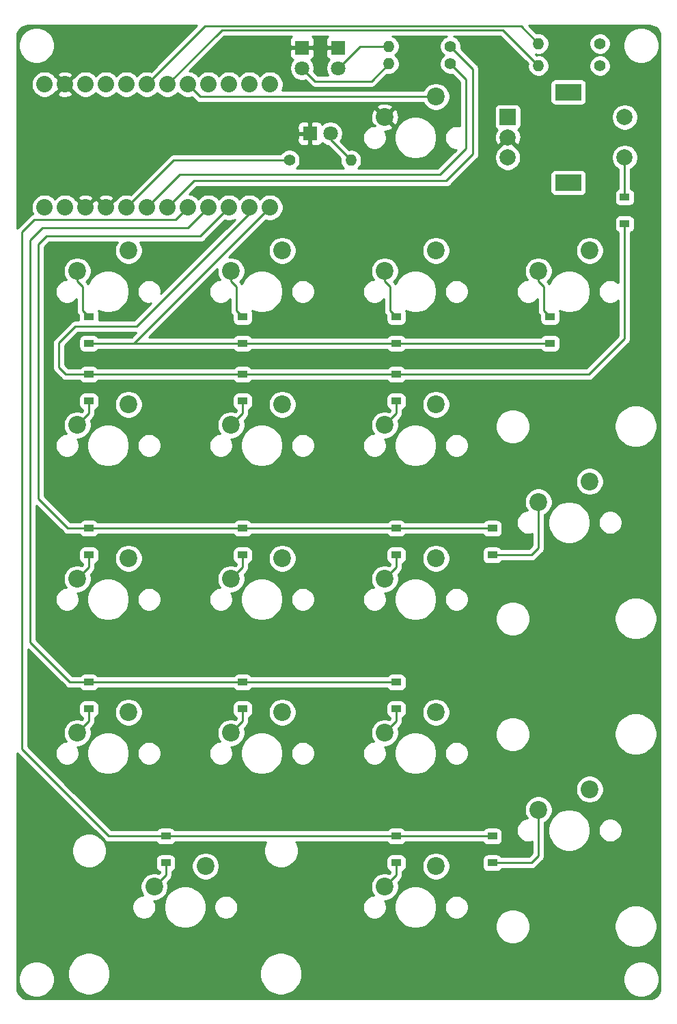
<source format=gbr>
%TF.GenerationSoftware,KiCad,Pcbnew,5.1.9-73d0e3b20d~88~ubuntu20.04.1*%
%TF.CreationDate,2021-03-20T19:20:58-05:00*%
%TF.ProjectId,KeypadMacropad1,4b657970-6164-44d6-9163-726f70616431,rev?*%
%TF.SameCoordinates,Original*%
%TF.FileFunction,Copper,L2,Bot*%
%TF.FilePolarity,Positive*%
%FSLAX46Y46*%
G04 Gerber Fmt 4.6, Leading zero omitted, Abs format (unit mm)*
G04 Created by KiCad (PCBNEW 5.1.9-73d0e3b20d~88~ubuntu20.04.1) date 2021-03-20 19:20:58*
%MOMM*%
%LPD*%
G01*
G04 APERTURE LIST*
%TA.AperFunction,ComponentPad*%
%ADD10C,2.200000*%
%TD*%
%TA.AperFunction,ComponentPad*%
%ADD11C,2.032000*%
%TD*%
%TA.AperFunction,ComponentPad*%
%ADD12O,1.400000X1.400000*%
%TD*%
%TA.AperFunction,ComponentPad*%
%ADD13C,1.400000*%
%TD*%
%TA.AperFunction,ComponentPad*%
%ADD14R,2.000000X2.000000*%
%TD*%
%TA.AperFunction,ComponentPad*%
%ADD15C,2.000000*%
%TD*%
%TA.AperFunction,ComponentPad*%
%ADD16R,3.200000X2.000000*%
%TD*%
%TA.AperFunction,SMDPad,CuDef*%
%ADD17R,1.200000X0.900000*%
%TD*%
%TA.AperFunction,ComponentPad*%
%ADD18R,1.800000X1.800000*%
%TD*%
%TA.AperFunction,ComponentPad*%
%ADD19C,1.800000*%
%TD*%
%TA.AperFunction,Conductor*%
%ADD20C,0.250000*%
%TD*%
%TA.AperFunction,Conductor*%
%ADD21C,0.500000*%
%TD*%
%TA.AperFunction,Conductor*%
%ADD22C,0.254000*%
%TD*%
%TA.AperFunction,Conductor*%
%ADD23C,0.100000*%
%TD*%
G04 APERTURE END LIST*
D10*
%TO.P,SW2,2*%
%TO.N,GND*%
X140790000Y-35160000D03*
%TO.P,SW2,1*%
%TO.N,Net-(SW2-Pad1)*%
X147140000Y-32620000D03*
%TD*%
%TO.P,MX1,2*%
%TO.N,Net-(D2-Pad2)*%
X102690000Y-54210000D03*
%TO.P,MX1,1*%
%TO.N,col1*%
X109040000Y-51670000D03*
%TD*%
D11*
%TO.P,U1,19*%
%TO.N,D4*%
X113866000Y-46336000D03*
%TO.P,U1,22*%
%TO.N,row3*%
X121486000Y-46336000D03*
%TO.P,U1,21*%
%TO.N,row4*%
X118946000Y-46336000D03*
%TO.P,U1,18*%
%TO.N,d3*%
X111326000Y-46336000D03*
%TO.P,U1,20*%
%TO.N,row5*%
X116406000Y-46336000D03*
%TO.P,U1,13*%
%TO.N,Net-(U1-Pad13)*%
X98626000Y-46336000D03*
%TO.P,U1,14*%
%TO.N,Net-(U1-Pad14)*%
X101166000Y-46336000D03*
%TO.P,U1,15*%
%TO.N,GND*%
X103706000Y-46336000D03*
%TO.P,U1,16*%
X106246000Y-46336000D03*
%TO.P,U1,24*%
%TO.N,row1*%
X126566000Y-46336000D03*
%TO.P,U1,23*%
%TO.N,row2*%
X124026000Y-46336000D03*
%TO.P,U1,17*%
%TO.N,d2*%
X108786000Y-46336000D03*
%TO.P,U1,1*%
%TO.N,Net-(U1-Pad1)*%
X98626000Y-31096000D03*
%TO.P,U1,2*%
%TO.N,GND*%
X101166000Y-31096000D03*
%TO.P,U1,3*%
%TO.N,Net-(U1-Pad3)*%
X103706000Y-31096000D03*
%TO.P,U1,4*%
%TO.N,+5V*%
X106246000Y-31096000D03*
%TO.P,U1,5*%
%TO.N,Net-(U1-Pad5)*%
X108786000Y-31096000D03*
%TO.P,U1,6*%
%TO.N,A2*%
X111326000Y-31096000D03*
%TO.P,U1,7*%
%TO.N,A1*%
X113866000Y-31096000D03*
%TO.P,U1,8*%
%TO.N,Net-(SW2-Pad1)*%
X116406000Y-31096000D03*
%TO.P,U1,9*%
%TO.N,col1*%
X118946000Y-31096000D03*
%TO.P,U1,10*%
%TO.N,col2*%
X121486000Y-31096000D03*
%TO.P,U1,11*%
%TO.N,col3*%
X124026000Y-31096000D03*
%TO.P,U1,12*%
%TO.N,col4*%
X126566000Y-31096000D03*
%TD*%
D10*
%TO.P,MX6,2*%
%TO.N,Net-(D7-Pad2)*%
X121740000Y-54210000D03*
%TO.P,MX6,1*%
%TO.N,col2*%
X128090000Y-51670000D03*
%TD*%
D12*
%TO.P,R4,2*%
%TO.N,Net-(D20-Pad2)*%
X141298000Y-26397000D03*
D13*
%TO.P,R4,1*%
%TO.N,D4*%
X148918000Y-26397000D03*
%TD*%
D14*
%TO.P,SW1,A*%
%TO.N,A2*%
X156030000Y-35160000D03*
D15*
%TO.P,SW1,C*%
%TO.N,GND*%
X156030000Y-37660000D03*
%TO.P,SW1,B*%
%TO.N,A1*%
X156030000Y-40160000D03*
D16*
%TO.P,SW1,MP*%
%TO.N,N/C*%
X163530000Y-32060000D03*
X163530000Y-43260000D03*
D15*
%TO.P,SW1,S2*%
%TO.N,col4*%
X170530000Y-35160000D03*
%TO.P,SW1,S1*%
%TO.N,Net-(D1-Pad2)*%
X170530000Y-40160000D03*
%TD*%
D10*
%TO.P,MX2,2*%
%TO.N,Net-(D3-Pad2)*%
X102690000Y-73260000D03*
%TO.P,MX2,1*%
%TO.N,col1*%
X109040000Y-70720000D03*
%TD*%
D17*
%TO.P,D1,1*%
%TO.N,row2*%
X170508000Y-48366000D03*
%TO.P,D1,2*%
%TO.N,Net-(D1-Pad2)*%
X170508000Y-45066000D03*
%TD*%
D18*
%TO.P,D20,1*%
%TO.N,GND*%
X135049600Y-26549400D03*
D19*
%TO.P,D20,2*%
%TO.N,Net-(D20-Pad2)*%
X135049600Y-29089400D03*
%TD*%
D18*
%TO.P,D21,1*%
%TO.N,GND*%
X130528400Y-26549400D03*
D19*
%TO.P,D21,2*%
%TO.N,Net-(D21-Pad2)*%
X130528400Y-29089400D03*
%TD*%
D12*
%TO.P,R5,2*%
%TO.N,Net-(D21-Pad2)*%
X141298000Y-28556000D03*
D13*
%TO.P,R5,1*%
%TO.N,d3*%
X148918000Y-28556000D03*
%TD*%
D12*
%TO.P,R3,2*%
%TO.N,Net-(D19-Pad2)*%
X136599000Y-40494000D03*
D13*
%TO.P,R3,1*%
%TO.N,d2*%
X128979000Y-40494000D03*
%TD*%
D19*
%TO.P,D19,2*%
%TO.N,Net-(D19-Pad2)*%
X134059000Y-37192000D03*
D18*
%TO.P,D19,1*%
%TO.N,GND*%
X131519000Y-37192000D03*
%TD*%
D12*
%TO.P,R2,2*%
%TO.N,A1*%
X159840000Y-28810000D03*
D13*
%TO.P,R2,1*%
%TO.N,+5V*%
X167460000Y-28810000D03*
%TD*%
D12*
%TO.P,R1,2*%
%TO.N,A2*%
X159840000Y-26075001D03*
D13*
%TO.P,R1,1*%
%TO.N,+5V*%
X167460000Y-26075001D03*
%TD*%
D10*
%TO.P,MX8,2*%
%TO.N,Net-(D9-Pad2)*%
X121740000Y-92310000D03*
%TO.P,MX8,1*%
%TO.N,col2*%
X128090000Y-89770000D03*
%TD*%
%TO.P,MX11,2*%
%TO.N,Net-(D12-Pad2)*%
X140790000Y-73260000D03*
%TO.P,MX11,1*%
%TO.N,col3*%
X147140000Y-70720000D03*
%TD*%
%TO.P,MX12,2*%
%TO.N,Net-(D13-Pad2)*%
X140790000Y-92310000D03*
%TO.P,MX12,1*%
%TO.N,col3*%
X147140000Y-89770000D03*
%TD*%
%TO.P,MX9,2*%
%TO.N,Net-(D10-Pad2)*%
X121740000Y-111360000D03*
%TO.P,MX9,1*%
%TO.N,col2*%
X128090000Y-108820000D03*
%TD*%
%TO.P,MX13,2*%
%TO.N,Net-(D14-Pad2)*%
X140790000Y-111360000D03*
%TO.P,MX13,1*%
%TO.N,col3*%
X147140000Y-108820000D03*
%TD*%
%TO.P,MX7,2*%
%TO.N,Net-(D8-Pad2)*%
X121740000Y-73260000D03*
%TO.P,MX7,1*%
%TO.N,col2*%
X128090000Y-70720000D03*
%TD*%
%TO.P,MX10,2*%
%TO.N,Net-(D11-Pad2)*%
X140790000Y-54210000D03*
%TO.P,MX10,1*%
%TO.N,col3*%
X147140000Y-51670000D03*
%TD*%
%TO.P,MX14,2*%
%TO.N,Net-(D15-Pad2)*%
X140790000Y-130410000D03*
%TO.P,MX14,1*%
%TO.N,col3*%
X147140000Y-127870000D03*
%TD*%
D17*
%TO.P,D13,2*%
%TO.N,Net-(D13-Pad2)*%
X142218750Y-89356250D03*
%TO.P,D13,1*%
%TO.N,row3*%
X142218750Y-86056250D03*
%TD*%
%TO.P,D14,2*%
%TO.N,Net-(D14-Pad2)*%
X142218750Y-108406250D03*
%TO.P,D14,1*%
%TO.N,row4*%
X142218750Y-105106250D03*
%TD*%
%TO.P,D15,2*%
%TO.N,Net-(D15-Pad2)*%
X142218750Y-127456250D03*
%TO.P,D15,1*%
%TO.N,row5*%
X142218750Y-124156250D03*
%TD*%
%TO.P,D16,2*%
%TO.N,Net-(D16-Pad2)*%
X161268750Y-59862500D03*
%TO.P,D16,1*%
%TO.N,row1*%
X161268750Y-63162500D03*
%TD*%
%TO.P,D7,2*%
%TO.N,Net-(D7-Pad2)*%
X123168750Y-59862500D03*
%TO.P,D7,1*%
%TO.N,row1*%
X123168750Y-63162500D03*
%TD*%
%TO.P,D4,2*%
%TO.N,Net-(D4-Pad2)*%
X104118750Y-89356250D03*
%TO.P,D4,1*%
%TO.N,row3*%
X104118750Y-86056250D03*
%TD*%
%TO.P,D8,2*%
%TO.N,Net-(D8-Pad2)*%
X123168750Y-70306250D03*
%TO.P,D8,1*%
%TO.N,row2*%
X123168750Y-67006250D03*
%TD*%
%TO.P,D6,2*%
%TO.N,Net-(D6-Pad2)*%
X113643750Y-127456250D03*
%TO.P,D6,1*%
%TO.N,row5*%
X113643750Y-124156250D03*
%TD*%
%TO.P,D18,2*%
%TO.N,Net-(D18-Pad2)*%
X154125000Y-127456250D03*
%TO.P,D18,1*%
%TO.N,row5*%
X154125000Y-124156250D03*
%TD*%
D10*
%TO.P,MX16,2*%
%TO.N,Net-(D17-Pad2)*%
X159840000Y-82785000D03*
%TO.P,MX16,1*%
%TO.N,col4*%
X166190000Y-80245000D03*
%TD*%
%TO.P,MX3,2*%
%TO.N,Net-(D4-Pad2)*%
X102690000Y-92310000D03*
%TO.P,MX3,1*%
%TO.N,col1*%
X109040000Y-89770000D03*
%TD*%
%TO.P,MX4,2*%
%TO.N,Net-(D5-Pad2)*%
X102690000Y-111360000D03*
%TO.P,MX4,1*%
%TO.N,col1*%
X109040000Y-108820000D03*
%TD*%
D17*
%TO.P,D5,2*%
%TO.N,Net-(D5-Pad2)*%
X104118750Y-108406250D03*
%TO.P,D5,1*%
%TO.N,row4*%
X104118750Y-105106250D03*
%TD*%
D10*
%TO.P,MX17,2*%
%TO.N,Net-(D18-Pad2)*%
X159840000Y-120885000D03*
%TO.P,MX17,1*%
%TO.N,col4*%
X166190000Y-118345000D03*
%TD*%
D17*
%TO.P,D17,2*%
%TO.N,Net-(D17-Pad2)*%
X154125000Y-89356250D03*
%TO.P,D17,1*%
%TO.N,row3*%
X154125000Y-86056250D03*
%TD*%
%TO.P,D3,2*%
%TO.N,Net-(D3-Pad2)*%
X104118750Y-70306250D03*
%TO.P,D3,1*%
%TO.N,row2*%
X104118750Y-67006250D03*
%TD*%
D10*
%TO.P,MX5,2*%
%TO.N,Net-(D6-Pad2)*%
X112215000Y-130410000D03*
%TO.P,MX5,1*%
%TO.N,col1*%
X118565000Y-127870000D03*
%TD*%
D17*
%TO.P,D11,2*%
%TO.N,Net-(D11-Pad2)*%
X142218750Y-59862500D03*
%TO.P,D11,1*%
%TO.N,row1*%
X142218750Y-63162500D03*
%TD*%
%TO.P,D12,2*%
%TO.N,Net-(D12-Pad2)*%
X142218750Y-70306250D03*
%TO.P,D12,1*%
%TO.N,row2*%
X142218750Y-67006250D03*
%TD*%
%TO.P,D9,2*%
%TO.N,Net-(D9-Pad2)*%
X123168750Y-89356250D03*
%TO.P,D9,1*%
%TO.N,row3*%
X123168750Y-86056250D03*
%TD*%
%TO.P,D10,2*%
%TO.N,Net-(D10-Pad2)*%
X123168750Y-108406250D03*
%TO.P,D10,1*%
%TO.N,row4*%
X123168750Y-105106250D03*
%TD*%
D10*
%TO.P,MX15,2*%
%TO.N,Net-(D16-Pad2)*%
X159840000Y-54210000D03*
%TO.P,MX15,1*%
%TO.N,col4*%
X166190000Y-51670000D03*
%TD*%
D17*
%TO.P,D2,2*%
%TO.N,Net-(D2-Pad2)*%
X104118750Y-59862500D03*
%TO.P,D2,1*%
%TO.N,row1*%
X104118750Y-63162500D03*
%TD*%
D20*
%TO.N,row5*%
X142162499Y-124099999D02*
X142218750Y-124156250D01*
X113700001Y-124099999D02*
X142162499Y-124099999D01*
X113643750Y-124156250D02*
X113700001Y-124099999D01*
X142218750Y-124156250D02*
X154125000Y-124156250D01*
X116406000Y-46336000D02*
X114882000Y-47860000D01*
X114882000Y-47860000D02*
X97356000Y-47860000D01*
X97356000Y-47860000D02*
X95832000Y-49384000D01*
X95832000Y-49384000D02*
X95832000Y-113392000D01*
X106596250Y-124156250D02*
X113643750Y-124156250D01*
X95832000Y-113392000D02*
X106596250Y-124156250D01*
%TO.N,row4*%
X104118750Y-105106250D02*
X123168750Y-105106250D01*
X123168750Y-105106250D02*
X142218750Y-105106250D01*
X118946000Y-46336000D02*
X116406000Y-48876000D01*
X116406000Y-48876000D02*
X98372000Y-48876000D01*
X98372000Y-48876000D02*
X96848000Y-50400000D01*
X101770250Y-105106250D02*
X104118750Y-105106250D01*
X96848000Y-100184000D02*
X101770250Y-105106250D01*
X96848000Y-50400000D02*
X96848000Y-100184000D01*
%TO.N,row3*%
X104118750Y-86056250D02*
X123168750Y-86056250D01*
X123168750Y-86056250D02*
X142218750Y-86056250D01*
X142218750Y-86056250D02*
X154125000Y-86056250D01*
X101516250Y-86056250D02*
X104118750Y-86056250D01*
X97864000Y-50908000D02*
X97864000Y-82404000D01*
X97864000Y-82404000D02*
X101516250Y-86056250D01*
X117930000Y-49892000D02*
X98880000Y-49892000D01*
X98880000Y-49892000D02*
X97864000Y-50908000D01*
X121486000Y-46336000D02*
X117930000Y-49892000D01*
%TO.N,row2*%
X104118750Y-67006250D02*
X123168750Y-67006250D01*
X123168750Y-67006250D02*
X142218750Y-67006250D01*
X166093750Y-67006250D02*
X142218750Y-67006250D01*
X170508000Y-62592000D02*
X166093750Y-67006250D01*
X170508000Y-48366000D02*
X170508000Y-62592000D01*
X124026000Y-47098000D02*
X124026000Y-46336000D01*
X102436000Y-61068000D02*
X110056000Y-61068000D01*
X100404000Y-63100000D02*
X102436000Y-61068000D01*
X100404000Y-66148000D02*
X100404000Y-63100000D01*
X101262250Y-67006250D02*
X100404000Y-66148000D01*
X110056000Y-61068000D02*
X124026000Y-47098000D01*
X104118750Y-67006250D02*
X101262250Y-67006250D01*
%TO.N,row1*%
X161268750Y-63162500D02*
X142218750Y-63162500D01*
X142218750Y-63162500D02*
X123168750Y-63162500D01*
X123168750Y-63162500D02*
X119262500Y-63162500D01*
X104118750Y-63162500D02*
X116722500Y-63162500D01*
X116722500Y-63162500D02*
X123168750Y-63162500D01*
X109739500Y-63162500D02*
X104118750Y-63162500D01*
X126566000Y-46336000D02*
X109739500Y-63162500D01*
%TO.N,Net-(D2-Pad2)*%
X102690000Y-54210000D02*
X102690000Y-55480000D01*
X102690000Y-55480000D02*
X103325000Y-56115000D01*
X103325000Y-59068750D02*
X104118750Y-59862500D01*
X103325000Y-56115000D02*
X103325000Y-59068750D01*
%TO.N,Net-(D3-Pad2)*%
X104118750Y-71831250D02*
X102690000Y-73260000D01*
X104118750Y-70306250D02*
X104118750Y-71831250D01*
%TO.N,Net-(D4-Pad2)*%
X104118750Y-90881250D02*
X104118750Y-89356250D01*
X102690000Y-92310000D02*
X104118750Y-90881250D01*
%TO.N,Net-(D5-Pad2)*%
X104118750Y-109931250D02*
X104118750Y-108406250D01*
X102690000Y-111360000D02*
X104118750Y-109931250D01*
%TO.N,Net-(D6-Pad2)*%
X113643750Y-128981250D02*
X113643750Y-127456250D01*
X112215000Y-130410000D02*
X113643750Y-128981250D01*
%TO.N,Net-(D7-Pad2)*%
X121740000Y-54210000D02*
X121740000Y-55480000D01*
X121740000Y-55480000D02*
X122375000Y-56115000D01*
X122375000Y-59068750D02*
X123168750Y-59862500D01*
X122375000Y-56115000D02*
X122375000Y-59068750D01*
%TO.N,Net-(D8-Pad2)*%
X123168750Y-71831250D02*
X121740000Y-73260000D01*
X123168750Y-70306250D02*
X123168750Y-71831250D01*
%TO.N,Net-(D9-Pad2)*%
X123168750Y-90881250D02*
X123168750Y-89356250D01*
X121740000Y-92310000D02*
X123168750Y-90881250D01*
%TO.N,Net-(D10-Pad2)*%
X123168750Y-109931250D02*
X123168750Y-108406250D01*
X121740000Y-111360000D02*
X123168750Y-109931250D01*
%TO.N,Net-(D11-Pad2)*%
X140790000Y-54210000D02*
X140790000Y-55480000D01*
X140790000Y-55480000D02*
X141425000Y-56115000D01*
X141425000Y-59068750D02*
X142218750Y-59862500D01*
X141425000Y-56115000D02*
X141425000Y-59068750D01*
%TO.N,Net-(D12-Pad2)*%
X142218750Y-71831250D02*
X140790000Y-73260000D01*
X142218750Y-70306250D02*
X142218750Y-71831250D01*
%TO.N,Net-(D13-Pad2)*%
X142218750Y-90881250D02*
X142218750Y-89356250D01*
X140790000Y-92310000D02*
X142218750Y-90881250D01*
%TO.N,Net-(D14-Pad2)*%
X142218750Y-109931250D02*
X142218750Y-108406250D01*
X140790000Y-111360000D02*
X142218750Y-109931250D01*
%TO.N,Net-(D15-Pad2)*%
X142218750Y-128981250D02*
X142218750Y-127456250D01*
X140790000Y-130410000D02*
X142218750Y-128981250D01*
%TO.N,Net-(D16-Pad2)*%
X159840000Y-54210000D02*
X159840000Y-55480000D01*
X159840000Y-55480000D02*
X160475000Y-56115000D01*
X160475000Y-59068750D02*
X161268750Y-59862500D01*
X160475000Y-56115000D02*
X160475000Y-59068750D01*
%TO.N,Net-(D17-Pad2)*%
X158983750Y-89356250D02*
X154125000Y-89356250D01*
X159840000Y-88500000D02*
X158983750Y-89356250D01*
X159840000Y-82785000D02*
X159840000Y-88500000D01*
%TO.N,Net-(D18-Pad2)*%
X158983750Y-127456250D02*
X154125000Y-127456250D01*
X159840000Y-126600000D02*
X158983750Y-127456250D01*
X159840000Y-120885000D02*
X159840000Y-126600000D01*
D21*
%TO.N,GND*%
X131519000Y-37192000D02*
X131519000Y-36557000D01*
D20*
%TO.N,Net-(D19-Pad2)*%
X134059000Y-37954000D02*
X134059000Y-37192000D01*
X136599000Y-40494000D02*
X134059000Y-37954000D01*
%TO.N,Net-(D20-Pad2)*%
X137742000Y-26397000D02*
X135049600Y-29089400D01*
X141298000Y-26397000D02*
X137742000Y-26397000D01*
%TO.N,Net-(D21-Pad2)*%
X130528400Y-29089400D02*
X132154000Y-30715000D01*
X139139000Y-30715000D02*
X141298000Y-28556000D01*
X132154000Y-30715000D02*
X139139000Y-30715000D01*
%TO.N,A2*%
X157679990Y-23914991D02*
X118507009Y-23914991D01*
X159840000Y-26075001D02*
X157679990Y-23914991D01*
X118507009Y-23914991D02*
X111326000Y-31096000D01*
%TO.N,A1*%
X155395000Y-24365000D02*
X159840000Y-28810000D01*
X120597000Y-24365000D02*
X155395000Y-24365000D01*
X113866000Y-31096000D02*
X120597000Y-24365000D01*
%TO.N,d3*%
X111326000Y-46336000D02*
X115390000Y-42272000D01*
X115390000Y-42272000D02*
X147648000Y-42272000D01*
X150855001Y-30493001D02*
X148918000Y-28556000D01*
X150855001Y-39064999D02*
X150855001Y-30493001D01*
X147648000Y-42272000D02*
X150855001Y-39064999D01*
%TO.N,d2*%
X114628000Y-40494000D02*
X108786000Y-46336000D01*
X128979000Y-40494000D02*
X114628000Y-40494000D01*
%TO.N,Net-(D1-Pad2)*%
X170530000Y-45044000D02*
X170508000Y-45066000D01*
X170530000Y-40160000D02*
X170530000Y-45044000D01*
%TO.N,D4*%
X148918000Y-26397000D02*
X151712000Y-29191000D01*
X151712000Y-29191000D02*
X151712000Y-39732000D01*
X151712000Y-39732000D02*
X148410000Y-43034000D01*
X117168000Y-43034000D02*
X113866000Y-46336000D01*
X148410000Y-43034000D02*
X117168000Y-43034000D01*
%TO.N,Net-(SW2-Pad1)*%
X117930000Y-32620000D02*
X116406000Y-31096000D01*
X147140000Y-32620000D02*
X117930000Y-32620000D01*
%TD*%
D22*
%TO.N,GND*%
X173895071Y-23857549D02*
X174130762Y-23928708D01*
X174348139Y-24044291D01*
X174538929Y-24199895D01*
X174695861Y-24389593D01*
X174812956Y-24606157D01*
X174885759Y-24841344D01*
X174915050Y-25120028D01*
X174915050Y-25693896D01*
X174915051Y-27213895D01*
X174915050Y-142964054D01*
X174887501Y-143245022D01*
X174816341Y-143480713D01*
X174700761Y-143698089D01*
X174545155Y-143888879D01*
X174355457Y-144045812D01*
X174138892Y-144162907D01*
X173903705Y-144235710D01*
X173625024Y-144265000D01*
X96535947Y-144265000D01*
X96254979Y-144237451D01*
X96019288Y-144166291D01*
X95801912Y-144050711D01*
X95611121Y-143895104D01*
X95454189Y-143705408D01*
X95337094Y-143488843D01*
X95264291Y-143253656D01*
X95235000Y-142974972D01*
X95235000Y-141619872D01*
X95375000Y-141619872D01*
X95375000Y-142060128D01*
X95460890Y-142491925D01*
X95629369Y-142898669D01*
X95873962Y-143264729D01*
X96185271Y-143576038D01*
X96551331Y-143820631D01*
X96958075Y-143989110D01*
X97389872Y-144075000D01*
X97830128Y-144075000D01*
X98261925Y-143989110D01*
X98668669Y-143820631D01*
X99034729Y-143576038D01*
X99346038Y-143264729D01*
X99590631Y-142898669D01*
X99759110Y-142491925D01*
X99845000Y-142060128D01*
X99845000Y-141619872D01*
X99759110Y-141188075D01*
X99652409Y-140930475D01*
X101490000Y-140930475D01*
X101490000Y-141449525D01*
X101591261Y-141958601D01*
X101789893Y-142438141D01*
X102078262Y-142869715D01*
X102445285Y-143236738D01*
X102876859Y-143525107D01*
X103356399Y-143723739D01*
X103865475Y-143825000D01*
X104384525Y-143825000D01*
X104893601Y-143723739D01*
X105373141Y-143525107D01*
X105804715Y-143236738D01*
X106171738Y-142869715D01*
X106460107Y-142438141D01*
X106658739Y-141958601D01*
X106760000Y-141449525D01*
X106760000Y-140930475D01*
X125290000Y-140930475D01*
X125290000Y-141449525D01*
X125391261Y-141958601D01*
X125589893Y-142438141D01*
X125878262Y-142869715D01*
X126245285Y-143236738D01*
X126676859Y-143525107D01*
X127156399Y-143723739D01*
X127665475Y-143825000D01*
X128184525Y-143825000D01*
X128693601Y-143723739D01*
X129173141Y-143525107D01*
X129604715Y-143236738D01*
X129971738Y-142869715D01*
X130260107Y-142438141D01*
X130458739Y-141958601D01*
X130526116Y-141619872D01*
X170305000Y-141619872D01*
X170305000Y-142060128D01*
X170390890Y-142491925D01*
X170559369Y-142898669D01*
X170803962Y-143264729D01*
X171115271Y-143576038D01*
X171481331Y-143820631D01*
X171888075Y-143989110D01*
X172319872Y-144075000D01*
X172760128Y-144075000D01*
X173191925Y-143989110D01*
X173598669Y-143820631D01*
X173964729Y-143576038D01*
X174276038Y-143264729D01*
X174520631Y-142898669D01*
X174689110Y-142491925D01*
X174775000Y-142060128D01*
X174775000Y-141619872D01*
X174689110Y-141188075D01*
X174520631Y-140781331D01*
X174276038Y-140415271D01*
X173964729Y-140103962D01*
X173598669Y-139859369D01*
X173191925Y-139690890D01*
X172760128Y-139605000D01*
X172319872Y-139605000D01*
X171888075Y-139690890D01*
X171481331Y-139859369D01*
X171115271Y-140103962D01*
X170803962Y-140415271D01*
X170559369Y-140781331D01*
X170390890Y-141188075D01*
X170305000Y-141619872D01*
X130526116Y-141619872D01*
X130560000Y-141449525D01*
X130560000Y-140930475D01*
X130458739Y-140421399D01*
X130260107Y-139941859D01*
X129971738Y-139510285D01*
X129604715Y-139143262D01*
X129173141Y-138854893D01*
X128693601Y-138656261D01*
X128184525Y-138555000D01*
X127665475Y-138555000D01*
X127156399Y-138656261D01*
X126676859Y-138854893D01*
X126245285Y-139143262D01*
X125878262Y-139510285D01*
X125589893Y-139941859D01*
X125391261Y-140421399D01*
X125290000Y-140930475D01*
X106760000Y-140930475D01*
X106658739Y-140421399D01*
X106460107Y-139941859D01*
X106171738Y-139510285D01*
X105804715Y-139143262D01*
X105373141Y-138854893D01*
X104893601Y-138656261D01*
X104384525Y-138555000D01*
X103865475Y-138555000D01*
X103356399Y-138656261D01*
X102876859Y-138854893D01*
X102445285Y-139143262D01*
X102078262Y-139510285D01*
X101789893Y-139941859D01*
X101591261Y-140421399D01*
X101490000Y-140930475D01*
X99652409Y-140930475D01*
X99590631Y-140781331D01*
X99346038Y-140415271D01*
X99034729Y-140103962D01*
X98668669Y-139859369D01*
X98261925Y-139690890D01*
X97830128Y-139605000D01*
X97389872Y-139605000D01*
X96958075Y-139690890D01*
X96551331Y-139859369D01*
X96185271Y-140103962D01*
X95873962Y-140415271D01*
X95629369Y-140781331D01*
X95460890Y-141188075D01*
X95375000Y-141619872D01*
X95235000Y-141619872D01*
X95235000Y-132803740D01*
X109460000Y-132803740D01*
X109460000Y-133096260D01*
X109517068Y-133383158D01*
X109629010Y-133653411D01*
X109791525Y-133896632D01*
X109998368Y-134103475D01*
X110241589Y-134265990D01*
X110511842Y-134377932D01*
X110798740Y-134435000D01*
X111091260Y-134435000D01*
X111378158Y-134377932D01*
X111648411Y-134265990D01*
X111891632Y-134103475D01*
X112098475Y-133896632D01*
X112260990Y-133653411D01*
X112372932Y-133383158D01*
X112430000Y-133096260D01*
X112430000Y-132803740D01*
X112407471Y-132690475D01*
X113390000Y-132690475D01*
X113390000Y-133209525D01*
X113491261Y-133718601D01*
X113689893Y-134198141D01*
X113978262Y-134629715D01*
X114345285Y-134996738D01*
X114776859Y-135285107D01*
X115256399Y-135483739D01*
X115765475Y-135585000D01*
X116284525Y-135585000D01*
X116793601Y-135483739D01*
X117273141Y-135285107D01*
X117704715Y-134996738D01*
X118071738Y-134629715D01*
X118360107Y-134198141D01*
X118558739Y-133718601D01*
X118660000Y-133209525D01*
X118660000Y-132803740D01*
X119620000Y-132803740D01*
X119620000Y-133096260D01*
X119677068Y-133383158D01*
X119789010Y-133653411D01*
X119951525Y-133896632D01*
X120158368Y-134103475D01*
X120401589Y-134265990D01*
X120671842Y-134377932D01*
X120958740Y-134435000D01*
X121251260Y-134435000D01*
X121538158Y-134377932D01*
X121808411Y-134265990D01*
X122051632Y-134103475D01*
X122258475Y-133896632D01*
X122420990Y-133653411D01*
X122532932Y-133383158D01*
X122590000Y-133096260D01*
X122590000Y-132803740D01*
X138035000Y-132803740D01*
X138035000Y-133096260D01*
X138092068Y-133383158D01*
X138204010Y-133653411D01*
X138366525Y-133896632D01*
X138573368Y-134103475D01*
X138816589Y-134265990D01*
X139086842Y-134377932D01*
X139373740Y-134435000D01*
X139666260Y-134435000D01*
X139953158Y-134377932D01*
X140223411Y-134265990D01*
X140466632Y-134103475D01*
X140673475Y-133896632D01*
X140835990Y-133653411D01*
X140947932Y-133383158D01*
X141005000Y-133096260D01*
X141005000Y-132803740D01*
X140982471Y-132690475D01*
X141965000Y-132690475D01*
X141965000Y-133209525D01*
X142066261Y-133718601D01*
X142264893Y-134198141D01*
X142553262Y-134629715D01*
X142920285Y-134996738D01*
X143351859Y-135285107D01*
X143831399Y-135483739D01*
X144340475Y-135585000D01*
X144859525Y-135585000D01*
X145368601Y-135483739D01*
X145848141Y-135285107D01*
X146106825Y-135112259D01*
X154490000Y-135112259D01*
X154490000Y-135537741D01*
X154573008Y-135955049D01*
X154735833Y-136348144D01*
X154972219Y-136701920D01*
X155273080Y-137002781D01*
X155626856Y-137239167D01*
X156019951Y-137401992D01*
X156437259Y-137485000D01*
X156862741Y-137485000D01*
X157280049Y-137401992D01*
X157673144Y-137239167D01*
X158026920Y-137002781D01*
X158327781Y-136701920D01*
X158564167Y-136348144D01*
X158726992Y-135955049D01*
X158810000Y-135537741D01*
X158810000Y-135112259D01*
X158800695Y-135065475D01*
X169255000Y-135065475D01*
X169255000Y-135584525D01*
X169356261Y-136093601D01*
X169554893Y-136573141D01*
X169843262Y-137004715D01*
X170210285Y-137371738D01*
X170641859Y-137660107D01*
X171121399Y-137858739D01*
X171630475Y-137960000D01*
X172149525Y-137960000D01*
X172658601Y-137858739D01*
X173138141Y-137660107D01*
X173569715Y-137371738D01*
X173936738Y-137004715D01*
X174225107Y-136573141D01*
X174423739Y-136093601D01*
X174525000Y-135584525D01*
X174525000Y-135065475D01*
X174423739Y-134556399D01*
X174225107Y-134076859D01*
X173936738Y-133645285D01*
X173569715Y-133278262D01*
X173138141Y-132989893D01*
X172658601Y-132791261D01*
X172149525Y-132690000D01*
X171630475Y-132690000D01*
X171121399Y-132791261D01*
X170641859Y-132989893D01*
X170210285Y-133278262D01*
X169843262Y-133645285D01*
X169554893Y-134076859D01*
X169356261Y-134556399D01*
X169255000Y-135065475D01*
X158800695Y-135065475D01*
X158726992Y-134694951D01*
X158564167Y-134301856D01*
X158327781Y-133948080D01*
X158026920Y-133647219D01*
X157673144Y-133410833D01*
X157280049Y-133248008D01*
X156862741Y-133165000D01*
X156437259Y-133165000D01*
X156019951Y-133248008D01*
X155626856Y-133410833D01*
X155273080Y-133647219D01*
X154972219Y-133948080D01*
X154735833Y-134301856D01*
X154573008Y-134694951D01*
X154490000Y-135112259D01*
X146106825Y-135112259D01*
X146279715Y-134996738D01*
X146646738Y-134629715D01*
X146935107Y-134198141D01*
X147133739Y-133718601D01*
X147235000Y-133209525D01*
X147235000Y-132803740D01*
X148195000Y-132803740D01*
X148195000Y-133096260D01*
X148252068Y-133383158D01*
X148364010Y-133653411D01*
X148526525Y-133896632D01*
X148733368Y-134103475D01*
X148976589Y-134265990D01*
X149246842Y-134377932D01*
X149533740Y-134435000D01*
X149826260Y-134435000D01*
X150113158Y-134377932D01*
X150383411Y-134265990D01*
X150626632Y-134103475D01*
X150833475Y-133896632D01*
X150995990Y-133653411D01*
X151107932Y-133383158D01*
X151165000Y-133096260D01*
X151165000Y-132803740D01*
X151107932Y-132516842D01*
X150995990Y-132246589D01*
X150833475Y-132003368D01*
X150626632Y-131796525D01*
X150383411Y-131634010D01*
X150113158Y-131522068D01*
X149826260Y-131465000D01*
X149533740Y-131465000D01*
X149246842Y-131522068D01*
X148976589Y-131634010D01*
X148733368Y-131796525D01*
X148526525Y-132003368D01*
X148364010Y-132246589D01*
X148252068Y-132516842D01*
X148195000Y-132803740D01*
X147235000Y-132803740D01*
X147235000Y-132690475D01*
X147133739Y-132181399D01*
X146935107Y-131701859D01*
X146646738Y-131270285D01*
X146279715Y-130903262D01*
X145848141Y-130614893D01*
X145368601Y-130416261D01*
X144859525Y-130315000D01*
X144340475Y-130315000D01*
X143831399Y-130416261D01*
X143351859Y-130614893D01*
X142920285Y-130903262D01*
X142553262Y-131270285D01*
X142264893Y-131701859D01*
X142066261Y-132181399D01*
X141965000Y-132690475D01*
X140982471Y-132690475D01*
X140947932Y-132516842D01*
X140835990Y-132246589D01*
X140768110Y-132145000D01*
X140960883Y-132145000D01*
X141296081Y-132078325D01*
X141611831Y-131947537D01*
X141895998Y-131757663D01*
X142137663Y-131515998D01*
X142327537Y-131231831D01*
X142458325Y-130916081D01*
X142525000Y-130580883D01*
X142525000Y-130239117D01*
X142458325Y-129903919D01*
X142432714Y-129842088D01*
X142729754Y-129545048D01*
X142758751Y-129521251D01*
X142853724Y-129405526D01*
X142924296Y-129273497D01*
X142967753Y-129130236D01*
X142978750Y-129018583D01*
X142978750Y-129018582D01*
X142982427Y-128981250D01*
X142978750Y-128943917D01*
X142978750Y-128521288D01*
X143062930Y-128495752D01*
X143173244Y-128436787D01*
X143269935Y-128357435D01*
X143349287Y-128260744D01*
X143408252Y-128150430D01*
X143444562Y-128030732D01*
X143456822Y-127906250D01*
X143456822Y-127699117D01*
X145405000Y-127699117D01*
X145405000Y-128040883D01*
X145471675Y-128376081D01*
X145602463Y-128691831D01*
X145792337Y-128975998D01*
X146034002Y-129217663D01*
X146318169Y-129407537D01*
X146633919Y-129538325D01*
X146969117Y-129605000D01*
X147310883Y-129605000D01*
X147646081Y-129538325D01*
X147961831Y-129407537D01*
X148245998Y-129217663D01*
X148487663Y-128975998D01*
X148677537Y-128691831D01*
X148808325Y-128376081D01*
X148875000Y-128040883D01*
X148875000Y-127699117D01*
X148808325Y-127363919D01*
X148677537Y-127048169D01*
X148649528Y-127006250D01*
X152886928Y-127006250D01*
X152886928Y-127906250D01*
X152899188Y-128030732D01*
X152935498Y-128150430D01*
X152994463Y-128260744D01*
X153073815Y-128357435D01*
X153170506Y-128436787D01*
X153280820Y-128495752D01*
X153400518Y-128532062D01*
X153525000Y-128544322D01*
X154725000Y-128544322D01*
X154849482Y-128532062D01*
X154969180Y-128495752D01*
X155079494Y-128436787D01*
X155176185Y-128357435D01*
X155255537Y-128260744D01*
X155279320Y-128216250D01*
X158946428Y-128216250D01*
X158983750Y-128219926D01*
X159021072Y-128216250D01*
X159021083Y-128216250D01*
X159132736Y-128205253D01*
X159275997Y-128161796D01*
X159408026Y-128091224D01*
X159523751Y-127996251D01*
X159547553Y-127967248D01*
X160351003Y-127163799D01*
X160380001Y-127140001D01*
X160474974Y-127024276D01*
X160545546Y-126892247D01*
X160589003Y-126748986D01*
X160600000Y-126637333D01*
X160600000Y-126637324D01*
X160603676Y-126600001D01*
X160600000Y-126562678D01*
X160600000Y-123165475D01*
X161015000Y-123165475D01*
X161015000Y-123684525D01*
X161116261Y-124193601D01*
X161314893Y-124673141D01*
X161603262Y-125104715D01*
X161970285Y-125471738D01*
X162401859Y-125760107D01*
X162881399Y-125958739D01*
X163390475Y-126060000D01*
X163909525Y-126060000D01*
X164418601Y-125958739D01*
X164898141Y-125760107D01*
X165329715Y-125471738D01*
X165696738Y-125104715D01*
X165985107Y-124673141D01*
X166183739Y-124193601D01*
X166285000Y-123684525D01*
X166285000Y-123278740D01*
X167245000Y-123278740D01*
X167245000Y-123571260D01*
X167302068Y-123858158D01*
X167414010Y-124128411D01*
X167576525Y-124371632D01*
X167783368Y-124578475D01*
X168026589Y-124740990D01*
X168296842Y-124852932D01*
X168583740Y-124910000D01*
X168876260Y-124910000D01*
X169163158Y-124852932D01*
X169433411Y-124740990D01*
X169676632Y-124578475D01*
X169883475Y-124371632D01*
X170045990Y-124128411D01*
X170157932Y-123858158D01*
X170215000Y-123571260D01*
X170215000Y-123278740D01*
X170157932Y-122991842D01*
X170045990Y-122721589D01*
X169883475Y-122478368D01*
X169676632Y-122271525D01*
X169433411Y-122109010D01*
X169163158Y-121997068D01*
X168876260Y-121940000D01*
X168583740Y-121940000D01*
X168296842Y-121997068D01*
X168026589Y-122109010D01*
X167783368Y-122271525D01*
X167576525Y-122478368D01*
X167414010Y-122721589D01*
X167302068Y-122991842D01*
X167245000Y-123278740D01*
X166285000Y-123278740D01*
X166285000Y-123165475D01*
X166183739Y-122656399D01*
X165985107Y-122176859D01*
X165696738Y-121745285D01*
X165329715Y-121378262D01*
X164898141Y-121089893D01*
X164418601Y-120891261D01*
X163909525Y-120790000D01*
X163390475Y-120790000D01*
X162881399Y-120891261D01*
X162401859Y-121089893D01*
X161970285Y-121378262D01*
X161603262Y-121745285D01*
X161314893Y-122176859D01*
X161116261Y-122656399D01*
X161015000Y-123165475D01*
X160600000Y-123165475D01*
X160600000Y-122448148D01*
X160661831Y-122422537D01*
X160945998Y-122232663D01*
X161187663Y-121990998D01*
X161377537Y-121706831D01*
X161508325Y-121391081D01*
X161575000Y-121055883D01*
X161575000Y-120714117D01*
X161508325Y-120378919D01*
X161377537Y-120063169D01*
X161187663Y-119779002D01*
X160945998Y-119537337D01*
X160661831Y-119347463D01*
X160346081Y-119216675D01*
X160010883Y-119150000D01*
X159669117Y-119150000D01*
X159333919Y-119216675D01*
X159018169Y-119347463D01*
X158734002Y-119537337D01*
X158492337Y-119779002D01*
X158302463Y-120063169D01*
X158171675Y-120378919D01*
X158105000Y-120714117D01*
X158105000Y-121055883D01*
X158171675Y-121391081D01*
X158302463Y-121706831D01*
X158458261Y-121940000D01*
X158423740Y-121940000D01*
X158136842Y-121997068D01*
X157866589Y-122109010D01*
X157623368Y-122271525D01*
X157416525Y-122478368D01*
X157254010Y-122721589D01*
X157142068Y-122991842D01*
X157085000Y-123278740D01*
X157085000Y-123571260D01*
X157142068Y-123858158D01*
X157254010Y-124128411D01*
X157416525Y-124371632D01*
X157623368Y-124578475D01*
X157866589Y-124740990D01*
X158136842Y-124852932D01*
X158423740Y-124910000D01*
X158716260Y-124910000D01*
X159003158Y-124852932D01*
X159080001Y-124821103D01*
X159080001Y-126285197D01*
X158668949Y-126696250D01*
X155279320Y-126696250D01*
X155255537Y-126651756D01*
X155176185Y-126555065D01*
X155079494Y-126475713D01*
X154969180Y-126416748D01*
X154849482Y-126380438D01*
X154725000Y-126368178D01*
X153525000Y-126368178D01*
X153400518Y-126380438D01*
X153280820Y-126416748D01*
X153170506Y-126475713D01*
X153073815Y-126555065D01*
X152994463Y-126651756D01*
X152935498Y-126762070D01*
X152899188Y-126881768D01*
X152886928Y-127006250D01*
X148649528Y-127006250D01*
X148487663Y-126764002D01*
X148245998Y-126522337D01*
X147961831Y-126332463D01*
X147646081Y-126201675D01*
X147310883Y-126135000D01*
X146969117Y-126135000D01*
X146633919Y-126201675D01*
X146318169Y-126332463D01*
X146034002Y-126522337D01*
X145792337Y-126764002D01*
X145602463Y-127048169D01*
X145471675Y-127363919D01*
X145405000Y-127699117D01*
X143456822Y-127699117D01*
X143456822Y-127006250D01*
X143444562Y-126881768D01*
X143408252Y-126762070D01*
X143349287Y-126651756D01*
X143269935Y-126555065D01*
X143173244Y-126475713D01*
X143062930Y-126416748D01*
X142943232Y-126380438D01*
X142818750Y-126368178D01*
X141618750Y-126368178D01*
X141494268Y-126380438D01*
X141374570Y-126416748D01*
X141264256Y-126475713D01*
X141167565Y-126555065D01*
X141088213Y-126651756D01*
X141029248Y-126762070D01*
X140992938Y-126881768D01*
X140980678Y-127006250D01*
X140980678Y-127906250D01*
X140992938Y-128030732D01*
X141029248Y-128150430D01*
X141088213Y-128260744D01*
X141167565Y-128357435D01*
X141264256Y-128436787D01*
X141374570Y-128495752D01*
X141458750Y-128521288D01*
X141458750Y-128666448D01*
X141357912Y-128767286D01*
X141296081Y-128741675D01*
X140960883Y-128675000D01*
X140619117Y-128675000D01*
X140283919Y-128741675D01*
X139968169Y-128872463D01*
X139684002Y-129062337D01*
X139442337Y-129304002D01*
X139252463Y-129588169D01*
X139121675Y-129903919D01*
X139055000Y-130239117D01*
X139055000Y-130580883D01*
X139121675Y-130916081D01*
X139252463Y-131231831D01*
X139408261Y-131465000D01*
X139373740Y-131465000D01*
X139086842Y-131522068D01*
X138816589Y-131634010D01*
X138573368Y-131796525D01*
X138366525Y-132003368D01*
X138204010Y-132246589D01*
X138092068Y-132516842D01*
X138035000Y-132803740D01*
X122590000Y-132803740D01*
X122532932Y-132516842D01*
X122420990Y-132246589D01*
X122258475Y-132003368D01*
X122051632Y-131796525D01*
X121808411Y-131634010D01*
X121538158Y-131522068D01*
X121251260Y-131465000D01*
X120958740Y-131465000D01*
X120671842Y-131522068D01*
X120401589Y-131634010D01*
X120158368Y-131796525D01*
X119951525Y-132003368D01*
X119789010Y-132246589D01*
X119677068Y-132516842D01*
X119620000Y-132803740D01*
X118660000Y-132803740D01*
X118660000Y-132690475D01*
X118558739Y-132181399D01*
X118360107Y-131701859D01*
X118071738Y-131270285D01*
X117704715Y-130903262D01*
X117273141Y-130614893D01*
X116793601Y-130416261D01*
X116284525Y-130315000D01*
X115765475Y-130315000D01*
X115256399Y-130416261D01*
X114776859Y-130614893D01*
X114345285Y-130903262D01*
X113978262Y-131270285D01*
X113689893Y-131701859D01*
X113491261Y-132181399D01*
X113390000Y-132690475D01*
X112407471Y-132690475D01*
X112372932Y-132516842D01*
X112260990Y-132246589D01*
X112193110Y-132145000D01*
X112385883Y-132145000D01*
X112721081Y-132078325D01*
X113036831Y-131947537D01*
X113320998Y-131757663D01*
X113562663Y-131515998D01*
X113752537Y-131231831D01*
X113883325Y-130916081D01*
X113950000Y-130580883D01*
X113950000Y-130239117D01*
X113883325Y-129903919D01*
X113857714Y-129842088D01*
X114154754Y-129545048D01*
X114183751Y-129521251D01*
X114278724Y-129405526D01*
X114349296Y-129273497D01*
X114392753Y-129130236D01*
X114403750Y-129018583D01*
X114403750Y-129018582D01*
X114407427Y-128981250D01*
X114403750Y-128943917D01*
X114403750Y-128521288D01*
X114487930Y-128495752D01*
X114598244Y-128436787D01*
X114694935Y-128357435D01*
X114774287Y-128260744D01*
X114833252Y-128150430D01*
X114869562Y-128030732D01*
X114881822Y-127906250D01*
X114881822Y-127699117D01*
X116830000Y-127699117D01*
X116830000Y-128040883D01*
X116896675Y-128376081D01*
X117027463Y-128691831D01*
X117217337Y-128975998D01*
X117459002Y-129217663D01*
X117743169Y-129407537D01*
X118058919Y-129538325D01*
X118394117Y-129605000D01*
X118735883Y-129605000D01*
X119071081Y-129538325D01*
X119386831Y-129407537D01*
X119670998Y-129217663D01*
X119912663Y-128975998D01*
X120102537Y-128691831D01*
X120233325Y-128376081D01*
X120300000Y-128040883D01*
X120300000Y-127699117D01*
X120233325Y-127363919D01*
X120102537Y-127048169D01*
X119912663Y-126764002D01*
X119670998Y-126522337D01*
X119386831Y-126332463D01*
X119071081Y-126201675D01*
X118735883Y-126135000D01*
X118394117Y-126135000D01*
X118058919Y-126201675D01*
X117743169Y-126332463D01*
X117459002Y-126522337D01*
X117217337Y-126764002D01*
X117027463Y-127048169D01*
X116896675Y-127363919D01*
X116830000Y-127699117D01*
X114881822Y-127699117D01*
X114881822Y-127006250D01*
X114869562Y-126881768D01*
X114833252Y-126762070D01*
X114774287Y-126651756D01*
X114694935Y-126555065D01*
X114598244Y-126475713D01*
X114487930Y-126416748D01*
X114368232Y-126380438D01*
X114243750Y-126368178D01*
X113043750Y-126368178D01*
X112919268Y-126380438D01*
X112799570Y-126416748D01*
X112689256Y-126475713D01*
X112592565Y-126555065D01*
X112513213Y-126651756D01*
X112454248Y-126762070D01*
X112417938Y-126881768D01*
X112405678Y-127006250D01*
X112405678Y-127906250D01*
X112417938Y-128030732D01*
X112454248Y-128150430D01*
X112513213Y-128260744D01*
X112592565Y-128357435D01*
X112689256Y-128436787D01*
X112799570Y-128495752D01*
X112883750Y-128521288D01*
X112883750Y-128666448D01*
X112782912Y-128767286D01*
X112721081Y-128741675D01*
X112385883Y-128675000D01*
X112044117Y-128675000D01*
X111708919Y-128741675D01*
X111393169Y-128872463D01*
X111109002Y-129062337D01*
X110867337Y-129304002D01*
X110677463Y-129588169D01*
X110546675Y-129903919D01*
X110480000Y-130239117D01*
X110480000Y-130580883D01*
X110546675Y-130916081D01*
X110677463Y-131231831D01*
X110833261Y-131465000D01*
X110798740Y-131465000D01*
X110511842Y-131522068D01*
X110241589Y-131634010D01*
X109998368Y-131796525D01*
X109791525Y-132003368D01*
X109629010Y-132246589D01*
X109517068Y-132516842D01*
X109460000Y-132803740D01*
X95235000Y-132803740D01*
X95235000Y-125737259D01*
X101965000Y-125737259D01*
X101965000Y-126162741D01*
X102048008Y-126580049D01*
X102210833Y-126973144D01*
X102447219Y-127326920D01*
X102748080Y-127627781D01*
X103101856Y-127864167D01*
X103494951Y-128026992D01*
X103912259Y-128110000D01*
X104337741Y-128110000D01*
X104755049Y-128026992D01*
X105148144Y-127864167D01*
X105501920Y-127627781D01*
X105802781Y-127326920D01*
X106039167Y-126973144D01*
X106201992Y-126580049D01*
X106285000Y-126162741D01*
X106285000Y-125737259D01*
X106201992Y-125319951D01*
X106039167Y-124926856D01*
X105802781Y-124573080D01*
X105501920Y-124272219D01*
X105148144Y-124035833D01*
X104755049Y-123873008D01*
X104337741Y-123790000D01*
X103912259Y-123790000D01*
X103494951Y-123873008D01*
X103101856Y-124035833D01*
X102748080Y-124272219D01*
X102447219Y-124573080D01*
X102210833Y-124926856D01*
X102048008Y-125319951D01*
X101965000Y-125737259D01*
X95235000Y-125737259D01*
X95235000Y-113862546D01*
X95292000Y-113932001D01*
X95320998Y-113955799D01*
X106032451Y-124667253D01*
X106056249Y-124696251D01*
X106171974Y-124791224D01*
X106304003Y-124861796D01*
X106447264Y-124905253D01*
X106558917Y-124916250D01*
X106558926Y-124916250D01*
X106596249Y-124919926D01*
X106633572Y-124916250D01*
X112489430Y-124916250D01*
X112513213Y-124960744D01*
X112592565Y-125057435D01*
X112689256Y-125136787D01*
X112799570Y-125195752D01*
X112919268Y-125232062D01*
X113043750Y-125244322D01*
X114243750Y-125244322D01*
X114368232Y-125232062D01*
X114487930Y-125195752D01*
X114598244Y-125136787D01*
X114694935Y-125057435D01*
X114774287Y-124960744D01*
X114828137Y-124859999D01*
X126055506Y-124859999D01*
X126010833Y-124926856D01*
X125848008Y-125319951D01*
X125765000Y-125737259D01*
X125765000Y-126162741D01*
X125848008Y-126580049D01*
X126010833Y-126973144D01*
X126247219Y-127326920D01*
X126548080Y-127627781D01*
X126901856Y-127864167D01*
X127294951Y-128026992D01*
X127712259Y-128110000D01*
X128137741Y-128110000D01*
X128555049Y-128026992D01*
X128948144Y-127864167D01*
X129301920Y-127627781D01*
X129602781Y-127326920D01*
X129839167Y-126973144D01*
X130001992Y-126580049D01*
X130085000Y-126162741D01*
X130085000Y-125737259D01*
X130001992Y-125319951D01*
X129839167Y-124926856D01*
X129794494Y-124859999D01*
X141034363Y-124859999D01*
X141088213Y-124960744D01*
X141167565Y-125057435D01*
X141264256Y-125136787D01*
X141374570Y-125195752D01*
X141494268Y-125232062D01*
X141618750Y-125244322D01*
X142818750Y-125244322D01*
X142943232Y-125232062D01*
X143062930Y-125195752D01*
X143173244Y-125136787D01*
X143269935Y-125057435D01*
X143349287Y-124960744D01*
X143373070Y-124916250D01*
X152970680Y-124916250D01*
X152994463Y-124960744D01*
X153073815Y-125057435D01*
X153170506Y-125136787D01*
X153280820Y-125195752D01*
X153400518Y-125232062D01*
X153525000Y-125244322D01*
X154725000Y-125244322D01*
X154849482Y-125232062D01*
X154969180Y-125195752D01*
X155079494Y-125136787D01*
X155176185Y-125057435D01*
X155255537Y-124960744D01*
X155314502Y-124850430D01*
X155350812Y-124730732D01*
X155363072Y-124606250D01*
X155363072Y-123706250D01*
X155350812Y-123581768D01*
X155314502Y-123462070D01*
X155255537Y-123351756D01*
X155176185Y-123255065D01*
X155079494Y-123175713D01*
X154969180Y-123116748D01*
X154849482Y-123080438D01*
X154725000Y-123068178D01*
X153525000Y-123068178D01*
X153400518Y-123080438D01*
X153280820Y-123116748D01*
X153170506Y-123175713D01*
X153073815Y-123255065D01*
X152994463Y-123351756D01*
X152970680Y-123396250D01*
X143373070Y-123396250D01*
X143349287Y-123351756D01*
X143269935Y-123255065D01*
X143173244Y-123175713D01*
X143062930Y-123116748D01*
X142943232Y-123080438D01*
X142818750Y-123068178D01*
X141618750Y-123068178D01*
X141494268Y-123080438D01*
X141374570Y-123116748D01*
X141264256Y-123175713D01*
X141167565Y-123255065D01*
X141097862Y-123339999D01*
X114764638Y-123339999D01*
X114694935Y-123255065D01*
X114598244Y-123175713D01*
X114487930Y-123116748D01*
X114368232Y-123080438D01*
X114243750Y-123068178D01*
X113043750Y-123068178D01*
X112919268Y-123080438D01*
X112799570Y-123116748D01*
X112689256Y-123175713D01*
X112592565Y-123255065D01*
X112513213Y-123351756D01*
X112489430Y-123396250D01*
X106911052Y-123396250D01*
X101688919Y-118174117D01*
X164455000Y-118174117D01*
X164455000Y-118515883D01*
X164521675Y-118851081D01*
X164652463Y-119166831D01*
X164842337Y-119450998D01*
X165084002Y-119692663D01*
X165368169Y-119882537D01*
X165683919Y-120013325D01*
X166019117Y-120080000D01*
X166360883Y-120080000D01*
X166696081Y-120013325D01*
X167011831Y-119882537D01*
X167295998Y-119692663D01*
X167537663Y-119450998D01*
X167727537Y-119166831D01*
X167858325Y-118851081D01*
X167925000Y-118515883D01*
X167925000Y-118174117D01*
X167858325Y-117838919D01*
X167727537Y-117523169D01*
X167537663Y-117239002D01*
X167295998Y-116997337D01*
X167011831Y-116807463D01*
X166696081Y-116676675D01*
X166360883Y-116610000D01*
X166019117Y-116610000D01*
X165683919Y-116676675D01*
X165368169Y-116807463D01*
X165084002Y-116997337D01*
X164842337Y-117239002D01*
X164652463Y-117523169D01*
X164521675Y-117838919D01*
X164455000Y-118174117D01*
X101688919Y-118174117D01*
X97268542Y-113753740D01*
X99935000Y-113753740D01*
X99935000Y-114046260D01*
X99992068Y-114333158D01*
X100104010Y-114603411D01*
X100266525Y-114846632D01*
X100473368Y-115053475D01*
X100716589Y-115215990D01*
X100986842Y-115327932D01*
X101273740Y-115385000D01*
X101566260Y-115385000D01*
X101853158Y-115327932D01*
X102123411Y-115215990D01*
X102366632Y-115053475D01*
X102573475Y-114846632D01*
X102735990Y-114603411D01*
X102847932Y-114333158D01*
X102905000Y-114046260D01*
X102905000Y-113753740D01*
X102882471Y-113640475D01*
X103865000Y-113640475D01*
X103865000Y-114159525D01*
X103966261Y-114668601D01*
X104164893Y-115148141D01*
X104453262Y-115579715D01*
X104820285Y-115946738D01*
X105251859Y-116235107D01*
X105731399Y-116433739D01*
X106240475Y-116535000D01*
X106759525Y-116535000D01*
X107268601Y-116433739D01*
X107748141Y-116235107D01*
X108179715Y-115946738D01*
X108546738Y-115579715D01*
X108835107Y-115148141D01*
X109033739Y-114668601D01*
X109135000Y-114159525D01*
X109135000Y-113753740D01*
X110095000Y-113753740D01*
X110095000Y-114046260D01*
X110152068Y-114333158D01*
X110264010Y-114603411D01*
X110426525Y-114846632D01*
X110633368Y-115053475D01*
X110876589Y-115215990D01*
X111146842Y-115327932D01*
X111433740Y-115385000D01*
X111726260Y-115385000D01*
X112013158Y-115327932D01*
X112283411Y-115215990D01*
X112526632Y-115053475D01*
X112733475Y-114846632D01*
X112895990Y-114603411D01*
X113007932Y-114333158D01*
X113065000Y-114046260D01*
X113065000Y-113753740D01*
X118985000Y-113753740D01*
X118985000Y-114046260D01*
X119042068Y-114333158D01*
X119154010Y-114603411D01*
X119316525Y-114846632D01*
X119523368Y-115053475D01*
X119766589Y-115215990D01*
X120036842Y-115327932D01*
X120323740Y-115385000D01*
X120616260Y-115385000D01*
X120903158Y-115327932D01*
X121173411Y-115215990D01*
X121416632Y-115053475D01*
X121623475Y-114846632D01*
X121785990Y-114603411D01*
X121897932Y-114333158D01*
X121955000Y-114046260D01*
X121955000Y-113753740D01*
X121932471Y-113640475D01*
X122915000Y-113640475D01*
X122915000Y-114159525D01*
X123016261Y-114668601D01*
X123214893Y-115148141D01*
X123503262Y-115579715D01*
X123870285Y-115946738D01*
X124301859Y-116235107D01*
X124781399Y-116433739D01*
X125290475Y-116535000D01*
X125809525Y-116535000D01*
X126318601Y-116433739D01*
X126798141Y-116235107D01*
X127229715Y-115946738D01*
X127596738Y-115579715D01*
X127885107Y-115148141D01*
X128083739Y-114668601D01*
X128185000Y-114159525D01*
X128185000Y-113753740D01*
X129145000Y-113753740D01*
X129145000Y-114046260D01*
X129202068Y-114333158D01*
X129314010Y-114603411D01*
X129476525Y-114846632D01*
X129683368Y-115053475D01*
X129926589Y-115215990D01*
X130196842Y-115327932D01*
X130483740Y-115385000D01*
X130776260Y-115385000D01*
X131063158Y-115327932D01*
X131333411Y-115215990D01*
X131576632Y-115053475D01*
X131783475Y-114846632D01*
X131945990Y-114603411D01*
X132057932Y-114333158D01*
X132115000Y-114046260D01*
X132115000Y-113753740D01*
X138035000Y-113753740D01*
X138035000Y-114046260D01*
X138092068Y-114333158D01*
X138204010Y-114603411D01*
X138366525Y-114846632D01*
X138573368Y-115053475D01*
X138816589Y-115215990D01*
X139086842Y-115327932D01*
X139373740Y-115385000D01*
X139666260Y-115385000D01*
X139953158Y-115327932D01*
X140223411Y-115215990D01*
X140466632Y-115053475D01*
X140673475Y-114846632D01*
X140835990Y-114603411D01*
X140947932Y-114333158D01*
X141005000Y-114046260D01*
X141005000Y-113753740D01*
X140982471Y-113640475D01*
X141965000Y-113640475D01*
X141965000Y-114159525D01*
X142066261Y-114668601D01*
X142264893Y-115148141D01*
X142553262Y-115579715D01*
X142920285Y-115946738D01*
X143351859Y-116235107D01*
X143831399Y-116433739D01*
X144340475Y-116535000D01*
X144859525Y-116535000D01*
X145368601Y-116433739D01*
X145848141Y-116235107D01*
X146279715Y-115946738D01*
X146646738Y-115579715D01*
X146935107Y-115148141D01*
X147133739Y-114668601D01*
X147235000Y-114159525D01*
X147235000Y-113753740D01*
X148195000Y-113753740D01*
X148195000Y-114046260D01*
X148252068Y-114333158D01*
X148364010Y-114603411D01*
X148526525Y-114846632D01*
X148733368Y-115053475D01*
X148976589Y-115215990D01*
X149246842Y-115327932D01*
X149533740Y-115385000D01*
X149826260Y-115385000D01*
X150113158Y-115327932D01*
X150383411Y-115215990D01*
X150626632Y-115053475D01*
X150833475Y-114846632D01*
X150995990Y-114603411D01*
X151107932Y-114333158D01*
X151165000Y-114046260D01*
X151165000Y-113753740D01*
X151107932Y-113466842D01*
X150995990Y-113196589D01*
X150833475Y-112953368D01*
X150626632Y-112746525D01*
X150383411Y-112584010D01*
X150113158Y-112472068D01*
X149826260Y-112415000D01*
X149533740Y-112415000D01*
X149246842Y-112472068D01*
X148976589Y-112584010D01*
X148733368Y-112746525D01*
X148526525Y-112953368D01*
X148364010Y-113196589D01*
X148252068Y-113466842D01*
X148195000Y-113753740D01*
X147235000Y-113753740D01*
X147235000Y-113640475D01*
X147133739Y-113131399D01*
X146935107Y-112651859D01*
X146646738Y-112220285D01*
X146279715Y-111853262D01*
X145848141Y-111564893D01*
X145368601Y-111366261D01*
X145097114Y-111312259D01*
X154490000Y-111312259D01*
X154490000Y-111737741D01*
X154573008Y-112155049D01*
X154735833Y-112548144D01*
X154972219Y-112901920D01*
X155273080Y-113202781D01*
X155626856Y-113439167D01*
X156019951Y-113601992D01*
X156437259Y-113685000D01*
X156862741Y-113685000D01*
X157280049Y-113601992D01*
X157673144Y-113439167D01*
X158026920Y-113202781D01*
X158327781Y-112901920D01*
X158564167Y-112548144D01*
X158726992Y-112155049D01*
X158810000Y-111737741D01*
X158810000Y-111312259D01*
X158800695Y-111265475D01*
X169255000Y-111265475D01*
X169255000Y-111784525D01*
X169356261Y-112293601D01*
X169554893Y-112773141D01*
X169843262Y-113204715D01*
X170210285Y-113571738D01*
X170641859Y-113860107D01*
X171121399Y-114058739D01*
X171630475Y-114160000D01*
X172149525Y-114160000D01*
X172658601Y-114058739D01*
X173138141Y-113860107D01*
X173569715Y-113571738D01*
X173936738Y-113204715D01*
X174225107Y-112773141D01*
X174423739Y-112293601D01*
X174525000Y-111784525D01*
X174525000Y-111265475D01*
X174423739Y-110756399D01*
X174225107Y-110276859D01*
X173936738Y-109845285D01*
X173569715Y-109478262D01*
X173138141Y-109189893D01*
X172658601Y-108991261D01*
X172149525Y-108890000D01*
X171630475Y-108890000D01*
X171121399Y-108991261D01*
X170641859Y-109189893D01*
X170210285Y-109478262D01*
X169843262Y-109845285D01*
X169554893Y-110276859D01*
X169356261Y-110756399D01*
X169255000Y-111265475D01*
X158800695Y-111265475D01*
X158726992Y-110894951D01*
X158564167Y-110501856D01*
X158327781Y-110148080D01*
X158026920Y-109847219D01*
X157673144Y-109610833D01*
X157280049Y-109448008D01*
X156862741Y-109365000D01*
X156437259Y-109365000D01*
X156019951Y-109448008D01*
X155626856Y-109610833D01*
X155273080Y-109847219D01*
X154972219Y-110148080D01*
X154735833Y-110501856D01*
X154573008Y-110894951D01*
X154490000Y-111312259D01*
X145097114Y-111312259D01*
X144859525Y-111265000D01*
X144340475Y-111265000D01*
X143831399Y-111366261D01*
X143351859Y-111564893D01*
X142920285Y-111853262D01*
X142553262Y-112220285D01*
X142264893Y-112651859D01*
X142066261Y-113131399D01*
X141965000Y-113640475D01*
X140982471Y-113640475D01*
X140947932Y-113466842D01*
X140835990Y-113196589D01*
X140768110Y-113095000D01*
X140960883Y-113095000D01*
X141296081Y-113028325D01*
X141611831Y-112897537D01*
X141895998Y-112707663D01*
X142137663Y-112465998D01*
X142327537Y-112181831D01*
X142458325Y-111866081D01*
X142525000Y-111530883D01*
X142525000Y-111189117D01*
X142458325Y-110853919D01*
X142432714Y-110792088D01*
X142729754Y-110495048D01*
X142758751Y-110471251D01*
X142853724Y-110355526D01*
X142924296Y-110223497D01*
X142967753Y-110080236D01*
X142978750Y-109968583D01*
X142978750Y-109968582D01*
X142982427Y-109931250D01*
X142978750Y-109893917D01*
X142978750Y-109471288D01*
X143062930Y-109445752D01*
X143173244Y-109386787D01*
X143269935Y-109307435D01*
X143349287Y-109210744D01*
X143408252Y-109100430D01*
X143444562Y-108980732D01*
X143456822Y-108856250D01*
X143456822Y-108649117D01*
X145405000Y-108649117D01*
X145405000Y-108990883D01*
X145471675Y-109326081D01*
X145602463Y-109641831D01*
X145792337Y-109925998D01*
X146034002Y-110167663D01*
X146318169Y-110357537D01*
X146633919Y-110488325D01*
X146969117Y-110555000D01*
X147310883Y-110555000D01*
X147646081Y-110488325D01*
X147961831Y-110357537D01*
X148245998Y-110167663D01*
X148487663Y-109925998D01*
X148677537Y-109641831D01*
X148808325Y-109326081D01*
X148875000Y-108990883D01*
X148875000Y-108649117D01*
X148808325Y-108313919D01*
X148677537Y-107998169D01*
X148487663Y-107714002D01*
X148245998Y-107472337D01*
X147961831Y-107282463D01*
X147646081Y-107151675D01*
X147310883Y-107085000D01*
X146969117Y-107085000D01*
X146633919Y-107151675D01*
X146318169Y-107282463D01*
X146034002Y-107472337D01*
X145792337Y-107714002D01*
X145602463Y-107998169D01*
X145471675Y-108313919D01*
X145405000Y-108649117D01*
X143456822Y-108649117D01*
X143456822Y-107956250D01*
X143444562Y-107831768D01*
X143408252Y-107712070D01*
X143349287Y-107601756D01*
X143269935Y-107505065D01*
X143173244Y-107425713D01*
X143062930Y-107366748D01*
X142943232Y-107330438D01*
X142818750Y-107318178D01*
X141618750Y-107318178D01*
X141494268Y-107330438D01*
X141374570Y-107366748D01*
X141264256Y-107425713D01*
X141167565Y-107505065D01*
X141088213Y-107601756D01*
X141029248Y-107712070D01*
X140992938Y-107831768D01*
X140980678Y-107956250D01*
X140980678Y-108856250D01*
X140992938Y-108980732D01*
X141029248Y-109100430D01*
X141088213Y-109210744D01*
X141167565Y-109307435D01*
X141264256Y-109386787D01*
X141374570Y-109445752D01*
X141458750Y-109471288D01*
X141458750Y-109616448D01*
X141357912Y-109717286D01*
X141296081Y-109691675D01*
X140960883Y-109625000D01*
X140619117Y-109625000D01*
X140283919Y-109691675D01*
X139968169Y-109822463D01*
X139684002Y-110012337D01*
X139442337Y-110254002D01*
X139252463Y-110538169D01*
X139121675Y-110853919D01*
X139055000Y-111189117D01*
X139055000Y-111530883D01*
X139121675Y-111866081D01*
X139252463Y-112181831D01*
X139408261Y-112415000D01*
X139373740Y-112415000D01*
X139086842Y-112472068D01*
X138816589Y-112584010D01*
X138573368Y-112746525D01*
X138366525Y-112953368D01*
X138204010Y-113196589D01*
X138092068Y-113466842D01*
X138035000Y-113753740D01*
X132115000Y-113753740D01*
X132057932Y-113466842D01*
X131945990Y-113196589D01*
X131783475Y-112953368D01*
X131576632Y-112746525D01*
X131333411Y-112584010D01*
X131063158Y-112472068D01*
X130776260Y-112415000D01*
X130483740Y-112415000D01*
X130196842Y-112472068D01*
X129926589Y-112584010D01*
X129683368Y-112746525D01*
X129476525Y-112953368D01*
X129314010Y-113196589D01*
X129202068Y-113466842D01*
X129145000Y-113753740D01*
X128185000Y-113753740D01*
X128185000Y-113640475D01*
X128083739Y-113131399D01*
X127885107Y-112651859D01*
X127596738Y-112220285D01*
X127229715Y-111853262D01*
X126798141Y-111564893D01*
X126318601Y-111366261D01*
X125809525Y-111265000D01*
X125290475Y-111265000D01*
X124781399Y-111366261D01*
X124301859Y-111564893D01*
X123870285Y-111853262D01*
X123503262Y-112220285D01*
X123214893Y-112651859D01*
X123016261Y-113131399D01*
X122915000Y-113640475D01*
X121932471Y-113640475D01*
X121897932Y-113466842D01*
X121785990Y-113196589D01*
X121718110Y-113095000D01*
X121910883Y-113095000D01*
X122246081Y-113028325D01*
X122561831Y-112897537D01*
X122845998Y-112707663D01*
X123087663Y-112465998D01*
X123277537Y-112181831D01*
X123408325Y-111866081D01*
X123475000Y-111530883D01*
X123475000Y-111189117D01*
X123408325Y-110853919D01*
X123382714Y-110792088D01*
X123679754Y-110495048D01*
X123708751Y-110471251D01*
X123803724Y-110355526D01*
X123874296Y-110223497D01*
X123917753Y-110080236D01*
X123928750Y-109968583D01*
X123928750Y-109968582D01*
X123932427Y-109931250D01*
X123928750Y-109893917D01*
X123928750Y-109471288D01*
X124012930Y-109445752D01*
X124123244Y-109386787D01*
X124219935Y-109307435D01*
X124299287Y-109210744D01*
X124358252Y-109100430D01*
X124394562Y-108980732D01*
X124406822Y-108856250D01*
X124406822Y-108649117D01*
X126355000Y-108649117D01*
X126355000Y-108990883D01*
X126421675Y-109326081D01*
X126552463Y-109641831D01*
X126742337Y-109925998D01*
X126984002Y-110167663D01*
X127268169Y-110357537D01*
X127583919Y-110488325D01*
X127919117Y-110555000D01*
X128260883Y-110555000D01*
X128596081Y-110488325D01*
X128911831Y-110357537D01*
X129195998Y-110167663D01*
X129437663Y-109925998D01*
X129627537Y-109641831D01*
X129758325Y-109326081D01*
X129825000Y-108990883D01*
X129825000Y-108649117D01*
X129758325Y-108313919D01*
X129627537Y-107998169D01*
X129437663Y-107714002D01*
X129195998Y-107472337D01*
X128911831Y-107282463D01*
X128596081Y-107151675D01*
X128260883Y-107085000D01*
X127919117Y-107085000D01*
X127583919Y-107151675D01*
X127268169Y-107282463D01*
X126984002Y-107472337D01*
X126742337Y-107714002D01*
X126552463Y-107998169D01*
X126421675Y-108313919D01*
X126355000Y-108649117D01*
X124406822Y-108649117D01*
X124406822Y-107956250D01*
X124394562Y-107831768D01*
X124358252Y-107712070D01*
X124299287Y-107601756D01*
X124219935Y-107505065D01*
X124123244Y-107425713D01*
X124012930Y-107366748D01*
X123893232Y-107330438D01*
X123768750Y-107318178D01*
X122568750Y-107318178D01*
X122444268Y-107330438D01*
X122324570Y-107366748D01*
X122214256Y-107425713D01*
X122117565Y-107505065D01*
X122038213Y-107601756D01*
X121979248Y-107712070D01*
X121942938Y-107831768D01*
X121930678Y-107956250D01*
X121930678Y-108856250D01*
X121942938Y-108980732D01*
X121979248Y-109100430D01*
X122038213Y-109210744D01*
X122117565Y-109307435D01*
X122214256Y-109386787D01*
X122324570Y-109445752D01*
X122408750Y-109471288D01*
X122408750Y-109616448D01*
X122307912Y-109717286D01*
X122246081Y-109691675D01*
X121910883Y-109625000D01*
X121569117Y-109625000D01*
X121233919Y-109691675D01*
X120918169Y-109822463D01*
X120634002Y-110012337D01*
X120392337Y-110254002D01*
X120202463Y-110538169D01*
X120071675Y-110853919D01*
X120005000Y-111189117D01*
X120005000Y-111530883D01*
X120071675Y-111866081D01*
X120202463Y-112181831D01*
X120358261Y-112415000D01*
X120323740Y-112415000D01*
X120036842Y-112472068D01*
X119766589Y-112584010D01*
X119523368Y-112746525D01*
X119316525Y-112953368D01*
X119154010Y-113196589D01*
X119042068Y-113466842D01*
X118985000Y-113753740D01*
X113065000Y-113753740D01*
X113007932Y-113466842D01*
X112895990Y-113196589D01*
X112733475Y-112953368D01*
X112526632Y-112746525D01*
X112283411Y-112584010D01*
X112013158Y-112472068D01*
X111726260Y-112415000D01*
X111433740Y-112415000D01*
X111146842Y-112472068D01*
X110876589Y-112584010D01*
X110633368Y-112746525D01*
X110426525Y-112953368D01*
X110264010Y-113196589D01*
X110152068Y-113466842D01*
X110095000Y-113753740D01*
X109135000Y-113753740D01*
X109135000Y-113640475D01*
X109033739Y-113131399D01*
X108835107Y-112651859D01*
X108546738Y-112220285D01*
X108179715Y-111853262D01*
X107748141Y-111564893D01*
X107268601Y-111366261D01*
X106759525Y-111265000D01*
X106240475Y-111265000D01*
X105731399Y-111366261D01*
X105251859Y-111564893D01*
X104820285Y-111853262D01*
X104453262Y-112220285D01*
X104164893Y-112651859D01*
X103966261Y-113131399D01*
X103865000Y-113640475D01*
X102882471Y-113640475D01*
X102847932Y-113466842D01*
X102735990Y-113196589D01*
X102668110Y-113095000D01*
X102860883Y-113095000D01*
X103196081Y-113028325D01*
X103511831Y-112897537D01*
X103795998Y-112707663D01*
X104037663Y-112465998D01*
X104227537Y-112181831D01*
X104358325Y-111866081D01*
X104425000Y-111530883D01*
X104425000Y-111189117D01*
X104358325Y-110853919D01*
X104332714Y-110792088D01*
X104629754Y-110495048D01*
X104658751Y-110471251D01*
X104753724Y-110355526D01*
X104824296Y-110223497D01*
X104867753Y-110080236D01*
X104878750Y-109968583D01*
X104878750Y-109968582D01*
X104882427Y-109931250D01*
X104878750Y-109893917D01*
X104878750Y-109471288D01*
X104962930Y-109445752D01*
X105073244Y-109386787D01*
X105169935Y-109307435D01*
X105249287Y-109210744D01*
X105308252Y-109100430D01*
X105344562Y-108980732D01*
X105356822Y-108856250D01*
X105356822Y-108649117D01*
X107305000Y-108649117D01*
X107305000Y-108990883D01*
X107371675Y-109326081D01*
X107502463Y-109641831D01*
X107692337Y-109925998D01*
X107934002Y-110167663D01*
X108218169Y-110357537D01*
X108533919Y-110488325D01*
X108869117Y-110555000D01*
X109210883Y-110555000D01*
X109546081Y-110488325D01*
X109861831Y-110357537D01*
X110145998Y-110167663D01*
X110387663Y-109925998D01*
X110577537Y-109641831D01*
X110708325Y-109326081D01*
X110775000Y-108990883D01*
X110775000Y-108649117D01*
X110708325Y-108313919D01*
X110577537Y-107998169D01*
X110387663Y-107714002D01*
X110145998Y-107472337D01*
X109861831Y-107282463D01*
X109546081Y-107151675D01*
X109210883Y-107085000D01*
X108869117Y-107085000D01*
X108533919Y-107151675D01*
X108218169Y-107282463D01*
X107934002Y-107472337D01*
X107692337Y-107714002D01*
X107502463Y-107998169D01*
X107371675Y-108313919D01*
X107305000Y-108649117D01*
X105356822Y-108649117D01*
X105356822Y-107956250D01*
X105344562Y-107831768D01*
X105308252Y-107712070D01*
X105249287Y-107601756D01*
X105169935Y-107505065D01*
X105073244Y-107425713D01*
X104962930Y-107366748D01*
X104843232Y-107330438D01*
X104718750Y-107318178D01*
X103518750Y-107318178D01*
X103394268Y-107330438D01*
X103274570Y-107366748D01*
X103164256Y-107425713D01*
X103067565Y-107505065D01*
X102988213Y-107601756D01*
X102929248Y-107712070D01*
X102892938Y-107831768D01*
X102880678Y-107956250D01*
X102880678Y-108856250D01*
X102892938Y-108980732D01*
X102929248Y-109100430D01*
X102988213Y-109210744D01*
X103067565Y-109307435D01*
X103164256Y-109386787D01*
X103274570Y-109445752D01*
X103358750Y-109471288D01*
X103358750Y-109616448D01*
X103257912Y-109717286D01*
X103196081Y-109691675D01*
X102860883Y-109625000D01*
X102519117Y-109625000D01*
X102183919Y-109691675D01*
X101868169Y-109822463D01*
X101584002Y-110012337D01*
X101342337Y-110254002D01*
X101152463Y-110538169D01*
X101021675Y-110853919D01*
X100955000Y-111189117D01*
X100955000Y-111530883D01*
X101021675Y-111866081D01*
X101152463Y-112181831D01*
X101308261Y-112415000D01*
X101273740Y-112415000D01*
X100986842Y-112472068D01*
X100716589Y-112584010D01*
X100473368Y-112746525D01*
X100266525Y-112953368D01*
X100104010Y-113196589D01*
X99992068Y-113466842D01*
X99935000Y-113753740D01*
X97268542Y-113753740D01*
X96592000Y-113077199D01*
X96592000Y-101002801D01*
X101206451Y-105617253D01*
X101230249Y-105646251D01*
X101345974Y-105741224D01*
X101478003Y-105811796D01*
X101621264Y-105855253D01*
X101732917Y-105866250D01*
X101732925Y-105866250D01*
X101770250Y-105869926D01*
X101807575Y-105866250D01*
X102964430Y-105866250D01*
X102988213Y-105910744D01*
X103067565Y-106007435D01*
X103164256Y-106086787D01*
X103274570Y-106145752D01*
X103394268Y-106182062D01*
X103518750Y-106194322D01*
X104718750Y-106194322D01*
X104843232Y-106182062D01*
X104962930Y-106145752D01*
X105073244Y-106086787D01*
X105169935Y-106007435D01*
X105249287Y-105910744D01*
X105273070Y-105866250D01*
X122014430Y-105866250D01*
X122038213Y-105910744D01*
X122117565Y-106007435D01*
X122214256Y-106086787D01*
X122324570Y-106145752D01*
X122444268Y-106182062D01*
X122568750Y-106194322D01*
X123768750Y-106194322D01*
X123893232Y-106182062D01*
X124012930Y-106145752D01*
X124123244Y-106086787D01*
X124219935Y-106007435D01*
X124299287Y-105910744D01*
X124323070Y-105866250D01*
X141064430Y-105866250D01*
X141088213Y-105910744D01*
X141167565Y-106007435D01*
X141264256Y-106086787D01*
X141374570Y-106145752D01*
X141494268Y-106182062D01*
X141618750Y-106194322D01*
X142818750Y-106194322D01*
X142943232Y-106182062D01*
X143062930Y-106145752D01*
X143173244Y-106086787D01*
X143269935Y-106007435D01*
X143349287Y-105910744D01*
X143408252Y-105800430D01*
X143444562Y-105680732D01*
X143456822Y-105556250D01*
X143456822Y-104656250D01*
X143444562Y-104531768D01*
X143408252Y-104412070D01*
X143349287Y-104301756D01*
X143269935Y-104205065D01*
X143173244Y-104125713D01*
X143062930Y-104066748D01*
X142943232Y-104030438D01*
X142818750Y-104018178D01*
X141618750Y-104018178D01*
X141494268Y-104030438D01*
X141374570Y-104066748D01*
X141264256Y-104125713D01*
X141167565Y-104205065D01*
X141088213Y-104301756D01*
X141064430Y-104346250D01*
X124323070Y-104346250D01*
X124299287Y-104301756D01*
X124219935Y-104205065D01*
X124123244Y-104125713D01*
X124012930Y-104066748D01*
X123893232Y-104030438D01*
X123768750Y-104018178D01*
X122568750Y-104018178D01*
X122444268Y-104030438D01*
X122324570Y-104066748D01*
X122214256Y-104125713D01*
X122117565Y-104205065D01*
X122038213Y-104301756D01*
X122014430Y-104346250D01*
X105273070Y-104346250D01*
X105249287Y-104301756D01*
X105169935Y-104205065D01*
X105073244Y-104125713D01*
X104962930Y-104066748D01*
X104843232Y-104030438D01*
X104718750Y-104018178D01*
X103518750Y-104018178D01*
X103394268Y-104030438D01*
X103274570Y-104066748D01*
X103164256Y-104125713D01*
X103067565Y-104205065D01*
X102988213Y-104301756D01*
X102964430Y-104346250D01*
X102085052Y-104346250D01*
X97608000Y-99869199D01*
X97608000Y-94703740D01*
X99935000Y-94703740D01*
X99935000Y-94996260D01*
X99992068Y-95283158D01*
X100104010Y-95553411D01*
X100266525Y-95796632D01*
X100473368Y-96003475D01*
X100716589Y-96165990D01*
X100986842Y-96277932D01*
X101273740Y-96335000D01*
X101566260Y-96335000D01*
X101853158Y-96277932D01*
X102123411Y-96165990D01*
X102366632Y-96003475D01*
X102573475Y-95796632D01*
X102735990Y-95553411D01*
X102847932Y-95283158D01*
X102905000Y-94996260D01*
X102905000Y-94703740D01*
X102882471Y-94590475D01*
X103865000Y-94590475D01*
X103865000Y-95109525D01*
X103966261Y-95618601D01*
X104164893Y-96098141D01*
X104453262Y-96529715D01*
X104820285Y-96896738D01*
X105251859Y-97185107D01*
X105731399Y-97383739D01*
X106240475Y-97485000D01*
X106759525Y-97485000D01*
X107268601Y-97383739D01*
X107748141Y-97185107D01*
X108179715Y-96896738D01*
X108546738Y-96529715D01*
X108835107Y-96098141D01*
X109033739Y-95618601D01*
X109135000Y-95109525D01*
X109135000Y-94703740D01*
X110095000Y-94703740D01*
X110095000Y-94996260D01*
X110152068Y-95283158D01*
X110264010Y-95553411D01*
X110426525Y-95796632D01*
X110633368Y-96003475D01*
X110876589Y-96165990D01*
X111146842Y-96277932D01*
X111433740Y-96335000D01*
X111726260Y-96335000D01*
X112013158Y-96277932D01*
X112283411Y-96165990D01*
X112526632Y-96003475D01*
X112733475Y-95796632D01*
X112895990Y-95553411D01*
X113007932Y-95283158D01*
X113065000Y-94996260D01*
X113065000Y-94703740D01*
X118985000Y-94703740D01*
X118985000Y-94996260D01*
X119042068Y-95283158D01*
X119154010Y-95553411D01*
X119316525Y-95796632D01*
X119523368Y-96003475D01*
X119766589Y-96165990D01*
X120036842Y-96277932D01*
X120323740Y-96335000D01*
X120616260Y-96335000D01*
X120903158Y-96277932D01*
X121173411Y-96165990D01*
X121416632Y-96003475D01*
X121623475Y-95796632D01*
X121785990Y-95553411D01*
X121897932Y-95283158D01*
X121955000Y-94996260D01*
X121955000Y-94703740D01*
X121932471Y-94590475D01*
X122915000Y-94590475D01*
X122915000Y-95109525D01*
X123016261Y-95618601D01*
X123214893Y-96098141D01*
X123503262Y-96529715D01*
X123870285Y-96896738D01*
X124301859Y-97185107D01*
X124781399Y-97383739D01*
X125290475Y-97485000D01*
X125809525Y-97485000D01*
X126318601Y-97383739D01*
X126798141Y-97185107D01*
X127229715Y-96896738D01*
X127596738Y-96529715D01*
X127885107Y-96098141D01*
X128083739Y-95618601D01*
X128185000Y-95109525D01*
X128185000Y-94703740D01*
X129145000Y-94703740D01*
X129145000Y-94996260D01*
X129202068Y-95283158D01*
X129314010Y-95553411D01*
X129476525Y-95796632D01*
X129683368Y-96003475D01*
X129926589Y-96165990D01*
X130196842Y-96277932D01*
X130483740Y-96335000D01*
X130776260Y-96335000D01*
X131063158Y-96277932D01*
X131333411Y-96165990D01*
X131576632Y-96003475D01*
X131783475Y-95796632D01*
X131945990Y-95553411D01*
X132057932Y-95283158D01*
X132115000Y-94996260D01*
X132115000Y-94703740D01*
X138035000Y-94703740D01*
X138035000Y-94996260D01*
X138092068Y-95283158D01*
X138204010Y-95553411D01*
X138366525Y-95796632D01*
X138573368Y-96003475D01*
X138816589Y-96165990D01*
X139086842Y-96277932D01*
X139373740Y-96335000D01*
X139666260Y-96335000D01*
X139953158Y-96277932D01*
X140223411Y-96165990D01*
X140466632Y-96003475D01*
X140673475Y-95796632D01*
X140835990Y-95553411D01*
X140947932Y-95283158D01*
X141005000Y-94996260D01*
X141005000Y-94703740D01*
X140982471Y-94590475D01*
X141965000Y-94590475D01*
X141965000Y-95109525D01*
X142066261Y-95618601D01*
X142264893Y-96098141D01*
X142553262Y-96529715D01*
X142920285Y-96896738D01*
X143351859Y-97185107D01*
X143831399Y-97383739D01*
X144340475Y-97485000D01*
X144859525Y-97485000D01*
X145368601Y-97383739D01*
X145848141Y-97185107D01*
X146106825Y-97012259D01*
X154490000Y-97012259D01*
X154490000Y-97437741D01*
X154573008Y-97855049D01*
X154735833Y-98248144D01*
X154972219Y-98601920D01*
X155273080Y-98902781D01*
X155626856Y-99139167D01*
X156019951Y-99301992D01*
X156437259Y-99385000D01*
X156862741Y-99385000D01*
X157280049Y-99301992D01*
X157673144Y-99139167D01*
X158026920Y-98902781D01*
X158327781Y-98601920D01*
X158564167Y-98248144D01*
X158726992Y-97855049D01*
X158810000Y-97437741D01*
X158810000Y-97012259D01*
X158800695Y-96965475D01*
X169255000Y-96965475D01*
X169255000Y-97484525D01*
X169356261Y-97993601D01*
X169554893Y-98473141D01*
X169843262Y-98904715D01*
X170210285Y-99271738D01*
X170641859Y-99560107D01*
X171121399Y-99758739D01*
X171630475Y-99860000D01*
X172149525Y-99860000D01*
X172658601Y-99758739D01*
X173138141Y-99560107D01*
X173569715Y-99271738D01*
X173936738Y-98904715D01*
X174225107Y-98473141D01*
X174423739Y-97993601D01*
X174525000Y-97484525D01*
X174525000Y-96965475D01*
X174423739Y-96456399D01*
X174225107Y-95976859D01*
X173936738Y-95545285D01*
X173569715Y-95178262D01*
X173138141Y-94889893D01*
X172658601Y-94691261D01*
X172149525Y-94590000D01*
X171630475Y-94590000D01*
X171121399Y-94691261D01*
X170641859Y-94889893D01*
X170210285Y-95178262D01*
X169843262Y-95545285D01*
X169554893Y-95976859D01*
X169356261Y-96456399D01*
X169255000Y-96965475D01*
X158800695Y-96965475D01*
X158726992Y-96594951D01*
X158564167Y-96201856D01*
X158327781Y-95848080D01*
X158026920Y-95547219D01*
X157673144Y-95310833D01*
X157280049Y-95148008D01*
X156862741Y-95065000D01*
X156437259Y-95065000D01*
X156019951Y-95148008D01*
X155626856Y-95310833D01*
X155273080Y-95547219D01*
X154972219Y-95848080D01*
X154735833Y-96201856D01*
X154573008Y-96594951D01*
X154490000Y-97012259D01*
X146106825Y-97012259D01*
X146279715Y-96896738D01*
X146646738Y-96529715D01*
X146935107Y-96098141D01*
X147133739Y-95618601D01*
X147235000Y-95109525D01*
X147235000Y-94703740D01*
X148195000Y-94703740D01*
X148195000Y-94996260D01*
X148252068Y-95283158D01*
X148364010Y-95553411D01*
X148526525Y-95796632D01*
X148733368Y-96003475D01*
X148976589Y-96165990D01*
X149246842Y-96277932D01*
X149533740Y-96335000D01*
X149826260Y-96335000D01*
X150113158Y-96277932D01*
X150383411Y-96165990D01*
X150626632Y-96003475D01*
X150833475Y-95796632D01*
X150995990Y-95553411D01*
X151107932Y-95283158D01*
X151165000Y-94996260D01*
X151165000Y-94703740D01*
X151107932Y-94416842D01*
X150995990Y-94146589D01*
X150833475Y-93903368D01*
X150626632Y-93696525D01*
X150383411Y-93534010D01*
X150113158Y-93422068D01*
X149826260Y-93365000D01*
X149533740Y-93365000D01*
X149246842Y-93422068D01*
X148976589Y-93534010D01*
X148733368Y-93696525D01*
X148526525Y-93903368D01*
X148364010Y-94146589D01*
X148252068Y-94416842D01*
X148195000Y-94703740D01*
X147235000Y-94703740D01*
X147235000Y-94590475D01*
X147133739Y-94081399D01*
X146935107Y-93601859D01*
X146646738Y-93170285D01*
X146279715Y-92803262D01*
X145848141Y-92514893D01*
X145368601Y-92316261D01*
X144859525Y-92215000D01*
X144340475Y-92215000D01*
X143831399Y-92316261D01*
X143351859Y-92514893D01*
X142920285Y-92803262D01*
X142553262Y-93170285D01*
X142264893Y-93601859D01*
X142066261Y-94081399D01*
X141965000Y-94590475D01*
X140982471Y-94590475D01*
X140947932Y-94416842D01*
X140835990Y-94146589D01*
X140768110Y-94045000D01*
X140960883Y-94045000D01*
X141296081Y-93978325D01*
X141611831Y-93847537D01*
X141895998Y-93657663D01*
X142137663Y-93415998D01*
X142327537Y-93131831D01*
X142458325Y-92816081D01*
X142525000Y-92480883D01*
X142525000Y-92139117D01*
X142458325Y-91803919D01*
X142432714Y-91742088D01*
X142729754Y-91445048D01*
X142758751Y-91421251D01*
X142853724Y-91305526D01*
X142924296Y-91173497D01*
X142967753Y-91030236D01*
X142978750Y-90918583D01*
X142978750Y-90918582D01*
X142982427Y-90881250D01*
X142978750Y-90843917D01*
X142978750Y-90421288D01*
X143062930Y-90395752D01*
X143173244Y-90336787D01*
X143269935Y-90257435D01*
X143349287Y-90160744D01*
X143408252Y-90050430D01*
X143444562Y-89930732D01*
X143456822Y-89806250D01*
X143456822Y-89599117D01*
X145405000Y-89599117D01*
X145405000Y-89940883D01*
X145471675Y-90276081D01*
X145602463Y-90591831D01*
X145792337Y-90875998D01*
X146034002Y-91117663D01*
X146318169Y-91307537D01*
X146633919Y-91438325D01*
X146969117Y-91505000D01*
X147310883Y-91505000D01*
X147646081Y-91438325D01*
X147961831Y-91307537D01*
X148245998Y-91117663D01*
X148487663Y-90875998D01*
X148677537Y-90591831D01*
X148808325Y-90276081D01*
X148875000Y-89940883D01*
X148875000Y-89599117D01*
X148808325Y-89263919D01*
X148677537Y-88948169D01*
X148649528Y-88906250D01*
X152886928Y-88906250D01*
X152886928Y-89806250D01*
X152899188Y-89930732D01*
X152935498Y-90050430D01*
X152994463Y-90160744D01*
X153073815Y-90257435D01*
X153170506Y-90336787D01*
X153280820Y-90395752D01*
X153400518Y-90432062D01*
X153525000Y-90444322D01*
X154725000Y-90444322D01*
X154849482Y-90432062D01*
X154969180Y-90395752D01*
X155079494Y-90336787D01*
X155176185Y-90257435D01*
X155255537Y-90160744D01*
X155279320Y-90116250D01*
X158946428Y-90116250D01*
X158983750Y-90119926D01*
X159021072Y-90116250D01*
X159021083Y-90116250D01*
X159132736Y-90105253D01*
X159275997Y-90061796D01*
X159408026Y-89991224D01*
X159523751Y-89896251D01*
X159547553Y-89867248D01*
X160351003Y-89063799D01*
X160380001Y-89040001D01*
X160474974Y-88924276D01*
X160545546Y-88792247D01*
X160589003Y-88648986D01*
X160600000Y-88537333D01*
X160600000Y-88537324D01*
X160603676Y-88500001D01*
X160600000Y-88462678D01*
X160600000Y-85065475D01*
X161015000Y-85065475D01*
X161015000Y-85584525D01*
X161116261Y-86093601D01*
X161314893Y-86573141D01*
X161603262Y-87004715D01*
X161970285Y-87371738D01*
X162401859Y-87660107D01*
X162881399Y-87858739D01*
X163390475Y-87960000D01*
X163909525Y-87960000D01*
X164418601Y-87858739D01*
X164898141Y-87660107D01*
X165329715Y-87371738D01*
X165696738Y-87004715D01*
X165985107Y-86573141D01*
X166183739Y-86093601D01*
X166285000Y-85584525D01*
X166285000Y-85178740D01*
X167245000Y-85178740D01*
X167245000Y-85471260D01*
X167302068Y-85758158D01*
X167414010Y-86028411D01*
X167576525Y-86271632D01*
X167783368Y-86478475D01*
X168026589Y-86640990D01*
X168296842Y-86752932D01*
X168583740Y-86810000D01*
X168876260Y-86810000D01*
X169163158Y-86752932D01*
X169433411Y-86640990D01*
X169676632Y-86478475D01*
X169883475Y-86271632D01*
X170045990Y-86028411D01*
X170157932Y-85758158D01*
X170215000Y-85471260D01*
X170215000Y-85178740D01*
X170157932Y-84891842D01*
X170045990Y-84621589D01*
X169883475Y-84378368D01*
X169676632Y-84171525D01*
X169433411Y-84009010D01*
X169163158Y-83897068D01*
X168876260Y-83840000D01*
X168583740Y-83840000D01*
X168296842Y-83897068D01*
X168026589Y-84009010D01*
X167783368Y-84171525D01*
X167576525Y-84378368D01*
X167414010Y-84621589D01*
X167302068Y-84891842D01*
X167245000Y-85178740D01*
X166285000Y-85178740D01*
X166285000Y-85065475D01*
X166183739Y-84556399D01*
X165985107Y-84076859D01*
X165696738Y-83645285D01*
X165329715Y-83278262D01*
X164898141Y-82989893D01*
X164418601Y-82791261D01*
X163909525Y-82690000D01*
X163390475Y-82690000D01*
X162881399Y-82791261D01*
X162401859Y-82989893D01*
X161970285Y-83278262D01*
X161603262Y-83645285D01*
X161314893Y-84076859D01*
X161116261Y-84556399D01*
X161015000Y-85065475D01*
X160600000Y-85065475D01*
X160600000Y-84348148D01*
X160661831Y-84322537D01*
X160945998Y-84132663D01*
X161187663Y-83890998D01*
X161377537Y-83606831D01*
X161508325Y-83291081D01*
X161575000Y-82955883D01*
X161575000Y-82614117D01*
X161508325Y-82278919D01*
X161377537Y-81963169D01*
X161187663Y-81679002D01*
X160945998Y-81437337D01*
X160661831Y-81247463D01*
X160346081Y-81116675D01*
X160010883Y-81050000D01*
X159669117Y-81050000D01*
X159333919Y-81116675D01*
X159018169Y-81247463D01*
X158734002Y-81437337D01*
X158492337Y-81679002D01*
X158302463Y-81963169D01*
X158171675Y-82278919D01*
X158105000Y-82614117D01*
X158105000Y-82955883D01*
X158171675Y-83291081D01*
X158302463Y-83606831D01*
X158458261Y-83840000D01*
X158423740Y-83840000D01*
X158136842Y-83897068D01*
X157866589Y-84009010D01*
X157623368Y-84171525D01*
X157416525Y-84378368D01*
X157254010Y-84621589D01*
X157142068Y-84891842D01*
X157085000Y-85178740D01*
X157085000Y-85471260D01*
X157142068Y-85758158D01*
X157254010Y-86028411D01*
X157416525Y-86271632D01*
X157623368Y-86478475D01*
X157866589Y-86640990D01*
X158136842Y-86752932D01*
X158423740Y-86810000D01*
X158716260Y-86810000D01*
X159003158Y-86752932D01*
X159080001Y-86721103D01*
X159080001Y-88185197D01*
X158668949Y-88596250D01*
X155279320Y-88596250D01*
X155255537Y-88551756D01*
X155176185Y-88455065D01*
X155079494Y-88375713D01*
X154969180Y-88316748D01*
X154849482Y-88280438D01*
X154725000Y-88268178D01*
X153525000Y-88268178D01*
X153400518Y-88280438D01*
X153280820Y-88316748D01*
X153170506Y-88375713D01*
X153073815Y-88455065D01*
X152994463Y-88551756D01*
X152935498Y-88662070D01*
X152899188Y-88781768D01*
X152886928Y-88906250D01*
X148649528Y-88906250D01*
X148487663Y-88664002D01*
X148245998Y-88422337D01*
X147961831Y-88232463D01*
X147646081Y-88101675D01*
X147310883Y-88035000D01*
X146969117Y-88035000D01*
X146633919Y-88101675D01*
X146318169Y-88232463D01*
X146034002Y-88422337D01*
X145792337Y-88664002D01*
X145602463Y-88948169D01*
X145471675Y-89263919D01*
X145405000Y-89599117D01*
X143456822Y-89599117D01*
X143456822Y-88906250D01*
X143444562Y-88781768D01*
X143408252Y-88662070D01*
X143349287Y-88551756D01*
X143269935Y-88455065D01*
X143173244Y-88375713D01*
X143062930Y-88316748D01*
X142943232Y-88280438D01*
X142818750Y-88268178D01*
X141618750Y-88268178D01*
X141494268Y-88280438D01*
X141374570Y-88316748D01*
X141264256Y-88375713D01*
X141167565Y-88455065D01*
X141088213Y-88551756D01*
X141029248Y-88662070D01*
X140992938Y-88781768D01*
X140980678Y-88906250D01*
X140980678Y-89806250D01*
X140992938Y-89930732D01*
X141029248Y-90050430D01*
X141088213Y-90160744D01*
X141167565Y-90257435D01*
X141264256Y-90336787D01*
X141374570Y-90395752D01*
X141458750Y-90421288D01*
X141458750Y-90566448D01*
X141357912Y-90667286D01*
X141296081Y-90641675D01*
X140960883Y-90575000D01*
X140619117Y-90575000D01*
X140283919Y-90641675D01*
X139968169Y-90772463D01*
X139684002Y-90962337D01*
X139442337Y-91204002D01*
X139252463Y-91488169D01*
X139121675Y-91803919D01*
X139055000Y-92139117D01*
X139055000Y-92480883D01*
X139121675Y-92816081D01*
X139252463Y-93131831D01*
X139408261Y-93365000D01*
X139373740Y-93365000D01*
X139086842Y-93422068D01*
X138816589Y-93534010D01*
X138573368Y-93696525D01*
X138366525Y-93903368D01*
X138204010Y-94146589D01*
X138092068Y-94416842D01*
X138035000Y-94703740D01*
X132115000Y-94703740D01*
X132057932Y-94416842D01*
X131945990Y-94146589D01*
X131783475Y-93903368D01*
X131576632Y-93696525D01*
X131333411Y-93534010D01*
X131063158Y-93422068D01*
X130776260Y-93365000D01*
X130483740Y-93365000D01*
X130196842Y-93422068D01*
X129926589Y-93534010D01*
X129683368Y-93696525D01*
X129476525Y-93903368D01*
X129314010Y-94146589D01*
X129202068Y-94416842D01*
X129145000Y-94703740D01*
X128185000Y-94703740D01*
X128185000Y-94590475D01*
X128083739Y-94081399D01*
X127885107Y-93601859D01*
X127596738Y-93170285D01*
X127229715Y-92803262D01*
X126798141Y-92514893D01*
X126318601Y-92316261D01*
X125809525Y-92215000D01*
X125290475Y-92215000D01*
X124781399Y-92316261D01*
X124301859Y-92514893D01*
X123870285Y-92803262D01*
X123503262Y-93170285D01*
X123214893Y-93601859D01*
X123016261Y-94081399D01*
X122915000Y-94590475D01*
X121932471Y-94590475D01*
X121897932Y-94416842D01*
X121785990Y-94146589D01*
X121718110Y-94045000D01*
X121910883Y-94045000D01*
X122246081Y-93978325D01*
X122561831Y-93847537D01*
X122845998Y-93657663D01*
X123087663Y-93415998D01*
X123277537Y-93131831D01*
X123408325Y-92816081D01*
X123475000Y-92480883D01*
X123475000Y-92139117D01*
X123408325Y-91803919D01*
X123382714Y-91742088D01*
X123679754Y-91445048D01*
X123708751Y-91421251D01*
X123803724Y-91305526D01*
X123874296Y-91173497D01*
X123917753Y-91030236D01*
X123928750Y-90918583D01*
X123928750Y-90918582D01*
X123932427Y-90881250D01*
X123928750Y-90843917D01*
X123928750Y-90421288D01*
X124012930Y-90395752D01*
X124123244Y-90336787D01*
X124219935Y-90257435D01*
X124299287Y-90160744D01*
X124358252Y-90050430D01*
X124394562Y-89930732D01*
X124406822Y-89806250D01*
X124406822Y-89599117D01*
X126355000Y-89599117D01*
X126355000Y-89940883D01*
X126421675Y-90276081D01*
X126552463Y-90591831D01*
X126742337Y-90875998D01*
X126984002Y-91117663D01*
X127268169Y-91307537D01*
X127583919Y-91438325D01*
X127919117Y-91505000D01*
X128260883Y-91505000D01*
X128596081Y-91438325D01*
X128911831Y-91307537D01*
X129195998Y-91117663D01*
X129437663Y-90875998D01*
X129627537Y-90591831D01*
X129758325Y-90276081D01*
X129825000Y-89940883D01*
X129825000Y-89599117D01*
X129758325Y-89263919D01*
X129627537Y-88948169D01*
X129437663Y-88664002D01*
X129195998Y-88422337D01*
X128911831Y-88232463D01*
X128596081Y-88101675D01*
X128260883Y-88035000D01*
X127919117Y-88035000D01*
X127583919Y-88101675D01*
X127268169Y-88232463D01*
X126984002Y-88422337D01*
X126742337Y-88664002D01*
X126552463Y-88948169D01*
X126421675Y-89263919D01*
X126355000Y-89599117D01*
X124406822Y-89599117D01*
X124406822Y-88906250D01*
X124394562Y-88781768D01*
X124358252Y-88662070D01*
X124299287Y-88551756D01*
X124219935Y-88455065D01*
X124123244Y-88375713D01*
X124012930Y-88316748D01*
X123893232Y-88280438D01*
X123768750Y-88268178D01*
X122568750Y-88268178D01*
X122444268Y-88280438D01*
X122324570Y-88316748D01*
X122214256Y-88375713D01*
X122117565Y-88455065D01*
X122038213Y-88551756D01*
X121979248Y-88662070D01*
X121942938Y-88781768D01*
X121930678Y-88906250D01*
X121930678Y-89806250D01*
X121942938Y-89930732D01*
X121979248Y-90050430D01*
X122038213Y-90160744D01*
X122117565Y-90257435D01*
X122214256Y-90336787D01*
X122324570Y-90395752D01*
X122408750Y-90421288D01*
X122408750Y-90566448D01*
X122307912Y-90667286D01*
X122246081Y-90641675D01*
X121910883Y-90575000D01*
X121569117Y-90575000D01*
X121233919Y-90641675D01*
X120918169Y-90772463D01*
X120634002Y-90962337D01*
X120392337Y-91204002D01*
X120202463Y-91488169D01*
X120071675Y-91803919D01*
X120005000Y-92139117D01*
X120005000Y-92480883D01*
X120071675Y-92816081D01*
X120202463Y-93131831D01*
X120358261Y-93365000D01*
X120323740Y-93365000D01*
X120036842Y-93422068D01*
X119766589Y-93534010D01*
X119523368Y-93696525D01*
X119316525Y-93903368D01*
X119154010Y-94146589D01*
X119042068Y-94416842D01*
X118985000Y-94703740D01*
X113065000Y-94703740D01*
X113007932Y-94416842D01*
X112895990Y-94146589D01*
X112733475Y-93903368D01*
X112526632Y-93696525D01*
X112283411Y-93534010D01*
X112013158Y-93422068D01*
X111726260Y-93365000D01*
X111433740Y-93365000D01*
X111146842Y-93422068D01*
X110876589Y-93534010D01*
X110633368Y-93696525D01*
X110426525Y-93903368D01*
X110264010Y-94146589D01*
X110152068Y-94416842D01*
X110095000Y-94703740D01*
X109135000Y-94703740D01*
X109135000Y-94590475D01*
X109033739Y-94081399D01*
X108835107Y-93601859D01*
X108546738Y-93170285D01*
X108179715Y-92803262D01*
X107748141Y-92514893D01*
X107268601Y-92316261D01*
X106759525Y-92215000D01*
X106240475Y-92215000D01*
X105731399Y-92316261D01*
X105251859Y-92514893D01*
X104820285Y-92803262D01*
X104453262Y-93170285D01*
X104164893Y-93601859D01*
X103966261Y-94081399D01*
X103865000Y-94590475D01*
X102882471Y-94590475D01*
X102847932Y-94416842D01*
X102735990Y-94146589D01*
X102668110Y-94045000D01*
X102860883Y-94045000D01*
X103196081Y-93978325D01*
X103511831Y-93847537D01*
X103795998Y-93657663D01*
X104037663Y-93415998D01*
X104227537Y-93131831D01*
X104358325Y-92816081D01*
X104425000Y-92480883D01*
X104425000Y-92139117D01*
X104358325Y-91803919D01*
X104332714Y-91742088D01*
X104629754Y-91445048D01*
X104658751Y-91421251D01*
X104753724Y-91305526D01*
X104824296Y-91173497D01*
X104867753Y-91030236D01*
X104878750Y-90918583D01*
X104878750Y-90918582D01*
X104882427Y-90881250D01*
X104878750Y-90843917D01*
X104878750Y-90421288D01*
X104962930Y-90395752D01*
X105073244Y-90336787D01*
X105169935Y-90257435D01*
X105249287Y-90160744D01*
X105308252Y-90050430D01*
X105344562Y-89930732D01*
X105356822Y-89806250D01*
X105356822Y-89599117D01*
X107305000Y-89599117D01*
X107305000Y-89940883D01*
X107371675Y-90276081D01*
X107502463Y-90591831D01*
X107692337Y-90875998D01*
X107934002Y-91117663D01*
X108218169Y-91307537D01*
X108533919Y-91438325D01*
X108869117Y-91505000D01*
X109210883Y-91505000D01*
X109546081Y-91438325D01*
X109861831Y-91307537D01*
X110145998Y-91117663D01*
X110387663Y-90875998D01*
X110577537Y-90591831D01*
X110708325Y-90276081D01*
X110775000Y-89940883D01*
X110775000Y-89599117D01*
X110708325Y-89263919D01*
X110577537Y-88948169D01*
X110387663Y-88664002D01*
X110145998Y-88422337D01*
X109861831Y-88232463D01*
X109546081Y-88101675D01*
X109210883Y-88035000D01*
X108869117Y-88035000D01*
X108533919Y-88101675D01*
X108218169Y-88232463D01*
X107934002Y-88422337D01*
X107692337Y-88664002D01*
X107502463Y-88948169D01*
X107371675Y-89263919D01*
X107305000Y-89599117D01*
X105356822Y-89599117D01*
X105356822Y-88906250D01*
X105344562Y-88781768D01*
X105308252Y-88662070D01*
X105249287Y-88551756D01*
X105169935Y-88455065D01*
X105073244Y-88375713D01*
X104962930Y-88316748D01*
X104843232Y-88280438D01*
X104718750Y-88268178D01*
X103518750Y-88268178D01*
X103394268Y-88280438D01*
X103274570Y-88316748D01*
X103164256Y-88375713D01*
X103067565Y-88455065D01*
X102988213Y-88551756D01*
X102929248Y-88662070D01*
X102892938Y-88781768D01*
X102880678Y-88906250D01*
X102880678Y-89806250D01*
X102892938Y-89930732D01*
X102929248Y-90050430D01*
X102988213Y-90160744D01*
X103067565Y-90257435D01*
X103164256Y-90336787D01*
X103274570Y-90395752D01*
X103358750Y-90421288D01*
X103358750Y-90566448D01*
X103257912Y-90667286D01*
X103196081Y-90641675D01*
X102860883Y-90575000D01*
X102519117Y-90575000D01*
X102183919Y-90641675D01*
X101868169Y-90772463D01*
X101584002Y-90962337D01*
X101342337Y-91204002D01*
X101152463Y-91488169D01*
X101021675Y-91803919D01*
X100955000Y-92139117D01*
X100955000Y-92480883D01*
X101021675Y-92816081D01*
X101152463Y-93131831D01*
X101308261Y-93365000D01*
X101273740Y-93365000D01*
X100986842Y-93422068D01*
X100716589Y-93534010D01*
X100473368Y-93696525D01*
X100266525Y-93903368D01*
X100104010Y-94146589D01*
X99992068Y-94416842D01*
X99935000Y-94703740D01*
X97608000Y-94703740D01*
X97608000Y-83222801D01*
X100952455Y-86567258D01*
X100976249Y-86596251D01*
X101005242Y-86620045D01*
X101005246Y-86620049D01*
X101075935Y-86678061D01*
X101091974Y-86691224D01*
X101224003Y-86761796D01*
X101367264Y-86805253D01*
X101478917Y-86816250D01*
X101478926Y-86816250D01*
X101516249Y-86819926D01*
X101553572Y-86816250D01*
X102964430Y-86816250D01*
X102988213Y-86860744D01*
X103067565Y-86957435D01*
X103164256Y-87036787D01*
X103274570Y-87095752D01*
X103394268Y-87132062D01*
X103518750Y-87144322D01*
X104718750Y-87144322D01*
X104843232Y-87132062D01*
X104962930Y-87095752D01*
X105073244Y-87036787D01*
X105169935Y-86957435D01*
X105249287Y-86860744D01*
X105273070Y-86816250D01*
X122014430Y-86816250D01*
X122038213Y-86860744D01*
X122117565Y-86957435D01*
X122214256Y-87036787D01*
X122324570Y-87095752D01*
X122444268Y-87132062D01*
X122568750Y-87144322D01*
X123768750Y-87144322D01*
X123893232Y-87132062D01*
X124012930Y-87095752D01*
X124123244Y-87036787D01*
X124219935Y-86957435D01*
X124299287Y-86860744D01*
X124323070Y-86816250D01*
X141064430Y-86816250D01*
X141088213Y-86860744D01*
X141167565Y-86957435D01*
X141264256Y-87036787D01*
X141374570Y-87095752D01*
X141494268Y-87132062D01*
X141618750Y-87144322D01*
X142818750Y-87144322D01*
X142943232Y-87132062D01*
X143062930Y-87095752D01*
X143173244Y-87036787D01*
X143269935Y-86957435D01*
X143349287Y-86860744D01*
X143373070Y-86816250D01*
X152970680Y-86816250D01*
X152994463Y-86860744D01*
X153073815Y-86957435D01*
X153170506Y-87036787D01*
X153280820Y-87095752D01*
X153400518Y-87132062D01*
X153525000Y-87144322D01*
X154725000Y-87144322D01*
X154849482Y-87132062D01*
X154969180Y-87095752D01*
X155079494Y-87036787D01*
X155176185Y-86957435D01*
X155255537Y-86860744D01*
X155314502Y-86750430D01*
X155350812Y-86630732D01*
X155363072Y-86506250D01*
X155363072Y-85606250D01*
X155350812Y-85481768D01*
X155314502Y-85362070D01*
X155255537Y-85251756D01*
X155176185Y-85155065D01*
X155079494Y-85075713D01*
X154969180Y-85016748D01*
X154849482Y-84980438D01*
X154725000Y-84968178D01*
X153525000Y-84968178D01*
X153400518Y-84980438D01*
X153280820Y-85016748D01*
X153170506Y-85075713D01*
X153073815Y-85155065D01*
X152994463Y-85251756D01*
X152970680Y-85296250D01*
X143373070Y-85296250D01*
X143349287Y-85251756D01*
X143269935Y-85155065D01*
X143173244Y-85075713D01*
X143062930Y-85016748D01*
X142943232Y-84980438D01*
X142818750Y-84968178D01*
X141618750Y-84968178D01*
X141494268Y-84980438D01*
X141374570Y-85016748D01*
X141264256Y-85075713D01*
X141167565Y-85155065D01*
X141088213Y-85251756D01*
X141064430Y-85296250D01*
X124323070Y-85296250D01*
X124299287Y-85251756D01*
X124219935Y-85155065D01*
X124123244Y-85075713D01*
X124012930Y-85016748D01*
X123893232Y-84980438D01*
X123768750Y-84968178D01*
X122568750Y-84968178D01*
X122444268Y-84980438D01*
X122324570Y-85016748D01*
X122214256Y-85075713D01*
X122117565Y-85155065D01*
X122038213Y-85251756D01*
X122014430Y-85296250D01*
X105273070Y-85296250D01*
X105249287Y-85251756D01*
X105169935Y-85155065D01*
X105073244Y-85075713D01*
X104962930Y-85016748D01*
X104843232Y-84980438D01*
X104718750Y-84968178D01*
X103518750Y-84968178D01*
X103394268Y-84980438D01*
X103274570Y-85016748D01*
X103164256Y-85075713D01*
X103067565Y-85155065D01*
X102988213Y-85251756D01*
X102964430Y-85296250D01*
X101831053Y-85296250D01*
X98624000Y-82089199D01*
X98624000Y-80074117D01*
X164455000Y-80074117D01*
X164455000Y-80415883D01*
X164521675Y-80751081D01*
X164652463Y-81066831D01*
X164842337Y-81350998D01*
X165084002Y-81592663D01*
X165368169Y-81782537D01*
X165683919Y-81913325D01*
X166019117Y-81980000D01*
X166360883Y-81980000D01*
X166696081Y-81913325D01*
X167011831Y-81782537D01*
X167295998Y-81592663D01*
X167537663Y-81350998D01*
X167727537Y-81066831D01*
X167858325Y-80751081D01*
X167925000Y-80415883D01*
X167925000Y-80074117D01*
X167858325Y-79738919D01*
X167727537Y-79423169D01*
X167537663Y-79139002D01*
X167295998Y-78897337D01*
X167011831Y-78707463D01*
X166696081Y-78576675D01*
X166360883Y-78510000D01*
X166019117Y-78510000D01*
X165683919Y-78576675D01*
X165368169Y-78707463D01*
X165084002Y-78897337D01*
X164842337Y-79139002D01*
X164652463Y-79423169D01*
X164521675Y-79738919D01*
X164455000Y-80074117D01*
X98624000Y-80074117D01*
X98624000Y-75653740D01*
X99935000Y-75653740D01*
X99935000Y-75946260D01*
X99992068Y-76233158D01*
X100104010Y-76503411D01*
X100266525Y-76746632D01*
X100473368Y-76953475D01*
X100716589Y-77115990D01*
X100986842Y-77227932D01*
X101273740Y-77285000D01*
X101566260Y-77285000D01*
X101853158Y-77227932D01*
X102123411Y-77115990D01*
X102366632Y-76953475D01*
X102573475Y-76746632D01*
X102735990Y-76503411D01*
X102847932Y-76233158D01*
X102905000Y-75946260D01*
X102905000Y-75653740D01*
X102882471Y-75540475D01*
X103865000Y-75540475D01*
X103865000Y-76059525D01*
X103966261Y-76568601D01*
X104164893Y-77048141D01*
X104453262Y-77479715D01*
X104820285Y-77846738D01*
X105251859Y-78135107D01*
X105731399Y-78333739D01*
X106240475Y-78435000D01*
X106759525Y-78435000D01*
X107268601Y-78333739D01*
X107748141Y-78135107D01*
X108179715Y-77846738D01*
X108546738Y-77479715D01*
X108835107Y-77048141D01*
X109033739Y-76568601D01*
X109135000Y-76059525D01*
X109135000Y-75653740D01*
X110095000Y-75653740D01*
X110095000Y-75946260D01*
X110152068Y-76233158D01*
X110264010Y-76503411D01*
X110426525Y-76746632D01*
X110633368Y-76953475D01*
X110876589Y-77115990D01*
X111146842Y-77227932D01*
X111433740Y-77285000D01*
X111726260Y-77285000D01*
X112013158Y-77227932D01*
X112283411Y-77115990D01*
X112526632Y-76953475D01*
X112733475Y-76746632D01*
X112895990Y-76503411D01*
X113007932Y-76233158D01*
X113065000Y-75946260D01*
X113065000Y-75653740D01*
X118985000Y-75653740D01*
X118985000Y-75946260D01*
X119042068Y-76233158D01*
X119154010Y-76503411D01*
X119316525Y-76746632D01*
X119523368Y-76953475D01*
X119766589Y-77115990D01*
X120036842Y-77227932D01*
X120323740Y-77285000D01*
X120616260Y-77285000D01*
X120903158Y-77227932D01*
X121173411Y-77115990D01*
X121416632Y-76953475D01*
X121623475Y-76746632D01*
X121785990Y-76503411D01*
X121897932Y-76233158D01*
X121955000Y-75946260D01*
X121955000Y-75653740D01*
X121932471Y-75540475D01*
X122915000Y-75540475D01*
X122915000Y-76059525D01*
X123016261Y-76568601D01*
X123214893Y-77048141D01*
X123503262Y-77479715D01*
X123870285Y-77846738D01*
X124301859Y-78135107D01*
X124781399Y-78333739D01*
X125290475Y-78435000D01*
X125809525Y-78435000D01*
X126318601Y-78333739D01*
X126798141Y-78135107D01*
X127229715Y-77846738D01*
X127596738Y-77479715D01*
X127885107Y-77048141D01*
X128083739Y-76568601D01*
X128185000Y-76059525D01*
X128185000Y-75653740D01*
X129145000Y-75653740D01*
X129145000Y-75946260D01*
X129202068Y-76233158D01*
X129314010Y-76503411D01*
X129476525Y-76746632D01*
X129683368Y-76953475D01*
X129926589Y-77115990D01*
X130196842Y-77227932D01*
X130483740Y-77285000D01*
X130776260Y-77285000D01*
X131063158Y-77227932D01*
X131333411Y-77115990D01*
X131576632Y-76953475D01*
X131783475Y-76746632D01*
X131945990Y-76503411D01*
X132057932Y-76233158D01*
X132115000Y-75946260D01*
X132115000Y-75653740D01*
X138035000Y-75653740D01*
X138035000Y-75946260D01*
X138092068Y-76233158D01*
X138204010Y-76503411D01*
X138366525Y-76746632D01*
X138573368Y-76953475D01*
X138816589Y-77115990D01*
X139086842Y-77227932D01*
X139373740Y-77285000D01*
X139666260Y-77285000D01*
X139953158Y-77227932D01*
X140223411Y-77115990D01*
X140466632Y-76953475D01*
X140673475Y-76746632D01*
X140835990Y-76503411D01*
X140947932Y-76233158D01*
X141005000Y-75946260D01*
X141005000Y-75653740D01*
X140982471Y-75540475D01*
X141965000Y-75540475D01*
X141965000Y-76059525D01*
X142066261Y-76568601D01*
X142264893Y-77048141D01*
X142553262Y-77479715D01*
X142920285Y-77846738D01*
X143351859Y-78135107D01*
X143831399Y-78333739D01*
X144340475Y-78435000D01*
X144859525Y-78435000D01*
X145368601Y-78333739D01*
X145848141Y-78135107D01*
X146279715Y-77846738D01*
X146646738Y-77479715D01*
X146935107Y-77048141D01*
X147133739Y-76568601D01*
X147235000Y-76059525D01*
X147235000Y-75653740D01*
X148195000Y-75653740D01*
X148195000Y-75946260D01*
X148252068Y-76233158D01*
X148364010Y-76503411D01*
X148526525Y-76746632D01*
X148733368Y-76953475D01*
X148976589Y-77115990D01*
X149246842Y-77227932D01*
X149533740Y-77285000D01*
X149826260Y-77285000D01*
X150113158Y-77227932D01*
X150383411Y-77115990D01*
X150626632Y-76953475D01*
X150833475Y-76746632D01*
X150995990Y-76503411D01*
X151107932Y-76233158D01*
X151165000Y-75946260D01*
X151165000Y-75653740D01*
X151107932Y-75366842D01*
X150995990Y-75096589D01*
X150833475Y-74853368D01*
X150626632Y-74646525D01*
X150383411Y-74484010D01*
X150113158Y-74372068D01*
X149826260Y-74315000D01*
X149533740Y-74315000D01*
X149246842Y-74372068D01*
X148976589Y-74484010D01*
X148733368Y-74646525D01*
X148526525Y-74853368D01*
X148364010Y-75096589D01*
X148252068Y-75366842D01*
X148195000Y-75653740D01*
X147235000Y-75653740D01*
X147235000Y-75540475D01*
X147133739Y-75031399D01*
X146935107Y-74551859D01*
X146646738Y-74120285D01*
X146279715Y-73753262D01*
X145848141Y-73464893D01*
X145368601Y-73266261D01*
X145097114Y-73212259D01*
X154490000Y-73212259D01*
X154490000Y-73637741D01*
X154573008Y-74055049D01*
X154735833Y-74448144D01*
X154972219Y-74801920D01*
X155273080Y-75102781D01*
X155626856Y-75339167D01*
X156019951Y-75501992D01*
X156437259Y-75585000D01*
X156862741Y-75585000D01*
X157280049Y-75501992D01*
X157673144Y-75339167D01*
X158026920Y-75102781D01*
X158327781Y-74801920D01*
X158564167Y-74448144D01*
X158726992Y-74055049D01*
X158810000Y-73637741D01*
X158810000Y-73212259D01*
X158800695Y-73165475D01*
X169255000Y-73165475D01*
X169255000Y-73684525D01*
X169356261Y-74193601D01*
X169554893Y-74673141D01*
X169843262Y-75104715D01*
X170210285Y-75471738D01*
X170641859Y-75760107D01*
X171121399Y-75958739D01*
X171630475Y-76060000D01*
X172149525Y-76060000D01*
X172658601Y-75958739D01*
X173138141Y-75760107D01*
X173569715Y-75471738D01*
X173936738Y-75104715D01*
X174225107Y-74673141D01*
X174423739Y-74193601D01*
X174525000Y-73684525D01*
X174525000Y-73165475D01*
X174423739Y-72656399D01*
X174225107Y-72176859D01*
X173936738Y-71745285D01*
X173569715Y-71378262D01*
X173138141Y-71089893D01*
X172658601Y-70891261D01*
X172149525Y-70790000D01*
X171630475Y-70790000D01*
X171121399Y-70891261D01*
X170641859Y-71089893D01*
X170210285Y-71378262D01*
X169843262Y-71745285D01*
X169554893Y-72176859D01*
X169356261Y-72656399D01*
X169255000Y-73165475D01*
X158800695Y-73165475D01*
X158726992Y-72794951D01*
X158564167Y-72401856D01*
X158327781Y-72048080D01*
X158026920Y-71747219D01*
X157673144Y-71510833D01*
X157280049Y-71348008D01*
X156862741Y-71265000D01*
X156437259Y-71265000D01*
X156019951Y-71348008D01*
X155626856Y-71510833D01*
X155273080Y-71747219D01*
X154972219Y-72048080D01*
X154735833Y-72401856D01*
X154573008Y-72794951D01*
X154490000Y-73212259D01*
X145097114Y-73212259D01*
X144859525Y-73165000D01*
X144340475Y-73165000D01*
X143831399Y-73266261D01*
X143351859Y-73464893D01*
X142920285Y-73753262D01*
X142553262Y-74120285D01*
X142264893Y-74551859D01*
X142066261Y-75031399D01*
X141965000Y-75540475D01*
X140982471Y-75540475D01*
X140947932Y-75366842D01*
X140835990Y-75096589D01*
X140768110Y-74995000D01*
X140960883Y-74995000D01*
X141296081Y-74928325D01*
X141611831Y-74797537D01*
X141895998Y-74607663D01*
X142137663Y-74365998D01*
X142327537Y-74081831D01*
X142458325Y-73766081D01*
X142525000Y-73430883D01*
X142525000Y-73089117D01*
X142458325Y-72753919D01*
X142432714Y-72692088D01*
X142729753Y-72395049D01*
X142758751Y-72371251D01*
X142853724Y-72255526D01*
X142924296Y-72123497D01*
X142967753Y-71980236D01*
X142978750Y-71868583D01*
X142982427Y-71831250D01*
X142978750Y-71793917D01*
X142978750Y-71371288D01*
X143062930Y-71345752D01*
X143173244Y-71286787D01*
X143269935Y-71207435D01*
X143349287Y-71110744D01*
X143408252Y-71000430D01*
X143444562Y-70880732D01*
X143456822Y-70756250D01*
X143456822Y-70549117D01*
X145405000Y-70549117D01*
X145405000Y-70890883D01*
X145471675Y-71226081D01*
X145602463Y-71541831D01*
X145792337Y-71825998D01*
X146034002Y-72067663D01*
X146318169Y-72257537D01*
X146633919Y-72388325D01*
X146969117Y-72455000D01*
X147310883Y-72455000D01*
X147646081Y-72388325D01*
X147961831Y-72257537D01*
X148245998Y-72067663D01*
X148487663Y-71825998D01*
X148677537Y-71541831D01*
X148808325Y-71226081D01*
X148875000Y-70890883D01*
X148875000Y-70549117D01*
X148808325Y-70213919D01*
X148677537Y-69898169D01*
X148487663Y-69614002D01*
X148245998Y-69372337D01*
X147961831Y-69182463D01*
X147646081Y-69051675D01*
X147310883Y-68985000D01*
X146969117Y-68985000D01*
X146633919Y-69051675D01*
X146318169Y-69182463D01*
X146034002Y-69372337D01*
X145792337Y-69614002D01*
X145602463Y-69898169D01*
X145471675Y-70213919D01*
X145405000Y-70549117D01*
X143456822Y-70549117D01*
X143456822Y-69856250D01*
X143444562Y-69731768D01*
X143408252Y-69612070D01*
X143349287Y-69501756D01*
X143269935Y-69405065D01*
X143173244Y-69325713D01*
X143062930Y-69266748D01*
X142943232Y-69230438D01*
X142818750Y-69218178D01*
X141618750Y-69218178D01*
X141494268Y-69230438D01*
X141374570Y-69266748D01*
X141264256Y-69325713D01*
X141167565Y-69405065D01*
X141088213Y-69501756D01*
X141029248Y-69612070D01*
X140992938Y-69731768D01*
X140980678Y-69856250D01*
X140980678Y-70756250D01*
X140992938Y-70880732D01*
X141029248Y-71000430D01*
X141088213Y-71110744D01*
X141167565Y-71207435D01*
X141264256Y-71286787D01*
X141374570Y-71345752D01*
X141458751Y-71371288D01*
X141458751Y-71516447D01*
X141357912Y-71617286D01*
X141296081Y-71591675D01*
X140960883Y-71525000D01*
X140619117Y-71525000D01*
X140283919Y-71591675D01*
X139968169Y-71722463D01*
X139684002Y-71912337D01*
X139442337Y-72154002D01*
X139252463Y-72438169D01*
X139121675Y-72753919D01*
X139055000Y-73089117D01*
X139055000Y-73430883D01*
X139121675Y-73766081D01*
X139252463Y-74081831D01*
X139408261Y-74315000D01*
X139373740Y-74315000D01*
X139086842Y-74372068D01*
X138816589Y-74484010D01*
X138573368Y-74646525D01*
X138366525Y-74853368D01*
X138204010Y-75096589D01*
X138092068Y-75366842D01*
X138035000Y-75653740D01*
X132115000Y-75653740D01*
X132057932Y-75366842D01*
X131945990Y-75096589D01*
X131783475Y-74853368D01*
X131576632Y-74646525D01*
X131333411Y-74484010D01*
X131063158Y-74372068D01*
X130776260Y-74315000D01*
X130483740Y-74315000D01*
X130196842Y-74372068D01*
X129926589Y-74484010D01*
X129683368Y-74646525D01*
X129476525Y-74853368D01*
X129314010Y-75096589D01*
X129202068Y-75366842D01*
X129145000Y-75653740D01*
X128185000Y-75653740D01*
X128185000Y-75540475D01*
X128083739Y-75031399D01*
X127885107Y-74551859D01*
X127596738Y-74120285D01*
X127229715Y-73753262D01*
X126798141Y-73464893D01*
X126318601Y-73266261D01*
X125809525Y-73165000D01*
X125290475Y-73165000D01*
X124781399Y-73266261D01*
X124301859Y-73464893D01*
X123870285Y-73753262D01*
X123503262Y-74120285D01*
X123214893Y-74551859D01*
X123016261Y-75031399D01*
X122915000Y-75540475D01*
X121932471Y-75540475D01*
X121897932Y-75366842D01*
X121785990Y-75096589D01*
X121718110Y-74995000D01*
X121910883Y-74995000D01*
X122246081Y-74928325D01*
X122561831Y-74797537D01*
X122845998Y-74607663D01*
X123087663Y-74365998D01*
X123277537Y-74081831D01*
X123408325Y-73766081D01*
X123475000Y-73430883D01*
X123475000Y-73089117D01*
X123408325Y-72753919D01*
X123382714Y-72692088D01*
X123679753Y-72395049D01*
X123708751Y-72371251D01*
X123803724Y-72255526D01*
X123874296Y-72123497D01*
X123917753Y-71980236D01*
X123928750Y-71868583D01*
X123932427Y-71831250D01*
X123928750Y-71793917D01*
X123928750Y-71371288D01*
X124012930Y-71345752D01*
X124123244Y-71286787D01*
X124219935Y-71207435D01*
X124299287Y-71110744D01*
X124358252Y-71000430D01*
X124394562Y-70880732D01*
X124406822Y-70756250D01*
X124406822Y-70549117D01*
X126355000Y-70549117D01*
X126355000Y-70890883D01*
X126421675Y-71226081D01*
X126552463Y-71541831D01*
X126742337Y-71825998D01*
X126984002Y-72067663D01*
X127268169Y-72257537D01*
X127583919Y-72388325D01*
X127919117Y-72455000D01*
X128260883Y-72455000D01*
X128596081Y-72388325D01*
X128911831Y-72257537D01*
X129195998Y-72067663D01*
X129437663Y-71825998D01*
X129627537Y-71541831D01*
X129758325Y-71226081D01*
X129825000Y-70890883D01*
X129825000Y-70549117D01*
X129758325Y-70213919D01*
X129627537Y-69898169D01*
X129437663Y-69614002D01*
X129195998Y-69372337D01*
X128911831Y-69182463D01*
X128596081Y-69051675D01*
X128260883Y-68985000D01*
X127919117Y-68985000D01*
X127583919Y-69051675D01*
X127268169Y-69182463D01*
X126984002Y-69372337D01*
X126742337Y-69614002D01*
X126552463Y-69898169D01*
X126421675Y-70213919D01*
X126355000Y-70549117D01*
X124406822Y-70549117D01*
X124406822Y-69856250D01*
X124394562Y-69731768D01*
X124358252Y-69612070D01*
X124299287Y-69501756D01*
X124219935Y-69405065D01*
X124123244Y-69325713D01*
X124012930Y-69266748D01*
X123893232Y-69230438D01*
X123768750Y-69218178D01*
X122568750Y-69218178D01*
X122444268Y-69230438D01*
X122324570Y-69266748D01*
X122214256Y-69325713D01*
X122117565Y-69405065D01*
X122038213Y-69501756D01*
X121979248Y-69612070D01*
X121942938Y-69731768D01*
X121930678Y-69856250D01*
X121930678Y-70756250D01*
X121942938Y-70880732D01*
X121979248Y-71000430D01*
X122038213Y-71110744D01*
X122117565Y-71207435D01*
X122214256Y-71286787D01*
X122324570Y-71345752D01*
X122408751Y-71371288D01*
X122408751Y-71516447D01*
X122307912Y-71617286D01*
X122246081Y-71591675D01*
X121910883Y-71525000D01*
X121569117Y-71525000D01*
X121233919Y-71591675D01*
X120918169Y-71722463D01*
X120634002Y-71912337D01*
X120392337Y-72154002D01*
X120202463Y-72438169D01*
X120071675Y-72753919D01*
X120005000Y-73089117D01*
X120005000Y-73430883D01*
X120071675Y-73766081D01*
X120202463Y-74081831D01*
X120358261Y-74315000D01*
X120323740Y-74315000D01*
X120036842Y-74372068D01*
X119766589Y-74484010D01*
X119523368Y-74646525D01*
X119316525Y-74853368D01*
X119154010Y-75096589D01*
X119042068Y-75366842D01*
X118985000Y-75653740D01*
X113065000Y-75653740D01*
X113007932Y-75366842D01*
X112895990Y-75096589D01*
X112733475Y-74853368D01*
X112526632Y-74646525D01*
X112283411Y-74484010D01*
X112013158Y-74372068D01*
X111726260Y-74315000D01*
X111433740Y-74315000D01*
X111146842Y-74372068D01*
X110876589Y-74484010D01*
X110633368Y-74646525D01*
X110426525Y-74853368D01*
X110264010Y-75096589D01*
X110152068Y-75366842D01*
X110095000Y-75653740D01*
X109135000Y-75653740D01*
X109135000Y-75540475D01*
X109033739Y-75031399D01*
X108835107Y-74551859D01*
X108546738Y-74120285D01*
X108179715Y-73753262D01*
X107748141Y-73464893D01*
X107268601Y-73266261D01*
X106759525Y-73165000D01*
X106240475Y-73165000D01*
X105731399Y-73266261D01*
X105251859Y-73464893D01*
X104820285Y-73753262D01*
X104453262Y-74120285D01*
X104164893Y-74551859D01*
X103966261Y-75031399D01*
X103865000Y-75540475D01*
X102882471Y-75540475D01*
X102847932Y-75366842D01*
X102735990Y-75096589D01*
X102668110Y-74995000D01*
X102860883Y-74995000D01*
X103196081Y-74928325D01*
X103511831Y-74797537D01*
X103795998Y-74607663D01*
X104037663Y-74365998D01*
X104227537Y-74081831D01*
X104358325Y-73766081D01*
X104425000Y-73430883D01*
X104425000Y-73089117D01*
X104358325Y-72753919D01*
X104332714Y-72692088D01*
X104629753Y-72395049D01*
X104658751Y-72371251D01*
X104753724Y-72255526D01*
X104824296Y-72123497D01*
X104867753Y-71980236D01*
X104878750Y-71868583D01*
X104882427Y-71831250D01*
X104878750Y-71793917D01*
X104878750Y-71371288D01*
X104962930Y-71345752D01*
X105073244Y-71286787D01*
X105169935Y-71207435D01*
X105249287Y-71110744D01*
X105308252Y-71000430D01*
X105344562Y-70880732D01*
X105356822Y-70756250D01*
X105356822Y-70549117D01*
X107305000Y-70549117D01*
X107305000Y-70890883D01*
X107371675Y-71226081D01*
X107502463Y-71541831D01*
X107692337Y-71825998D01*
X107934002Y-72067663D01*
X108218169Y-72257537D01*
X108533919Y-72388325D01*
X108869117Y-72455000D01*
X109210883Y-72455000D01*
X109546081Y-72388325D01*
X109861831Y-72257537D01*
X110145998Y-72067663D01*
X110387663Y-71825998D01*
X110577537Y-71541831D01*
X110708325Y-71226081D01*
X110775000Y-70890883D01*
X110775000Y-70549117D01*
X110708325Y-70213919D01*
X110577537Y-69898169D01*
X110387663Y-69614002D01*
X110145998Y-69372337D01*
X109861831Y-69182463D01*
X109546081Y-69051675D01*
X109210883Y-68985000D01*
X108869117Y-68985000D01*
X108533919Y-69051675D01*
X108218169Y-69182463D01*
X107934002Y-69372337D01*
X107692337Y-69614002D01*
X107502463Y-69898169D01*
X107371675Y-70213919D01*
X107305000Y-70549117D01*
X105356822Y-70549117D01*
X105356822Y-69856250D01*
X105344562Y-69731768D01*
X105308252Y-69612070D01*
X105249287Y-69501756D01*
X105169935Y-69405065D01*
X105073244Y-69325713D01*
X104962930Y-69266748D01*
X104843232Y-69230438D01*
X104718750Y-69218178D01*
X103518750Y-69218178D01*
X103394268Y-69230438D01*
X103274570Y-69266748D01*
X103164256Y-69325713D01*
X103067565Y-69405065D01*
X102988213Y-69501756D01*
X102929248Y-69612070D01*
X102892938Y-69731768D01*
X102880678Y-69856250D01*
X102880678Y-70756250D01*
X102892938Y-70880732D01*
X102929248Y-71000430D01*
X102988213Y-71110744D01*
X103067565Y-71207435D01*
X103164256Y-71286787D01*
X103274570Y-71345752D01*
X103358751Y-71371288D01*
X103358751Y-71516447D01*
X103257912Y-71617286D01*
X103196081Y-71591675D01*
X102860883Y-71525000D01*
X102519117Y-71525000D01*
X102183919Y-71591675D01*
X101868169Y-71722463D01*
X101584002Y-71912337D01*
X101342337Y-72154002D01*
X101152463Y-72438169D01*
X101021675Y-72753919D01*
X100955000Y-73089117D01*
X100955000Y-73430883D01*
X101021675Y-73766081D01*
X101152463Y-74081831D01*
X101308261Y-74315000D01*
X101273740Y-74315000D01*
X100986842Y-74372068D01*
X100716589Y-74484010D01*
X100473368Y-74646525D01*
X100266525Y-74853368D01*
X100104010Y-75096589D01*
X99992068Y-75366842D01*
X99935000Y-75653740D01*
X98624000Y-75653740D01*
X98624000Y-51222801D01*
X99194802Y-50652000D01*
X107633539Y-50652000D01*
X107502463Y-50848169D01*
X107371675Y-51163919D01*
X107305000Y-51499117D01*
X107305000Y-51840883D01*
X107371675Y-52176081D01*
X107502463Y-52491831D01*
X107692337Y-52775998D01*
X107934002Y-53017663D01*
X108218169Y-53207537D01*
X108533919Y-53338325D01*
X108869117Y-53405000D01*
X109210883Y-53405000D01*
X109546081Y-53338325D01*
X109861831Y-53207537D01*
X110145998Y-53017663D01*
X110387663Y-52775998D01*
X110577537Y-52491831D01*
X110708325Y-52176081D01*
X110775000Y-51840883D01*
X110775000Y-51499117D01*
X110708325Y-51163919D01*
X110577537Y-50848169D01*
X110446461Y-50652000D01*
X117892678Y-50652000D01*
X117930000Y-50655676D01*
X117967322Y-50652000D01*
X117967333Y-50652000D01*
X118078986Y-50641003D01*
X118222247Y-50597546D01*
X118354276Y-50526974D01*
X118470001Y-50432001D01*
X118493804Y-50402997D01*
X120982379Y-47914423D01*
X121004421Y-47923553D01*
X121323391Y-47987000D01*
X121648609Y-47987000D01*
X121967579Y-47923553D01*
X122237413Y-47811784D01*
X113043164Y-57006034D01*
X113065000Y-56896260D01*
X113065000Y-56603740D01*
X113007932Y-56316842D01*
X112895990Y-56046589D01*
X112733475Y-55803368D01*
X112526632Y-55596525D01*
X112283411Y-55434010D01*
X112013158Y-55322068D01*
X111726260Y-55265000D01*
X111433740Y-55265000D01*
X111146842Y-55322068D01*
X110876589Y-55434010D01*
X110633368Y-55596525D01*
X110426525Y-55803368D01*
X110264010Y-56046589D01*
X110152068Y-56316842D01*
X110095000Y-56603740D01*
X110095000Y-56896260D01*
X110152068Y-57183158D01*
X110264010Y-57453411D01*
X110426525Y-57696632D01*
X110633368Y-57903475D01*
X110876589Y-58065990D01*
X111146842Y-58177932D01*
X111433740Y-58235000D01*
X111726260Y-58235000D01*
X111836034Y-58213164D01*
X109741199Y-60308000D01*
X105356822Y-60308000D01*
X105356822Y-59412500D01*
X105344562Y-59288018D01*
X105308252Y-59168320D01*
X105267161Y-59091445D01*
X105731399Y-59283739D01*
X106240475Y-59385000D01*
X106759525Y-59385000D01*
X107268601Y-59283739D01*
X107748141Y-59085107D01*
X108179715Y-58796738D01*
X108546738Y-58429715D01*
X108835107Y-57998141D01*
X109033739Y-57518601D01*
X109135000Y-57009525D01*
X109135000Y-56490475D01*
X109033739Y-55981399D01*
X108835107Y-55501859D01*
X108546738Y-55070285D01*
X108179715Y-54703262D01*
X107748141Y-54414893D01*
X107268601Y-54216261D01*
X106759525Y-54115000D01*
X106240475Y-54115000D01*
X105731399Y-54216261D01*
X105251859Y-54414893D01*
X104820285Y-54703262D01*
X104453262Y-55070285D01*
X104164893Y-55501859D01*
X104031150Y-55824744D01*
X104030546Y-55822753D01*
X103959974Y-55690724D01*
X103888799Y-55603997D01*
X103865001Y-55574999D01*
X103836004Y-55551202D01*
X103819231Y-55534430D01*
X104037663Y-55315998D01*
X104227537Y-55031831D01*
X104358325Y-54716081D01*
X104425000Y-54380883D01*
X104425000Y-54039117D01*
X104358325Y-53703919D01*
X104227537Y-53388169D01*
X104037663Y-53104002D01*
X103795998Y-52862337D01*
X103511831Y-52672463D01*
X103196081Y-52541675D01*
X102860883Y-52475000D01*
X102519117Y-52475000D01*
X102183919Y-52541675D01*
X101868169Y-52672463D01*
X101584002Y-52862337D01*
X101342337Y-53104002D01*
X101152463Y-53388169D01*
X101021675Y-53703919D01*
X100955000Y-54039117D01*
X100955000Y-54380883D01*
X101021675Y-54716081D01*
X101152463Y-55031831D01*
X101308261Y-55265000D01*
X101273740Y-55265000D01*
X100986842Y-55322068D01*
X100716589Y-55434010D01*
X100473368Y-55596525D01*
X100266525Y-55803368D01*
X100104010Y-56046589D01*
X99992068Y-56316842D01*
X99935000Y-56603740D01*
X99935000Y-56896260D01*
X99992068Y-57183158D01*
X100104010Y-57453411D01*
X100266525Y-57696632D01*
X100473368Y-57903475D01*
X100716589Y-58065990D01*
X100986842Y-58177932D01*
X101273740Y-58235000D01*
X101566260Y-58235000D01*
X101853158Y-58177932D01*
X102123411Y-58065990D01*
X102366632Y-57903475D01*
X102565001Y-57705106D01*
X102565001Y-59031418D01*
X102561324Y-59068750D01*
X102575998Y-59217735D01*
X102619454Y-59360996D01*
X102690026Y-59493026D01*
X102761201Y-59579752D01*
X102785000Y-59608751D01*
X102813998Y-59632549D01*
X102880678Y-59699229D01*
X102880678Y-60308000D01*
X102473323Y-60308000D01*
X102436000Y-60304324D01*
X102398677Y-60308000D01*
X102398667Y-60308000D01*
X102287014Y-60318997D01*
X102143753Y-60362454D01*
X102011723Y-60433026D01*
X101933194Y-60497474D01*
X101895999Y-60527999D01*
X101872201Y-60556997D01*
X99892998Y-62536201D01*
X99864000Y-62559999D01*
X99840202Y-62588997D01*
X99840201Y-62588998D01*
X99769026Y-62675724D01*
X99698454Y-62807754D01*
X99654998Y-62951015D01*
X99640324Y-63100000D01*
X99644001Y-63137332D01*
X99644000Y-66110677D01*
X99640324Y-66148000D01*
X99644000Y-66185322D01*
X99644000Y-66185332D01*
X99654997Y-66296985D01*
X99677533Y-66371276D01*
X99698454Y-66440246D01*
X99769026Y-66572276D01*
X99808871Y-66620826D01*
X99863999Y-66688001D01*
X99893002Y-66711803D01*
X100698451Y-67517253D01*
X100722249Y-67546251D01*
X100837974Y-67641224D01*
X100970003Y-67711796D01*
X101113264Y-67755253D01*
X101224917Y-67766250D01*
X101224925Y-67766250D01*
X101262250Y-67769926D01*
X101299575Y-67766250D01*
X102964430Y-67766250D01*
X102988213Y-67810744D01*
X103067565Y-67907435D01*
X103164256Y-67986787D01*
X103274570Y-68045752D01*
X103394268Y-68082062D01*
X103518750Y-68094322D01*
X104718750Y-68094322D01*
X104843232Y-68082062D01*
X104962930Y-68045752D01*
X105073244Y-67986787D01*
X105169935Y-67907435D01*
X105249287Y-67810744D01*
X105273070Y-67766250D01*
X122014430Y-67766250D01*
X122038213Y-67810744D01*
X122117565Y-67907435D01*
X122214256Y-67986787D01*
X122324570Y-68045752D01*
X122444268Y-68082062D01*
X122568750Y-68094322D01*
X123768750Y-68094322D01*
X123893232Y-68082062D01*
X124012930Y-68045752D01*
X124123244Y-67986787D01*
X124219935Y-67907435D01*
X124299287Y-67810744D01*
X124323070Y-67766250D01*
X141064430Y-67766250D01*
X141088213Y-67810744D01*
X141167565Y-67907435D01*
X141264256Y-67986787D01*
X141374570Y-68045752D01*
X141494268Y-68082062D01*
X141618750Y-68094322D01*
X142818750Y-68094322D01*
X142943232Y-68082062D01*
X143062930Y-68045752D01*
X143173244Y-67986787D01*
X143269935Y-67907435D01*
X143349287Y-67810744D01*
X143373070Y-67766250D01*
X166056428Y-67766250D01*
X166093750Y-67769926D01*
X166131072Y-67766250D01*
X166131083Y-67766250D01*
X166242736Y-67755253D01*
X166385997Y-67711796D01*
X166518026Y-67641224D01*
X166633751Y-67546251D01*
X166657554Y-67517247D01*
X171019003Y-63155799D01*
X171048001Y-63132001D01*
X171142974Y-63016276D01*
X171213546Y-62884247D01*
X171257003Y-62740986D01*
X171268000Y-62629333D01*
X171268000Y-62629324D01*
X171271676Y-62592001D01*
X171268000Y-62554678D01*
X171268000Y-49431038D01*
X171352180Y-49405502D01*
X171462494Y-49346537D01*
X171559185Y-49267185D01*
X171638537Y-49170494D01*
X171697502Y-49060180D01*
X171733812Y-48940482D01*
X171746072Y-48816000D01*
X171746072Y-47916000D01*
X171733812Y-47791518D01*
X171697502Y-47671820D01*
X171638537Y-47561506D01*
X171559185Y-47464815D01*
X171462494Y-47385463D01*
X171352180Y-47326498D01*
X171232482Y-47290188D01*
X171108000Y-47277928D01*
X169908000Y-47277928D01*
X169783518Y-47290188D01*
X169663820Y-47326498D01*
X169553506Y-47385463D01*
X169456815Y-47464815D01*
X169377463Y-47561506D01*
X169318498Y-47671820D01*
X169282188Y-47791518D01*
X169269928Y-47916000D01*
X169269928Y-48816000D01*
X169282188Y-48940482D01*
X169318498Y-49060180D01*
X169377463Y-49170494D01*
X169456815Y-49267185D01*
X169553506Y-49346537D01*
X169663820Y-49405502D01*
X169748000Y-49431038D01*
X169748001Y-55667894D01*
X169676632Y-55596525D01*
X169433411Y-55434010D01*
X169163158Y-55322068D01*
X168876260Y-55265000D01*
X168583740Y-55265000D01*
X168296842Y-55322068D01*
X168026589Y-55434010D01*
X167783368Y-55596525D01*
X167576525Y-55803368D01*
X167414010Y-56046589D01*
X167302068Y-56316842D01*
X167245000Y-56603740D01*
X167245000Y-56896260D01*
X167302068Y-57183158D01*
X167414010Y-57453411D01*
X167576525Y-57696632D01*
X167783368Y-57903475D01*
X168026589Y-58065990D01*
X168296842Y-58177932D01*
X168583740Y-58235000D01*
X168876260Y-58235000D01*
X169163158Y-58177932D01*
X169433411Y-58065990D01*
X169676632Y-57903475D01*
X169748001Y-57832106D01*
X169748001Y-62277197D01*
X165778949Y-66246250D01*
X143373070Y-66246250D01*
X143349287Y-66201756D01*
X143269935Y-66105065D01*
X143173244Y-66025713D01*
X143062930Y-65966748D01*
X142943232Y-65930438D01*
X142818750Y-65918178D01*
X141618750Y-65918178D01*
X141494268Y-65930438D01*
X141374570Y-65966748D01*
X141264256Y-66025713D01*
X141167565Y-66105065D01*
X141088213Y-66201756D01*
X141064430Y-66246250D01*
X124323070Y-66246250D01*
X124299287Y-66201756D01*
X124219935Y-66105065D01*
X124123244Y-66025713D01*
X124012930Y-65966748D01*
X123893232Y-65930438D01*
X123768750Y-65918178D01*
X122568750Y-65918178D01*
X122444268Y-65930438D01*
X122324570Y-65966748D01*
X122214256Y-66025713D01*
X122117565Y-66105065D01*
X122038213Y-66201756D01*
X122014430Y-66246250D01*
X105273070Y-66246250D01*
X105249287Y-66201756D01*
X105169935Y-66105065D01*
X105073244Y-66025713D01*
X104962930Y-65966748D01*
X104843232Y-65930438D01*
X104718750Y-65918178D01*
X103518750Y-65918178D01*
X103394268Y-65930438D01*
X103274570Y-65966748D01*
X103164256Y-66025713D01*
X103067565Y-66105065D01*
X102988213Y-66201756D01*
X102964430Y-66246250D01*
X101577052Y-66246250D01*
X101164000Y-65833199D01*
X101164000Y-63414801D01*
X102750802Y-61828000D01*
X109999199Y-61828000D01*
X109424699Y-62402500D01*
X105273070Y-62402500D01*
X105249287Y-62358006D01*
X105169935Y-62261315D01*
X105073244Y-62181963D01*
X104962930Y-62122998D01*
X104843232Y-62086688D01*
X104718750Y-62074428D01*
X103518750Y-62074428D01*
X103394268Y-62086688D01*
X103274570Y-62122998D01*
X103164256Y-62181963D01*
X103067565Y-62261315D01*
X102988213Y-62358006D01*
X102929248Y-62468320D01*
X102892938Y-62588018D01*
X102880678Y-62712500D01*
X102880678Y-63612500D01*
X102892938Y-63736982D01*
X102929248Y-63856680D01*
X102988213Y-63966994D01*
X103067565Y-64063685D01*
X103164256Y-64143037D01*
X103274570Y-64202002D01*
X103394268Y-64238312D01*
X103518750Y-64250572D01*
X104718750Y-64250572D01*
X104843232Y-64238312D01*
X104962930Y-64202002D01*
X105073244Y-64143037D01*
X105169935Y-64063685D01*
X105249287Y-63966994D01*
X105273070Y-63922500D01*
X109702178Y-63922500D01*
X109739500Y-63926176D01*
X109776822Y-63922500D01*
X122014430Y-63922500D01*
X122038213Y-63966994D01*
X122117565Y-64063685D01*
X122214256Y-64143037D01*
X122324570Y-64202002D01*
X122444268Y-64238312D01*
X122568750Y-64250572D01*
X123768750Y-64250572D01*
X123893232Y-64238312D01*
X124012930Y-64202002D01*
X124123244Y-64143037D01*
X124219935Y-64063685D01*
X124299287Y-63966994D01*
X124323070Y-63922500D01*
X141064430Y-63922500D01*
X141088213Y-63966994D01*
X141167565Y-64063685D01*
X141264256Y-64143037D01*
X141374570Y-64202002D01*
X141494268Y-64238312D01*
X141618750Y-64250572D01*
X142818750Y-64250572D01*
X142943232Y-64238312D01*
X143062930Y-64202002D01*
X143173244Y-64143037D01*
X143269935Y-64063685D01*
X143349287Y-63966994D01*
X143373070Y-63922500D01*
X160114430Y-63922500D01*
X160138213Y-63966994D01*
X160217565Y-64063685D01*
X160314256Y-64143037D01*
X160424570Y-64202002D01*
X160544268Y-64238312D01*
X160668750Y-64250572D01*
X161868750Y-64250572D01*
X161993232Y-64238312D01*
X162112930Y-64202002D01*
X162223244Y-64143037D01*
X162319935Y-64063685D01*
X162399287Y-63966994D01*
X162458252Y-63856680D01*
X162494562Y-63736982D01*
X162506822Y-63612500D01*
X162506822Y-62712500D01*
X162494562Y-62588018D01*
X162458252Y-62468320D01*
X162399287Y-62358006D01*
X162319935Y-62261315D01*
X162223244Y-62181963D01*
X162112930Y-62122998D01*
X161993232Y-62086688D01*
X161868750Y-62074428D01*
X160668750Y-62074428D01*
X160544268Y-62086688D01*
X160424570Y-62122998D01*
X160314256Y-62181963D01*
X160217565Y-62261315D01*
X160138213Y-62358006D01*
X160114430Y-62402500D01*
X143373070Y-62402500D01*
X143349287Y-62358006D01*
X143269935Y-62261315D01*
X143173244Y-62181963D01*
X143062930Y-62122998D01*
X142943232Y-62086688D01*
X142818750Y-62074428D01*
X141618750Y-62074428D01*
X141494268Y-62086688D01*
X141374570Y-62122998D01*
X141264256Y-62181963D01*
X141167565Y-62261315D01*
X141088213Y-62358006D01*
X141064430Y-62402500D01*
X124323070Y-62402500D01*
X124299287Y-62358006D01*
X124219935Y-62261315D01*
X124123244Y-62181963D01*
X124012930Y-62122998D01*
X123893232Y-62086688D01*
X123768750Y-62074428D01*
X122568750Y-62074428D01*
X122444268Y-62086688D01*
X122324570Y-62122998D01*
X122214256Y-62181963D01*
X122117565Y-62261315D01*
X122038213Y-62358006D01*
X122014430Y-62402500D01*
X111574301Y-62402500D01*
X120021715Y-53955087D01*
X120005000Y-54039117D01*
X120005000Y-54380883D01*
X120071675Y-54716081D01*
X120202463Y-55031831D01*
X120358261Y-55265000D01*
X120323740Y-55265000D01*
X120036842Y-55322068D01*
X119766589Y-55434010D01*
X119523368Y-55596525D01*
X119316525Y-55803368D01*
X119154010Y-56046589D01*
X119042068Y-56316842D01*
X118985000Y-56603740D01*
X118985000Y-56896260D01*
X119042068Y-57183158D01*
X119154010Y-57453411D01*
X119316525Y-57696632D01*
X119523368Y-57903475D01*
X119766589Y-58065990D01*
X120036842Y-58177932D01*
X120323740Y-58235000D01*
X120616260Y-58235000D01*
X120903158Y-58177932D01*
X121173411Y-58065990D01*
X121416632Y-57903475D01*
X121615001Y-57705106D01*
X121615001Y-59031418D01*
X121611324Y-59068750D01*
X121625998Y-59217735D01*
X121669454Y-59360996D01*
X121740026Y-59493026D01*
X121811201Y-59579752D01*
X121835000Y-59608751D01*
X121863998Y-59632549D01*
X121930678Y-59699229D01*
X121930678Y-60312500D01*
X121942938Y-60436982D01*
X121979248Y-60556680D01*
X122038213Y-60666994D01*
X122117565Y-60763685D01*
X122214256Y-60843037D01*
X122324570Y-60902002D01*
X122444268Y-60938312D01*
X122568750Y-60950572D01*
X123768750Y-60950572D01*
X123893232Y-60938312D01*
X124012930Y-60902002D01*
X124123244Y-60843037D01*
X124219935Y-60763685D01*
X124299287Y-60666994D01*
X124358252Y-60556680D01*
X124394562Y-60436982D01*
X124406822Y-60312500D01*
X124406822Y-59412500D01*
X124394562Y-59288018D01*
X124358252Y-59168320D01*
X124317161Y-59091445D01*
X124781399Y-59283739D01*
X125290475Y-59385000D01*
X125809525Y-59385000D01*
X126318601Y-59283739D01*
X126798141Y-59085107D01*
X127229715Y-58796738D01*
X127596738Y-58429715D01*
X127885107Y-57998141D01*
X128083739Y-57518601D01*
X128185000Y-57009525D01*
X128185000Y-56603740D01*
X129145000Y-56603740D01*
X129145000Y-56896260D01*
X129202068Y-57183158D01*
X129314010Y-57453411D01*
X129476525Y-57696632D01*
X129683368Y-57903475D01*
X129926589Y-58065990D01*
X130196842Y-58177932D01*
X130483740Y-58235000D01*
X130776260Y-58235000D01*
X131063158Y-58177932D01*
X131333411Y-58065990D01*
X131576632Y-57903475D01*
X131783475Y-57696632D01*
X131945990Y-57453411D01*
X132057932Y-57183158D01*
X132115000Y-56896260D01*
X132115000Y-56603740D01*
X138035000Y-56603740D01*
X138035000Y-56896260D01*
X138092068Y-57183158D01*
X138204010Y-57453411D01*
X138366525Y-57696632D01*
X138573368Y-57903475D01*
X138816589Y-58065990D01*
X139086842Y-58177932D01*
X139373740Y-58235000D01*
X139666260Y-58235000D01*
X139953158Y-58177932D01*
X140223411Y-58065990D01*
X140466632Y-57903475D01*
X140665001Y-57705106D01*
X140665001Y-59031418D01*
X140661324Y-59068750D01*
X140675998Y-59217735D01*
X140719454Y-59360996D01*
X140790026Y-59493026D01*
X140861201Y-59579752D01*
X140885000Y-59608751D01*
X140913998Y-59632549D01*
X140980678Y-59699229D01*
X140980678Y-60312500D01*
X140992938Y-60436982D01*
X141029248Y-60556680D01*
X141088213Y-60666994D01*
X141167565Y-60763685D01*
X141264256Y-60843037D01*
X141374570Y-60902002D01*
X141494268Y-60938312D01*
X141618750Y-60950572D01*
X142818750Y-60950572D01*
X142943232Y-60938312D01*
X143062930Y-60902002D01*
X143173244Y-60843037D01*
X143269935Y-60763685D01*
X143349287Y-60666994D01*
X143408252Y-60556680D01*
X143444562Y-60436982D01*
X143456822Y-60312500D01*
X143456822Y-59412500D01*
X143444562Y-59288018D01*
X143408252Y-59168320D01*
X143367161Y-59091445D01*
X143831399Y-59283739D01*
X144340475Y-59385000D01*
X144859525Y-59385000D01*
X145368601Y-59283739D01*
X145848141Y-59085107D01*
X146279715Y-58796738D01*
X146646738Y-58429715D01*
X146935107Y-57998141D01*
X147133739Y-57518601D01*
X147235000Y-57009525D01*
X147235000Y-56603740D01*
X148195000Y-56603740D01*
X148195000Y-56896260D01*
X148252068Y-57183158D01*
X148364010Y-57453411D01*
X148526525Y-57696632D01*
X148733368Y-57903475D01*
X148976589Y-58065990D01*
X149246842Y-58177932D01*
X149533740Y-58235000D01*
X149826260Y-58235000D01*
X150113158Y-58177932D01*
X150383411Y-58065990D01*
X150626632Y-57903475D01*
X150833475Y-57696632D01*
X150995990Y-57453411D01*
X151107932Y-57183158D01*
X151165000Y-56896260D01*
X151165000Y-56603740D01*
X157085000Y-56603740D01*
X157085000Y-56896260D01*
X157142068Y-57183158D01*
X157254010Y-57453411D01*
X157416525Y-57696632D01*
X157623368Y-57903475D01*
X157866589Y-58065990D01*
X158136842Y-58177932D01*
X158423740Y-58235000D01*
X158716260Y-58235000D01*
X159003158Y-58177932D01*
X159273411Y-58065990D01*
X159516632Y-57903475D01*
X159715001Y-57705106D01*
X159715001Y-59031418D01*
X159711324Y-59068750D01*
X159725998Y-59217735D01*
X159769454Y-59360996D01*
X159840026Y-59493026D01*
X159911201Y-59579752D01*
X159935000Y-59608751D01*
X159963998Y-59632549D01*
X160030678Y-59699229D01*
X160030678Y-60312500D01*
X160042938Y-60436982D01*
X160079248Y-60556680D01*
X160138213Y-60666994D01*
X160217565Y-60763685D01*
X160314256Y-60843037D01*
X160424570Y-60902002D01*
X160544268Y-60938312D01*
X160668750Y-60950572D01*
X161868750Y-60950572D01*
X161993232Y-60938312D01*
X162112930Y-60902002D01*
X162223244Y-60843037D01*
X162319935Y-60763685D01*
X162399287Y-60666994D01*
X162458252Y-60556680D01*
X162494562Y-60436982D01*
X162506822Y-60312500D01*
X162506822Y-59412500D01*
X162494562Y-59288018D01*
X162458252Y-59168320D01*
X162417161Y-59091445D01*
X162881399Y-59283739D01*
X163390475Y-59385000D01*
X163909525Y-59385000D01*
X164418601Y-59283739D01*
X164898141Y-59085107D01*
X165329715Y-58796738D01*
X165696738Y-58429715D01*
X165985107Y-57998141D01*
X166183739Y-57518601D01*
X166285000Y-57009525D01*
X166285000Y-56490475D01*
X166183739Y-55981399D01*
X165985107Y-55501859D01*
X165696738Y-55070285D01*
X165329715Y-54703262D01*
X164898141Y-54414893D01*
X164418601Y-54216261D01*
X163909525Y-54115000D01*
X163390475Y-54115000D01*
X162881399Y-54216261D01*
X162401859Y-54414893D01*
X161970285Y-54703262D01*
X161603262Y-55070285D01*
X161314893Y-55501859D01*
X161181150Y-55824744D01*
X161180546Y-55822753D01*
X161109974Y-55690724D01*
X161038799Y-55603997D01*
X161015001Y-55574999D01*
X160986004Y-55551202D01*
X160969231Y-55534430D01*
X161187663Y-55315998D01*
X161377537Y-55031831D01*
X161508325Y-54716081D01*
X161575000Y-54380883D01*
X161575000Y-54039117D01*
X161508325Y-53703919D01*
X161377537Y-53388169D01*
X161187663Y-53104002D01*
X160945998Y-52862337D01*
X160661831Y-52672463D01*
X160346081Y-52541675D01*
X160010883Y-52475000D01*
X159669117Y-52475000D01*
X159333919Y-52541675D01*
X159018169Y-52672463D01*
X158734002Y-52862337D01*
X158492337Y-53104002D01*
X158302463Y-53388169D01*
X158171675Y-53703919D01*
X158105000Y-54039117D01*
X158105000Y-54380883D01*
X158171675Y-54716081D01*
X158302463Y-55031831D01*
X158458261Y-55265000D01*
X158423740Y-55265000D01*
X158136842Y-55322068D01*
X157866589Y-55434010D01*
X157623368Y-55596525D01*
X157416525Y-55803368D01*
X157254010Y-56046589D01*
X157142068Y-56316842D01*
X157085000Y-56603740D01*
X151165000Y-56603740D01*
X151107932Y-56316842D01*
X150995990Y-56046589D01*
X150833475Y-55803368D01*
X150626632Y-55596525D01*
X150383411Y-55434010D01*
X150113158Y-55322068D01*
X149826260Y-55265000D01*
X149533740Y-55265000D01*
X149246842Y-55322068D01*
X148976589Y-55434010D01*
X148733368Y-55596525D01*
X148526525Y-55803368D01*
X148364010Y-56046589D01*
X148252068Y-56316842D01*
X148195000Y-56603740D01*
X147235000Y-56603740D01*
X147235000Y-56490475D01*
X147133739Y-55981399D01*
X146935107Y-55501859D01*
X146646738Y-55070285D01*
X146279715Y-54703262D01*
X145848141Y-54414893D01*
X145368601Y-54216261D01*
X144859525Y-54115000D01*
X144340475Y-54115000D01*
X143831399Y-54216261D01*
X143351859Y-54414893D01*
X142920285Y-54703262D01*
X142553262Y-55070285D01*
X142264893Y-55501859D01*
X142131150Y-55824744D01*
X142130546Y-55822753D01*
X142059974Y-55690724D01*
X141988799Y-55603997D01*
X141965001Y-55574999D01*
X141936004Y-55551202D01*
X141919231Y-55534430D01*
X142137663Y-55315998D01*
X142327537Y-55031831D01*
X142458325Y-54716081D01*
X142525000Y-54380883D01*
X142525000Y-54039117D01*
X142458325Y-53703919D01*
X142327537Y-53388169D01*
X142137663Y-53104002D01*
X141895998Y-52862337D01*
X141611831Y-52672463D01*
X141296081Y-52541675D01*
X140960883Y-52475000D01*
X140619117Y-52475000D01*
X140283919Y-52541675D01*
X139968169Y-52672463D01*
X139684002Y-52862337D01*
X139442337Y-53104002D01*
X139252463Y-53388169D01*
X139121675Y-53703919D01*
X139055000Y-54039117D01*
X139055000Y-54380883D01*
X139121675Y-54716081D01*
X139252463Y-55031831D01*
X139408261Y-55265000D01*
X139373740Y-55265000D01*
X139086842Y-55322068D01*
X138816589Y-55434010D01*
X138573368Y-55596525D01*
X138366525Y-55803368D01*
X138204010Y-56046589D01*
X138092068Y-56316842D01*
X138035000Y-56603740D01*
X132115000Y-56603740D01*
X132057932Y-56316842D01*
X131945990Y-56046589D01*
X131783475Y-55803368D01*
X131576632Y-55596525D01*
X131333411Y-55434010D01*
X131063158Y-55322068D01*
X130776260Y-55265000D01*
X130483740Y-55265000D01*
X130196842Y-55322068D01*
X129926589Y-55434010D01*
X129683368Y-55596525D01*
X129476525Y-55803368D01*
X129314010Y-56046589D01*
X129202068Y-56316842D01*
X129145000Y-56603740D01*
X128185000Y-56603740D01*
X128185000Y-56490475D01*
X128083739Y-55981399D01*
X127885107Y-55501859D01*
X127596738Y-55070285D01*
X127229715Y-54703262D01*
X126798141Y-54414893D01*
X126318601Y-54216261D01*
X125809525Y-54115000D01*
X125290475Y-54115000D01*
X124781399Y-54216261D01*
X124301859Y-54414893D01*
X123870285Y-54703262D01*
X123503262Y-55070285D01*
X123214893Y-55501859D01*
X123081150Y-55824744D01*
X123080546Y-55822753D01*
X123009974Y-55690724D01*
X122938799Y-55603997D01*
X122915001Y-55574999D01*
X122886004Y-55551202D01*
X122869231Y-55534430D01*
X123087663Y-55315998D01*
X123277537Y-55031831D01*
X123408325Y-54716081D01*
X123475000Y-54380883D01*
X123475000Y-54039117D01*
X123408325Y-53703919D01*
X123277537Y-53388169D01*
X123087663Y-53104002D01*
X122845998Y-52862337D01*
X122561831Y-52672463D01*
X122246081Y-52541675D01*
X121910883Y-52475000D01*
X121569117Y-52475000D01*
X121485087Y-52491715D01*
X122477685Y-51499117D01*
X126355000Y-51499117D01*
X126355000Y-51840883D01*
X126421675Y-52176081D01*
X126552463Y-52491831D01*
X126742337Y-52775998D01*
X126984002Y-53017663D01*
X127268169Y-53207537D01*
X127583919Y-53338325D01*
X127919117Y-53405000D01*
X128260883Y-53405000D01*
X128596081Y-53338325D01*
X128911831Y-53207537D01*
X129195998Y-53017663D01*
X129437663Y-52775998D01*
X129627537Y-52491831D01*
X129758325Y-52176081D01*
X129825000Y-51840883D01*
X129825000Y-51499117D01*
X145405000Y-51499117D01*
X145405000Y-51840883D01*
X145471675Y-52176081D01*
X145602463Y-52491831D01*
X145792337Y-52775998D01*
X146034002Y-53017663D01*
X146318169Y-53207537D01*
X146633919Y-53338325D01*
X146969117Y-53405000D01*
X147310883Y-53405000D01*
X147646081Y-53338325D01*
X147961831Y-53207537D01*
X148245998Y-53017663D01*
X148487663Y-52775998D01*
X148677537Y-52491831D01*
X148808325Y-52176081D01*
X148875000Y-51840883D01*
X148875000Y-51499117D01*
X164455000Y-51499117D01*
X164455000Y-51840883D01*
X164521675Y-52176081D01*
X164652463Y-52491831D01*
X164842337Y-52775998D01*
X165084002Y-53017663D01*
X165368169Y-53207537D01*
X165683919Y-53338325D01*
X166019117Y-53405000D01*
X166360883Y-53405000D01*
X166696081Y-53338325D01*
X167011831Y-53207537D01*
X167295998Y-53017663D01*
X167537663Y-52775998D01*
X167727537Y-52491831D01*
X167858325Y-52176081D01*
X167925000Y-51840883D01*
X167925000Y-51499117D01*
X167858325Y-51163919D01*
X167727537Y-50848169D01*
X167537663Y-50564002D01*
X167295998Y-50322337D01*
X167011831Y-50132463D01*
X166696081Y-50001675D01*
X166360883Y-49935000D01*
X166019117Y-49935000D01*
X165683919Y-50001675D01*
X165368169Y-50132463D01*
X165084002Y-50322337D01*
X164842337Y-50564002D01*
X164652463Y-50848169D01*
X164521675Y-51163919D01*
X164455000Y-51499117D01*
X148875000Y-51499117D01*
X148808325Y-51163919D01*
X148677537Y-50848169D01*
X148487663Y-50564002D01*
X148245998Y-50322337D01*
X147961831Y-50132463D01*
X147646081Y-50001675D01*
X147310883Y-49935000D01*
X146969117Y-49935000D01*
X146633919Y-50001675D01*
X146318169Y-50132463D01*
X146034002Y-50322337D01*
X145792337Y-50564002D01*
X145602463Y-50848169D01*
X145471675Y-51163919D01*
X145405000Y-51499117D01*
X129825000Y-51499117D01*
X129758325Y-51163919D01*
X129627537Y-50848169D01*
X129437663Y-50564002D01*
X129195998Y-50322337D01*
X128911831Y-50132463D01*
X128596081Y-50001675D01*
X128260883Y-49935000D01*
X127919117Y-49935000D01*
X127583919Y-50001675D01*
X127268169Y-50132463D01*
X126984002Y-50322337D01*
X126742337Y-50564002D01*
X126552463Y-50848169D01*
X126421675Y-51163919D01*
X126355000Y-51499117D01*
X122477685Y-51499117D01*
X126062379Y-47914423D01*
X126084421Y-47923553D01*
X126403391Y-47987000D01*
X126728609Y-47987000D01*
X127047579Y-47923553D01*
X127348042Y-47799097D01*
X127618451Y-47618415D01*
X127848415Y-47388451D01*
X128029097Y-47118042D01*
X128153553Y-46817579D01*
X128217000Y-46498609D01*
X128217000Y-46173391D01*
X128153553Y-45854421D01*
X128029097Y-45553958D01*
X127848415Y-45283549D01*
X127618451Y-45053585D01*
X127348042Y-44872903D01*
X127047579Y-44748447D01*
X126728609Y-44685000D01*
X126403391Y-44685000D01*
X126084421Y-44748447D01*
X125783958Y-44872903D01*
X125513549Y-45053585D01*
X125296000Y-45271134D01*
X125078451Y-45053585D01*
X124808042Y-44872903D01*
X124507579Y-44748447D01*
X124188609Y-44685000D01*
X123863391Y-44685000D01*
X123544421Y-44748447D01*
X123243958Y-44872903D01*
X122973549Y-45053585D01*
X122756000Y-45271134D01*
X122538451Y-45053585D01*
X122268042Y-44872903D01*
X121967579Y-44748447D01*
X121648609Y-44685000D01*
X121323391Y-44685000D01*
X121004421Y-44748447D01*
X120703958Y-44872903D01*
X120433549Y-45053585D01*
X120216000Y-45271134D01*
X119998451Y-45053585D01*
X119728042Y-44872903D01*
X119427579Y-44748447D01*
X119108609Y-44685000D01*
X118783391Y-44685000D01*
X118464421Y-44748447D01*
X118163958Y-44872903D01*
X117893549Y-45053585D01*
X117676000Y-45271134D01*
X117458451Y-45053585D01*
X117188042Y-44872903D01*
X116887579Y-44748447D01*
X116587954Y-44688848D01*
X117482802Y-43794000D01*
X148372678Y-43794000D01*
X148410000Y-43797676D01*
X148447322Y-43794000D01*
X148447333Y-43794000D01*
X148558986Y-43783003D01*
X148702247Y-43739546D01*
X148834276Y-43668974D01*
X148950001Y-43574001D01*
X148973804Y-43544997D01*
X150258801Y-42260000D01*
X161291928Y-42260000D01*
X161291928Y-44260000D01*
X161304188Y-44384482D01*
X161340498Y-44504180D01*
X161399463Y-44614494D01*
X161478815Y-44711185D01*
X161575506Y-44790537D01*
X161685820Y-44849502D01*
X161805518Y-44885812D01*
X161930000Y-44898072D01*
X165130000Y-44898072D01*
X165254482Y-44885812D01*
X165374180Y-44849502D01*
X165484494Y-44790537D01*
X165581185Y-44711185D01*
X165660537Y-44614494D01*
X165719502Y-44504180D01*
X165755812Y-44384482D01*
X165768072Y-44260000D01*
X165768072Y-42260000D01*
X165755812Y-42135518D01*
X165719502Y-42015820D01*
X165660537Y-41905506D01*
X165581185Y-41808815D01*
X165484494Y-41729463D01*
X165374180Y-41670498D01*
X165254482Y-41634188D01*
X165130000Y-41621928D01*
X161930000Y-41621928D01*
X161805518Y-41634188D01*
X161685820Y-41670498D01*
X161575506Y-41729463D01*
X161478815Y-41808815D01*
X161399463Y-41905506D01*
X161340498Y-42015820D01*
X161304188Y-42135518D01*
X161291928Y-42260000D01*
X150258801Y-42260000D01*
X152223003Y-40295799D01*
X152252001Y-40272001D01*
X152346974Y-40156276D01*
X152417546Y-40024247D01*
X152425214Y-39998967D01*
X154395000Y-39998967D01*
X154395000Y-40321033D01*
X154457832Y-40636912D01*
X154581082Y-40934463D01*
X154760013Y-41202252D01*
X154987748Y-41429987D01*
X155255537Y-41608918D01*
X155553088Y-41732168D01*
X155868967Y-41795000D01*
X156191033Y-41795000D01*
X156506912Y-41732168D01*
X156804463Y-41608918D01*
X157072252Y-41429987D01*
X157299987Y-41202252D01*
X157478918Y-40934463D01*
X157602168Y-40636912D01*
X157665000Y-40321033D01*
X157665000Y-39998967D01*
X168895000Y-39998967D01*
X168895000Y-40321033D01*
X168957832Y-40636912D01*
X169081082Y-40934463D01*
X169260013Y-41202252D01*
X169487748Y-41429987D01*
X169755537Y-41608918D01*
X169770000Y-41614909D01*
X169770001Y-43994288D01*
X169663820Y-44026498D01*
X169553506Y-44085463D01*
X169456815Y-44164815D01*
X169377463Y-44261506D01*
X169318498Y-44371820D01*
X169282188Y-44491518D01*
X169269928Y-44616000D01*
X169269928Y-45516000D01*
X169282188Y-45640482D01*
X169318498Y-45760180D01*
X169377463Y-45870494D01*
X169456815Y-45967185D01*
X169553506Y-46046537D01*
X169663820Y-46105502D01*
X169783518Y-46141812D01*
X169908000Y-46154072D01*
X171108000Y-46154072D01*
X171232482Y-46141812D01*
X171352180Y-46105502D01*
X171462494Y-46046537D01*
X171559185Y-45967185D01*
X171638537Y-45870494D01*
X171697502Y-45760180D01*
X171733812Y-45640482D01*
X171746072Y-45516000D01*
X171746072Y-44616000D01*
X171733812Y-44491518D01*
X171697502Y-44371820D01*
X171638537Y-44261506D01*
X171559185Y-44164815D01*
X171462494Y-44085463D01*
X171352180Y-44026498D01*
X171290000Y-44007636D01*
X171290000Y-41614909D01*
X171304463Y-41608918D01*
X171572252Y-41429987D01*
X171799987Y-41202252D01*
X171978918Y-40934463D01*
X172102168Y-40636912D01*
X172165000Y-40321033D01*
X172165000Y-39998967D01*
X172102168Y-39683088D01*
X171978918Y-39385537D01*
X171799987Y-39117748D01*
X171572252Y-38890013D01*
X171304463Y-38711082D01*
X171006912Y-38587832D01*
X170691033Y-38525000D01*
X170368967Y-38525000D01*
X170053088Y-38587832D01*
X169755537Y-38711082D01*
X169487748Y-38890013D01*
X169260013Y-39117748D01*
X169081082Y-39385537D01*
X168957832Y-39683088D01*
X168895000Y-39998967D01*
X157665000Y-39998967D01*
X157602168Y-39683088D01*
X157478918Y-39385537D01*
X157299987Y-39117748D01*
X157072252Y-38890013D01*
X156975065Y-38825075D01*
X156985808Y-38795413D01*
X156030000Y-37839605D01*
X155074192Y-38795413D01*
X155084935Y-38825075D01*
X154987748Y-38890013D01*
X154760013Y-39117748D01*
X154581082Y-39385537D01*
X154457832Y-39683088D01*
X154395000Y-39998967D01*
X152425214Y-39998967D01*
X152461003Y-39880986D01*
X152472000Y-39769333D01*
X152472000Y-39769324D01*
X152475676Y-39732001D01*
X152472000Y-39694678D01*
X152472000Y-37722595D01*
X154388282Y-37722595D01*
X154432039Y-38041675D01*
X154537205Y-38346088D01*
X154630186Y-38520044D01*
X154894587Y-38615808D01*
X155850395Y-37660000D01*
X155836253Y-37645858D01*
X156015858Y-37466253D01*
X156030000Y-37480395D01*
X156044143Y-37466253D01*
X156223748Y-37645858D01*
X156209605Y-37660000D01*
X157165413Y-38615808D01*
X157429814Y-38520044D01*
X157570704Y-38230429D01*
X157652384Y-37918892D01*
X157671718Y-37597405D01*
X157627961Y-37278325D01*
X157522795Y-36973912D01*
X157429814Y-36799956D01*
X157280777Y-36745976D01*
X157384494Y-36690537D01*
X157481185Y-36611185D01*
X157560537Y-36514494D01*
X157619502Y-36404180D01*
X157655812Y-36284482D01*
X157668072Y-36160000D01*
X157668072Y-34998967D01*
X168895000Y-34998967D01*
X168895000Y-35321033D01*
X168957832Y-35636912D01*
X169081082Y-35934463D01*
X169260013Y-36202252D01*
X169487748Y-36429987D01*
X169755537Y-36608918D01*
X170053088Y-36732168D01*
X170368967Y-36795000D01*
X170691033Y-36795000D01*
X171006912Y-36732168D01*
X171304463Y-36608918D01*
X171572252Y-36429987D01*
X171799987Y-36202252D01*
X171978918Y-35934463D01*
X172102168Y-35636912D01*
X172165000Y-35321033D01*
X172165000Y-34998967D01*
X172102168Y-34683088D01*
X171978918Y-34385537D01*
X171799987Y-34117748D01*
X171572252Y-33890013D01*
X171304463Y-33711082D01*
X171006912Y-33587832D01*
X170691033Y-33525000D01*
X170368967Y-33525000D01*
X170053088Y-33587832D01*
X169755537Y-33711082D01*
X169487748Y-33890013D01*
X169260013Y-34117748D01*
X169081082Y-34385537D01*
X168957832Y-34683088D01*
X168895000Y-34998967D01*
X157668072Y-34998967D01*
X157668072Y-34160000D01*
X157655812Y-34035518D01*
X157619502Y-33915820D01*
X157560537Y-33805506D01*
X157481185Y-33708815D01*
X157384494Y-33629463D01*
X157274180Y-33570498D01*
X157154482Y-33534188D01*
X157030000Y-33521928D01*
X155030000Y-33521928D01*
X154905518Y-33534188D01*
X154785820Y-33570498D01*
X154675506Y-33629463D01*
X154578815Y-33708815D01*
X154499463Y-33805506D01*
X154440498Y-33915820D01*
X154404188Y-34035518D01*
X154391928Y-34160000D01*
X154391928Y-36160000D01*
X154404188Y-36284482D01*
X154440498Y-36404180D01*
X154499463Y-36514494D01*
X154578815Y-36611185D01*
X154675506Y-36690537D01*
X154779223Y-36745976D01*
X154630186Y-36799956D01*
X154489296Y-37089571D01*
X154407616Y-37401108D01*
X154388282Y-37722595D01*
X152472000Y-37722595D01*
X152472000Y-31060000D01*
X161291928Y-31060000D01*
X161291928Y-33060000D01*
X161304188Y-33184482D01*
X161340498Y-33304180D01*
X161399463Y-33414494D01*
X161478815Y-33511185D01*
X161575506Y-33590537D01*
X161685820Y-33649502D01*
X161805518Y-33685812D01*
X161930000Y-33698072D01*
X165130000Y-33698072D01*
X165254482Y-33685812D01*
X165374180Y-33649502D01*
X165484494Y-33590537D01*
X165581185Y-33511185D01*
X165660537Y-33414494D01*
X165719502Y-33304180D01*
X165755812Y-33184482D01*
X165768072Y-33060000D01*
X165768072Y-31060000D01*
X165755812Y-30935518D01*
X165719502Y-30815820D01*
X165660537Y-30705506D01*
X165581185Y-30608815D01*
X165484494Y-30529463D01*
X165374180Y-30470498D01*
X165254482Y-30434188D01*
X165130000Y-30421928D01*
X161930000Y-30421928D01*
X161805518Y-30434188D01*
X161685820Y-30470498D01*
X161575506Y-30529463D01*
X161478815Y-30608815D01*
X161399463Y-30705506D01*
X161340498Y-30815820D01*
X161304188Y-30935518D01*
X161291928Y-31060000D01*
X152472000Y-31060000D01*
X152472000Y-29228325D01*
X152475676Y-29191000D01*
X152472000Y-29153675D01*
X152472000Y-29153667D01*
X152461003Y-29042014D01*
X152417546Y-28898753D01*
X152346974Y-28766724D01*
X152252001Y-28650999D01*
X152223004Y-28627202D01*
X150231645Y-26635844D01*
X150253000Y-26528486D01*
X150253000Y-26265514D01*
X150201696Y-26007595D01*
X150101061Y-25764641D01*
X149954962Y-25545987D01*
X149769013Y-25360038D01*
X149550359Y-25213939D01*
X149335642Y-25125000D01*
X155080199Y-25125000D01*
X158526355Y-28571157D01*
X158505000Y-28678514D01*
X158505000Y-28941486D01*
X158556304Y-29199405D01*
X158656939Y-29442359D01*
X158803038Y-29661013D01*
X158988987Y-29846962D01*
X159207641Y-29993061D01*
X159450595Y-30093696D01*
X159708514Y-30145000D01*
X159971486Y-30145000D01*
X160229405Y-30093696D01*
X160472359Y-29993061D01*
X160691013Y-29846962D01*
X160876962Y-29661013D01*
X161023061Y-29442359D01*
X161123696Y-29199405D01*
X161175000Y-28941486D01*
X161175000Y-28678514D01*
X166125000Y-28678514D01*
X166125000Y-28941486D01*
X166176304Y-29199405D01*
X166276939Y-29442359D01*
X166423038Y-29661013D01*
X166608987Y-29846962D01*
X166827641Y-29993061D01*
X167070595Y-30093696D01*
X167328514Y-30145000D01*
X167591486Y-30145000D01*
X167849405Y-30093696D01*
X168092359Y-29993061D01*
X168311013Y-29846962D01*
X168496962Y-29661013D01*
X168643061Y-29442359D01*
X168743696Y-29199405D01*
X168795000Y-28941486D01*
X168795000Y-28678514D01*
X168743696Y-28420595D01*
X168643061Y-28177641D01*
X168496962Y-27958987D01*
X168311013Y-27773038D01*
X168092359Y-27626939D01*
X167849405Y-27526304D01*
X167591486Y-27475000D01*
X167328514Y-27475000D01*
X167070595Y-27526304D01*
X166827641Y-27626939D01*
X166608987Y-27773038D01*
X166423038Y-27958987D01*
X166276939Y-28177641D01*
X166176304Y-28420595D01*
X166125000Y-28678514D01*
X161175000Y-28678514D01*
X161123696Y-28420595D01*
X161023061Y-28177641D01*
X160876962Y-27958987D01*
X160691013Y-27773038D01*
X160472359Y-27626939D01*
X160229405Y-27526304D01*
X159971486Y-27475000D01*
X159708514Y-27475000D01*
X159601157Y-27496355D01*
X159466703Y-27361901D01*
X159708514Y-27410001D01*
X159971486Y-27410001D01*
X160229405Y-27358697D01*
X160472359Y-27258062D01*
X160691013Y-27111963D01*
X160876962Y-26926014D01*
X161023061Y-26707360D01*
X161123696Y-26464406D01*
X161175000Y-26206487D01*
X161175000Y-25943515D01*
X166125000Y-25943515D01*
X166125000Y-26206487D01*
X166176304Y-26464406D01*
X166276939Y-26707360D01*
X166423038Y-26926014D01*
X166608987Y-27111963D01*
X166827641Y-27258062D01*
X167070595Y-27358697D01*
X167328514Y-27410001D01*
X167591486Y-27410001D01*
X167849405Y-27358697D01*
X168092359Y-27258062D01*
X168311013Y-27111963D01*
X168496962Y-26926014D01*
X168643061Y-26707360D01*
X168743696Y-26464406D01*
X168795000Y-26206487D01*
X168795000Y-26049872D01*
X170305000Y-26049872D01*
X170305000Y-26490128D01*
X170390890Y-26921925D01*
X170559369Y-27328669D01*
X170803962Y-27694729D01*
X171115271Y-28006038D01*
X171481331Y-28250631D01*
X171888075Y-28419110D01*
X172319872Y-28505000D01*
X172760128Y-28505000D01*
X173191925Y-28419110D01*
X173598669Y-28250631D01*
X173964729Y-28006038D01*
X174276038Y-27694729D01*
X174520631Y-27328669D01*
X174689110Y-26921925D01*
X174775000Y-26490128D01*
X174775000Y-26049872D01*
X174689110Y-25618075D01*
X174520631Y-25211331D01*
X174276038Y-24845271D01*
X173964729Y-24533962D01*
X173598669Y-24289369D01*
X173191925Y-24120890D01*
X172760128Y-24035000D01*
X172319872Y-24035000D01*
X171888075Y-24120890D01*
X171481331Y-24289369D01*
X171115271Y-24533962D01*
X170803962Y-24845271D01*
X170559369Y-25211331D01*
X170390890Y-25618075D01*
X170305000Y-26049872D01*
X168795000Y-26049872D01*
X168795000Y-25943515D01*
X168743696Y-25685596D01*
X168643061Y-25442642D01*
X168496962Y-25223988D01*
X168311013Y-25038039D01*
X168092359Y-24891940D01*
X167849405Y-24791305D01*
X167591486Y-24740001D01*
X167328514Y-24740001D01*
X167070595Y-24791305D01*
X166827641Y-24891940D01*
X166608987Y-25038039D01*
X166423038Y-25223988D01*
X166276939Y-25442642D01*
X166176304Y-25685596D01*
X166125000Y-25943515D01*
X161175000Y-25943515D01*
X161123696Y-25685596D01*
X161023061Y-25442642D01*
X160876962Y-25223988D01*
X160691013Y-25038039D01*
X160472359Y-24891940D01*
X160229405Y-24791305D01*
X159971486Y-24740001D01*
X159708514Y-24740001D01*
X159601157Y-24761356D01*
X158669800Y-23830000D01*
X173614103Y-23830000D01*
X173895071Y-23857549D01*
%TA.AperFunction,Conductor*%
D23*
G36*
X173895071Y-23857549D02*
G01*
X174130762Y-23928708D01*
X174348139Y-24044291D01*
X174538929Y-24199895D01*
X174695861Y-24389593D01*
X174812956Y-24606157D01*
X174885759Y-24841344D01*
X174915050Y-25120028D01*
X174915050Y-25693896D01*
X174915051Y-27213895D01*
X174915050Y-142964054D01*
X174887501Y-143245022D01*
X174816341Y-143480713D01*
X174700761Y-143698089D01*
X174545155Y-143888879D01*
X174355457Y-144045812D01*
X174138892Y-144162907D01*
X173903705Y-144235710D01*
X173625024Y-144265000D01*
X96535947Y-144265000D01*
X96254979Y-144237451D01*
X96019288Y-144166291D01*
X95801912Y-144050711D01*
X95611121Y-143895104D01*
X95454189Y-143705408D01*
X95337094Y-143488843D01*
X95264291Y-143253656D01*
X95235000Y-142974972D01*
X95235000Y-141619872D01*
X95375000Y-141619872D01*
X95375000Y-142060128D01*
X95460890Y-142491925D01*
X95629369Y-142898669D01*
X95873962Y-143264729D01*
X96185271Y-143576038D01*
X96551331Y-143820631D01*
X96958075Y-143989110D01*
X97389872Y-144075000D01*
X97830128Y-144075000D01*
X98261925Y-143989110D01*
X98668669Y-143820631D01*
X99034729Y-143576038D01*
X99346038Y-143264729D01*
X99590631Y-142898669D01*
X99759110Y-142491925D01*
X99845000Y-142060128D01*
X99845000Y-141619872D01*
X99759110Y-141188075D01*
X99652409Y-140930475D01*
X101490000Y-140930475D01*
X101490000Y-141449525D01*
X101591261Y-141958601D01*
X101789893Y-142438141D01*
X102078262Y-142869715D01*
X102445285Y-143236738D01*
X102876859Y-143525107D01*
X103356399Y-143723739D01*
X103865475Y-143825000D01*
X104384525Y-143825000D01*
X104893601Y-143723739D01*
X105373141Y-143525107D01*
X105804715Y-143236738D01*
X106171738Y-142869715D01*
X106460107Y-142438141D01*
X106658739Y-141958601D01*
X106760000Y-141449525D01*
X106760000Y-140930475D01*
X125290000Y-140930475D01*
X125290000Y-141449525D01*
X125391261Y-141958601D01*
X125589893Y-142438141D01*
X125878262Y-142869715D01*
X126245285Y-143236738D01*
X126676859Y-143525107D01*
X127156399Y-143723739D01*
X127665475Y-143825000D01*
X128184525Y-143825000D01*
X128693601Y-143723739D01*
X129173141Y-143525107D01*
X129604715Y-143236738D01*
X129971738Y-142869715D01*
X130260107Y-142438141D01*
X130458739Y-141958601D01*
X130526116Y-141619872D01*
X170305000Y-141619872D01*
X170305000Y-142060128D01*
X170390890Y-142491925D01*
X170559369Y-142898669D01*
X170803962Y-143264729D01*
X171115271Y-143576038D01*
X171481331Y-143820631D01*
X171888075Y-143989110D01*
X172319872Y-144075000D01*
X172760128Y-144075000D01*
X173191925Y-143989110D01*
X173598669Y-143820631D01*
X173964729Y-143576038D01*
X174276038Y-143264729D01*
X174520631Y-142898669D01*
X174689110Y-142491925D01*
X174775000Y-142060128D01*
X174775000Y-141619872D01*
X174689110Y-141188075D01*
X174520631Y-140781331D01*
X174276038Y-140415271D01*
X173964729Y-140103962D01*
X173598669Y-139859369D01*
X173191925Y-139690890D01*
X172760128Y-139605000D01*
X172319872Y-139605000D01*
X171888075Y-139690890D01*
X171481331Y-139859369D01*
X171115271Y-140103962D01*
X170803962Y-140415271D01*
X170559369Y-140781331D01*
X170390890Y-141188075D01*
X170305000Y-141619872D01*
X130526116Y-141619872D01*
X130560000Y-141449525D01*
X130560000Y-140930475D01*
X130458739Y-140421399D01*
X130260107Y-139941859D01*
X129971738Y-139510285D01*
X129604715Y-139143262D01*
X129173141Y-138854893D01*
X128693601Y-138656261D01*
X128184525Y-138555000D01*
X127665475Y-138555000D01*
X127156399Y-138656261D01*
X126676859Y-138854893D01*
X126245285Y-139143262D01*
X125878262Y-139510285D01*
X125589893Y-139941859D01*
X125391261Y-140421399D01*
X125290000Y-140930475D01*
X106760000Y-140930475D01*
X106658739Y-140421399D01*
X106460107Y-139941859D01*
X106171738Y-139510285D01*
X105804715Y-139143262D01*
X105373141Y-138854893D01*
X104893601Y-138656261D01*
X104384525Y-138555000D01*
X103865475Y-138555000D01*
X103356399Y-138656261D01*
X102876859Y-138854893D01*
X102445285Y-139143262D01*
X102078262Y-139510285D01*
X101789893Y-139941859D01*
X101591261Y-140421399D01*
X101490000Y-140930475D01*
X99652409Y-140930475D01*
X99590631Y-140781331D01*
X99346038Y-140415271D01*
X99034729Y-140103962D01*
X98668669Y-139859369D01*
X98261925Y-139690890D01*
X97830128Y-139605000D01*
X97389872Y-139605000D01*
X96958075Y-139690890D01*
X96551331Y-139859369D01*
X96185271Y-140103962D01*
X95873962Y-140415271D01*
X95629369Y-140781331D01*
X95460890Y-141188075D01*
X95375000Y-141619872D01*
X95235000Y-141619872D01*
X95235000Y-132803740D01*
X109460000Y-132803740D01*
X109460000Y-133096260D01*
X109517068Y-133383158D01*
X109629010Y-133653411D01*
X109791525Y-133896632D01*
X109998368Y-134103475D01*
X110241589Y-134265990D01*
X110511842Y-134377932D01*
X110798740Y-134435000D01*
X111091260Y-134435000D01*
X111378158Y-134377932D01*
X111648411Y-134265990D01*
X111891632Y-134103475D01*
X112098475Y-133896632D01*
X112260990Y-133653411D01*
X112372932Y-133383158D01*
X112430000Y-133096260D01*
X112430000Y-132803740D01*
X112407471Y-132690475D01*
X113390000Y-132690475D01*
X113390000Y-133209525D01*
X113491261Y-133718601D01*
X113689893Y-134198141D01*
X113978262Y-134629715D01*
X114345285Y-134996738D01*
X114776859Y-135285107D01*
X115256399Y-135483739D01*
X115765475Y-135585000D01*
X116284525Y-135585000D01*
X116793601Y-135483739D01*
X117273141Y-135285107D01*
X117704715Y-134996738D01*
X118071738Y-134629715D01*
X118360107Y-134198141D01*
X118558739Y-133718601D01*
X118660000Y-133209525D01*
X118660000Y-132803740D01*
X119620000Y-132803740D01*
X119620000Y-133096260D01*
X119677068Y-133383158D01*
X119789010Y-133653411D01*
X119951525Y-133896632D01*
X120158368Y-134103475D01*
X120401589Y-134265990D01*
X120671842Y-134377932D01*
X120958740Y-134435000D01*
X121251260Y-134435000D01*
X121538158Y-134377932D01*
X121808411Y-134265990D01*
X122051632Y-134103475D01*
X122258475Y-133896632D01*
X122420990Y-133653411D01*
X122532932Y-133383158D01*
X122590000Y-133096260D01*
X122590000Y-132803740D01*
X138035000Y-132803740D01*
X138035000Y-133096260D01*
X138092068Y-133383158D01*
X138204010Y-133653411D01*
X138366525Y-133896632D01*
X138573368Y-134103475D01*
X138816589Y-134265990D01*
X139086842Y-134377932D01*
X139373740Y-134435000D01*
X139666260Y-134435000D01*
X139953158Y-134377932D01*
X140223411Y-134265990D01*
X140466632Y-134103475D01*
X140673475Y-133896632D01*
X140835990Y-133653411D01*
X140947932Y-133383158D01*
X141005000Y-133096260D01*
X141005000Y-132803740D01*
X140982471Y-132690475D01*
X141965000Y-132690475D01*
X141965000Y-133209525D01*
X142066261Y-133718601D01*
X142264893Y-134198141D01*
X142553262Y-134629715D01*
X142920285Y-134996738D01*
X143351859Y-135285107D01*
X143831399Y-135483739D01*
X144340475Y-135585000D01*
X144859525Y-135585000D01*
X145368601Y-135483739D01*
X145848141Y-135285107D01*
X146106825Y-135112259D01*
X154490000Y-135112259D01*
X154490000Y-135537741D01*
X154573008Y-135955049D01*
X154735833Y-136348144D01*
X154972219Y-136701920D01*
X155273080Y-137002781D01*
X155626856Y-137239167D01*
X156019951Y-137401992D01*
X156437259Y-137485000D01*
X156862741Y-137485000D01*
X157280049Y-137401992D01*
X157673144Y-137239167D01*
X158026920Y-137002781D01*
X158327781Y-136701920D01*
X158564167Y-136348144D01*
X158726992Y-135955049D01*
X158810000Y-135537741D01*
X158810000Y-135112259D01*
X158800695Y-135065475D01*
X169255000Y-135065475D01*
X169255000Y-135584525D01*
X169356261Y-136093601D01*
X169554893Y-136573141D01*
X169843262Y-137004715D01*
X170210285Y-137371738D01*
X170641859Y-137660107D01*
X171121399Y-137858739D01*
X171630475Y-137960000D01*
X172149525Y-137960000D01*
X172658601Y-137858739D01*
X173138141Y-137660107D01*
X173569715Y-137371738D01*
X173936738Y-137004715D01*
X174225107Y-136573141D01*
X174423739Y-136093601D01*
X174525000Y-135584525D01*
X174525000Y-135065475D01*
X174423739Y-134556399D01*
X174225107Y-134076859D01*
X173936738Y-133645285D01*
X173569715Y-133278262D01*
X173138141Y-132989893D01*
X172658601Y-132791261D01*
X172149525Y-132690000D01*
X171630475Y-132690000D01*
X171121399Y-132791261D01*
X170641859Y-132989893D01*
X170210285Y-133278262D01*
X169843262Y-133645285D01*
X169554893Y-134076859D01*
X169356261Y-134556399D01*
X169255000Y-135065475D01*
X158800695Y-135065475D01*
X158726992Y-134694951D01*
X158564167Y-134301856D01*
X158327781Y-133948080D01*
X158026920Y-133647219D01*
X157673144Y-133410833D01*
X157280049Y-133248008D01*
X156862741Y-133165000D01*
X156437259Y-133165000D01*
X156019951Y-133248008D01*
X155626856Y-133410833D01*
X155273080Y-133647219D01*
X154972219Y-133948080D01*
X154735833Y-134301856D01*
X154573008Y-134694951D01*
X154490000Y-135112259D01*
X146106825Y-135112259D01*
X146279715Y-134996738D01*
X146646738Y-134629715D01*
X146935107Y-134198141D01*
X147133739Y-133718601D01*
X147235000Y-133209525D01*
X147235000Y-132803740D01*
X148195000Y-132803740D01*
X148195000Y-133096260D01*
X148252068Y-133383158D01*
X148364010Y-133653411D01*
X148526525Y-133896632D01*
X148733368Y-134103475D01*
X148976589Y-134265990D01*
X149246842Y-134377932D01*
X149533740Y-134435000D01*
X149826260Y-134435000D01*
X150113158Y-134377932D01*
X150383411Y-134265990D01*
X150626632Y-134103475D01*
X150833475Y-133896632D01*
X150995990Y-133653411D01*
X151107932Y-133383158D01*
X151165000Y-133096260D01*
X151165000Y-132803740D01*
X151107932Y-132516842D01*
X150995990Y-132246589D01*
X150833475Y-132003368D01*
X150626632Y-131796525D01*
X150383411Y-131634010D01*
X150113158Y-131522068D01*
X149826260Y-131465000D01*
X149533740Y-131465000D01*
X149246842Y-131522068D01*
X148976589Y-131634010D01*
X148733368Y-131796525D01*
X148526525Y-132003368D01*
X148364010Y-132246589D01*
X148252068Y-132516842D01*
X148195000Y-132803740D01*
X147235000Y-132803740D01*
X147235000Y-132690475D01*
X147133739Y-132181399D01*
X146935107Y-131701859D01*
X146646738Y-131270285D01*
X146279715Y-130903262D01*
X145848141Y-130614893D01*
X145368601Y-130416261D01*
X144859525Y-130315000D01*
X144340475Y-130315000D01*
X143831399Y-130416261D01*
X143351859Y-130614893D01*
X142920285Y-130903262D01*
X142553262Y-131270285D01*
X142264893Y-131701859D01*
X142066261Y-132181399D01*
X141965000Y-132690475D01*
X140982471Y-132690475D01*
X140947932Y-132516842D01*
X140835990Y-132246589D01*
X140768110Y-132145000D01*
X140960883Y-132145000D01*
X141296081Y-132078325D01*
X141611831Y-131947537D01*
X141895998Y-131757663D01*
X142137663Y-131515998D01*
X142327537Y-131231831D01*
X142458325Y-130916081D01*
X142525000Y-130580883D01*
X142525000Y-130239117D01*
X142458325Y-129903919D01*
X142432714Y-129842088D01*
X142729754Y-129545048D01*
X142758751Y-129521251D01*
X142853724Y-129405526D01*
X142924296Y-129273497D01*
X142967753Y-129130236D01*
X142978750Y-129018583D01*
X142978750Y-129018582D01*
X142982427Y-128981250D01*
X142978750Y-128943917D01*
X142978750Y-128521288D01*
X143062930Y-128495752D01*
X143173244Y-128436787D01*
X143269935Y-128357435D01*
X143349287Y-128260744D01*
X143408252Y-128150430D01*
X143444562Y-128030732D01*
X143456822Y-127906250D01*
X143456822Y-127699117D01*
X145405000Y-127699117D01*
X145405000Y-128040883D01*
X145471675Y-128376081D01*
X145602463Y-128691831D01*
X145792337Y-128975998D01*
X146034002Y-129217663D01*
X146318169Y-129407537D01*
X146633919Y-129538325D01*
X146969117Y-129605000D01*
X147310883Y-129605000D01*
X147646081Y-129538325D01*
X147961831Y-129407537D01*
X148245998Y-129217663D01*
X148487663Y-128975998D01*
X148677537Y-128691831D01*
X148808325Y-128376081D01*
X148875000Y-128040883D01*
X148875000Y-127699117D01*
X148808325Y-127363919D01*
X148677537Y-127048169D01*
X148649528Y-127006250D01*
X152886928Y-127006250D01*
X152886928Y-127906250D01*
X152899188Y-128030732D01*
X152935498Y-128150430D01*
X152994463Y-128260744D01*
X153073815Y-128357435D01*
X153170506Y-128436787D01*
X153280820Y-128495752D01*
X153400518Y-128532062D01*
X153525000Y-128544322D01*
X154725000Y-128544322D01*
X154849482Y-128532062D01*
X154969180Y-128495752D01*
X155079494Y-128436787D01*
X155176185Y-128357435D01*
X155255537Y-128260744D01*
X155279320Y-128216250D01*
X158946428Y-128216250D01*
X158983750Y-128219926D01*
X159021072Y-128216250D01*
X159021083Y-128216250D01*
X159132736Y-128205253D01*
X159275997Y-128161796D01*
X159408026Y-128091224D01*
X159523751Y-127996251D01*
X159547553Y-127967248D01*
X160351003Y-127163799D01*
X160380001Y-127140001D01*
X160474974Y-127024276D01*
X160545546Y-126892247D01*
X160589003Y-126748986D01*
X160600000Y-126637333D01*
X160600000Y-126637324D01*
X160603676Y-126600001D01*
X160600000Y-126562678D01*
X160600000Y-123165475D01*
X161015000Y-123165475D01*
X161015000Y-123684525D01*
X161116261Y-124193601D01*
X161314893Y-124673141D01*
X161603262Y-125104715D01*
X161970285Y-125471738D01*
X162401859Y-125760107D01*
X162881399Y-125958739D01*
X163390475Y-126060000D01*
X163909525Y-126060000D01*
X164418601Y-125958739D01*
X164898141Y-125760107D01*
X165329715Y-125471738D01*
X165696738Y-125104715D01*
X165985107Y-124673141D01*
X166183739Y-124193601D01*
X166285000Y-123684525D01*
X166285000Y-123278740D01*
X167245000Y-123278740D01*
X167245000Y-123571260D01*
X167302068Y-123858158D01*
X167414010Y-124128411D01*
X167576525Y-124371632D01*
X167783368Y-124578475D01*
X168026589Y-124740990D01*
X168296842Y-124852932D01*
X168583740Y-124910000D01*
X168876260Y-124910000D01*
X169163158Y-124852932D01*
X169433411Y-124740990D01*
X169676632Y-124578475D01*
X169883475Y-124371632D01*
X170045990Y-124128411D01*
X170157932Y-123858158D01*
X170215000Y-123571260D01*
X170215000Y-123278740D01*
X170157932Y-122991842D01*
X170045990Y-122721589D01*
X169883475Y-122478368D01*
X169676632Y-122271525D01*
X169433411Y-122109010D01*
X169163158Y-121997068D01*
X168876260Y-121940000D01*
X168583740Y-121940000D01*
X168296842Y-121997068D01*
X168026589Y-122109010D01*
X167783368Y-122271525D01*
X167576525Y-122478368D01*
X167414010Y-122721589D01*
X167302068Y-122991842D01*
X167245000Y-123278740D01*
X166285000Y-123278740D01*
X166285000Y-123165475D01*
X166183739Y-122656399D01*
X165985107Y-122176859D01*
X165696738Y-121745285D01*
X165329715Y-121378262D01*
X164898141Y-121089893D01*
X164418601Y-120891261D01*
X163909525Y-120790000D01*
X163390475Y-120790000D01*
X162881399Y-120891261D01*
X162401859Y-121089893D01*
X161970285Y-121378262D01*
X161603262Y-121745285D01*
X161314893Y-122176859D01*
X161116261Y-122656399D01*
X161015000Y-123165475D01*
X160600000Y-123165475D01*
X160600000Y-122448148D01*
X160661831Y-122422537D01*
X160945998Y-122232663D01*
X161187663Y-121990998D01*
X161377537Y-121706831D01*
X161508325Y-121391081D01*
X161575000Y-121055883D01*
X161575000Y-120714117D01*
X161508325Y-120378919D01*
X161377537Y-120063169D01*
X161187663Y-119779002D01*
X160945998Y-119537337D01*
X160661831Y-119347463D01*
X160346081Y-119216675D01*
X160010883Y-119150000D01*
X159669117Y-119150000D01*
X159333919Y-119216675D01*
X159018169Y-119347463D01*
X158734002Y-119537337D01*
X158492337Y-119779002D01*
X158302463Y-120063169D01*
X158171675Y-120378919D01*
X158105000Y-120714117D01*
X158105000Y-121055883D01*
X158171675Y-121391081D01*
X158302463Y-121706831D01*
X158458261Y-121940000D01*
X158423740Y-121940000D01*
X158136842Y-121997068D01*
X157866589Y-122109010D01*
X157623368Y-122271525D01*
X157416525Y-122478368D01*
X157254010Y-122721589D01*
X157142068Y-122991842D01*
X157085000Y-123278740D01*
X157085000Y-123571260D01*
X157142068Y-123858158D01*
X157254010Y-124128411D01*
X157416525Y-124371632D01*
X157623368Y-124578475D01*
X157866589Y-124740990D01*
X158136842Y-124852932D01*
X158423740Y-124910000D01*
X158716260Y-124910000D01*
X159003158Y-124852932D01*
X159080001Y-124821103D01*
X159080001Y-126285197D01*
X158668949Y-126696250D01*
X155279320Y-126696250D01*
X155255537Y-126651756D01*
X155176185Y-126555065D01*
X155079494Y-126475713D01*
X154969180Y-126416748D01*
X154849482Y-126380438D01*
X154725000Y-126368178D01*
X153525000Y-126368178D01*
X153400518Y-126380438D01*
X153280820Y-126416748D01*
X153170506Y-126475713D01*
X153073815Y-126555065D01*
X152994463Y-126651756D01*
X152935498Y-126762070D01*
X152899188Y-126881768D01*
X152886928Y-127006250D01*
X148649528Y-127006250D01*
X148487663Y-126764002D01*
X148245998Y-126522337D01*
X147961831Y-126332463D01*
X147646081Y-126201675D01*
X147310883Y-126135000D01*
X146969117Y-126135000D01*
X146633919Y-126201675D01*
X146318169Y-126332463D01*
X146034002Y-126522337D01*
X145792337Y-126764002D01*
X145602463Y-127048169D01*
X145471675Y-127363919D01*
X145405000Y-127699117D01*
X143456822Y-127699117D01*
X143456822Y-127006250D01*
X143444562Y-126881768D01*
X143408252Y-126762070D01*
X143349287Y-126651756D01*
X143269935Y-126555065D01*
X143173244Y-126475713D01*
X143062930Y-126416748D01*
X142943232Y-126380438D01*
X142818750Y-126368178D01*
X141618750Y-126368178D01*
X141494268Y-126380438D01*
X141374570Y-126416748D01*
X141264256Y-126475713D01*
X141167565Y-126555065D01*
X141088213Y-126651756D01*
X141029248Y-126762070D01*
X140992938Y-126881768D01*
X140980678Y-127006250D01*
X140980678Y-127906250D01*
X140992938Y-128030732D01*
X141029248Y-128150430D01*
X141088213Y-128260744D01*
X141167565Y-128357435D01*
X141264256Y-128436787D01*
X141374570Y-128495752D01*
X141458750Y-128521288D01*
X141458750Y-128666448D01*
X141357912Y-128767286D01*
X141296081Y-128741675D01*
X140960883Y-128675000D01*
X140619117Y-128675000D01*
X140283919Y-128741675D01*
X139968169Y-128872463D01*
X139684002Y-129062337D01*
X139442337Y-129304002D01*
X139252463Y-129588169D01*
X139121675Y-129903919D01*
X139055000Y-130239117D01*
X139055000Y-130580883D01*
X139121675Y-130916081D01*
X139252463Y-131231831D01*
X139408261Y-131465000D01*
X139373740Y-131465000D01*
X139086842Y-131522068D01*
X138816589Y-131634010D01*
X138573368Y-131796525D01*
X138366525Y-132003368D01*
X138204010Y-132246589D01*
X138092068Y-132516842D01*
X138035000Y-132803740D01*
X122590000Y-132803740D01*
X122532932Y-132516842D01*
X122420990Y-132246589D01*
X122258475Y-132003368D01*
X122051632Y-131796525D01*
X121808411Y-131634010D01*
X121538158Y-131522068D01*
X121251260Y-131465000D01*
X120958740Y-131465000D01*
X120671842Y-131522068D01*
X120401589Y-131634010D01*
X120158368Y-131796525D01*
X119951525Y-132003368D01*
X119789010Y-132246589D01*
X119677068Y-132516842D01*
X119620000Y-132803740D01*
X118660000Y-132803740D01*
X118660000Y-132690475D01*
X118558739Y-132181399D01*
X118360107Y-131701859D01*
X118071738Y-131270285D01*
X117704715Y-130903262D01*
X117273141Y-130614893D01*
X116793601Y-130416261D01*
X116284525Y-130315000D01*
X115765475Y-130315000D01*
X115256399Y-130416261D01*
X114776859Y-130614893D01*
X114345285Y-130903262D01*
X113978262Y-131270285D01*
X113689893Y-131701859D01*
X113491261Y-132181399D01*
X113390000Y-132690475D01*
X112407471Y-132690475D01*
X112372932Y-132516842D01*
X112260990Y-132246589D01*
X112193110Y-132145000D01*
X112385883Y-132145000D01*
X112721081Y-132078325D01*
X113036831Y-131947537D01*
X113320998Y-131757663D01*
X113562663Y-131515998D01*
X113752537Y-131231831D01*
X113883325Y-130916081D01*
X113950000Y-130580883D01*
X113950000Y-130239117D01*
X113883325Y-129903919D01*
X113857714Y-129842088D01*
X114154754Y-129545048D01*
X114183751Y-129521251D01*
X114278724Y-129405526D01*
X114349296Y-129273497D01*
X114392753Y-129130236D01*
X114403750Y-129018583D01*
X114403750Y-129018582D01*
X114407427Y-128981250D01*
X114403750Y-128943917D01*
X114403750Y-128521288D01*
X114487930Y-128495752D01*
X114598244Y-128436787D01*
X114694935Y-128357435D01*
X114774287Y-128260744D01*
X114833252Y-128150430D01*
X114869562Y-128030732D01*
X114881822Y-127906250D01*
X114881822Y-127699117D01*
X116830000Y-127699117D01*
X116830000Y-128040883D01*
X116896675Y-128376081D01*
X117027463Y-128691831D01*
X117217337Y-128975998D01*
X117459002Y-129217663D01*
X117743169Y-129407537D01*
X118058919Y-129538325D01*
X118394117Y-129605000D01*
X118735883Y-129605000D01*
X119071081Y-129538325D01*
X119386831Y-129407537D01*
X119670998Y-129217663D01*
X119912663Y-128975998D01*
X120102537Y-128691831D01*
X120233325Y-128376081D01*
X120300000Y-128040883D01*
X120300000Y-127699117D01*
X120233325Y-127363919D01*
X120102537Y-127048169D01*
X119912663Y-126764002D01*
X119670998Y-126522337D01*
X119386831Y-126332463D01*
X119071081Y-126201675D01*
X118735883Y-126135000D01*
X118394117Y-126135000D01*
X118058919Y-126201675D01*
X117743169Y-126332463D01*
X117459002Y-126522337D01*
X117217337Y-126764002D01*
X117027463Y-127048169D01*
X116896675Y-127363919D01*
X116830000Y-127699117D01*
X114881822Y-127699117D01*
X114881822Y-127006250D01*
X114869562Y-126881768D01*
X114833252Y-126762070D01*
X114774287Y-126651756D01*
X114694935Y-126555065D01*
X114598244Y-126475713D01*
X114487930Y-126416748D01*
X114368232Y-126380438D01*
X114243750Y-126368178D01*
X113043750Y-126368178D01*
X112919268Y-126380438D01*
X112799570Y-126416748D01*
X112689256Y-126475713D01*
X112592565Y-126555065D01*
X112513213Y-126651756D01*
X112454248Y-126762070D01*
X112417938Y-126881768D01*
X112405678Y-127006250D01*
X112405678Y-127906250D01*
X112417938Y-128030732D01*
X112454248Y-128150430D01*
X112513213Y-128260744D01*
X112592565Y-128357435D01*
X112689256Y-128436787D01*
X112799570Y-128495752D01*
X112883750Y-128521288D01*
X112883750Y-128666448D01*
X112782912Y-128767286D01*
X112721081Y-128741675D01*
X112385883Y-128675000D01*
X112044117Y-128675000D01*
X111708919Y-128741675D01*
X111393169Y-128872463D01*
X111109002Y-129062337D01*
X110867337Y-129304002D01*
X110677463Y-129588169D01*
X110546675Y-129903919D01*
X110480000Y-130239117D01*
X110480000Y-130580883D01*
X110546675Y-130916081D01*
X110677463Y-131231831D01*
X110833261Y-131465000D01*
X110798740Y-131465000D01*
X110511842Y-131522068D01*
X110241589Y-131634010D01*
X109998368Y-131796525D01*
X109791525Y-132003368D01*
X109629010Y-132246589D01*
X109517068Y-132516842D01*
X109460000Y-132803740D01*
X95235000Y-132803740D01*
X95235000Y-125737259D01*
X101965000Y-125737259D01*
X101965000Y-126162741D01*
X102048008Y-126580049D01*
X102210833Y-126973144D01*
X102447219Y-127326920D01*
X102748080Y-127627781D01*
X103101856Y-127864167D01*
X103494951Y-128026992D01*
X103912259Y-128110000D01*
X104337741Y-128110000D01*
X104755049Y-128026992D01*
X105148144Y-127864167D01*
X105501920Y-127627781D01*
X105802781Y-127326920D01*
X106039167Y-126973144D01*
X106201992Y-126580049D01*
X106285000Y-126162741D01*
X106285000Y-125737259D01*
X106201992Y-125319951D01*
X106039167Y-124926856D01*
X105802781Y-124573080D01*
X105501920Y-124272219D01*
X105148144Y-124035833D01*
X104755049Y-123873008D01*
X104337741Y-123790000D01*
X103912259Y-123790000D01*
X103494951Y-123873008D01*
X103101856Y-124035833D01*
X102748080Y-124272219D01*
X102447219Y-124573080D01*
X102210833Y-124926856D01*
X102048008Y-125319951D01*
X101965000Y-125737259D01*
X95235000Y-125737259D01*
X95235000Y-113862546D01*
X95292000Y-113932001D01*
X95320998Y-113955799D01*
X106032451Y-124667253D01*
X106056249Y-124696251D01*
X106171974Y-124791224D01*
X106304003Y-124861796D01*
X106447264Y-124905253D01*
X106558917Y-124916250D01*
X106558926Y-124916250D01*
X106596249Y-124919926D01*
X106633572Y-124916250D01*
X112489430Y-124916250D01*
X112513213Y-124960744D01*
X112592565Y-125057435D01*
X112689256Y-125136787D01*
X112799570Y-125195752D01*
X112919268Y-125232062D01*
X113043750Y-125244322D01*
X114243750Y-125244322D01*
X114368232Y-125232062D01*
X114487930Y-125195752D01*
X114598244Y-125136787D01*
X114694935Y-125057435D01*
X114774287Y-124960744D01*
X114828137Y-124859999D01*
X126055506Y-124859999D01*
X126010833Y-124926856D01*
X125848008Y-125319951D01*
X125765000Y-125737259D01*
X125765000Y-126162741D01*
X125848008Y-126580049D01*
X126010833Y-126973144D01*
X126247219Y-127326920D01*
X126548080Y-127627781D01*
X126901856Y-127864167D01*
X127294951Y-128026992D01*
X127712259Y-128110000D01*
X128137741Y-128110000D01*
X128555049Y-128026992D01*
X128948144Y-127864167D01*
X129301920Y-127627781D01*
X129602781Y-127326920D01*
X129839167Y-126973144D01*
X130001992Y-126580049D01*
X130085000Y-126162741D01*
X130085000Y-125737259D01*
X130001992Y-125319951D01*
X129839167Y-124926856D01*
X129794494Y-124859999D01*
X141034363Y-124859999D01*
X141088213Y-124960744D01*
X141167565Y-125057435D01*
X141264256Y-125136787D01*
X141374570Y-125195752D01*
X141494268Y-125232062D01*
X141618750Y-125244322D01*
X142818750Y-125244322D01*
X142943232Y-125232062D01*
X143062930Y-125195752D01*
X143173244Y-125136787D01*
X143269935Y-125057435D01*
X143349287Y-124960744D01*
X143373070Y-124916250D01*
X152970680Y-124916250D01*
X152994463Y-124960744D01*
X153073815Y-125057435D01*
X153170506Y-125136787D01*
X153280820Y-125195752D01*
X153400518Y-125232062D01*
X153525000Y-125244322D01*
X154725000Y-125244322D01*
X154849482Y-125232062D01*
X154969180Y-125195752D01*
X155079494Y-125136787D01*
X155176185Y-125057435D01*
X155255537Y-124960744D01*
X155314502Y-124850430D01*
X155350812Y-124730732D01*
X155363072Y-124606250D01*
X155363072Y-123706250D01*
X155350812Y-123581768D01*
X155314502Y-123462070D01*
X155255537Y-123351756D01*
X155176185Y-123255065D01*
X155079494Y-123175713D01*
X154969180Y-123116748D01*
X154849482Y-123080438D01*
X154725000Y-123068178D01*
X153525000Y-123068178D01*
X153400518Y-123080438D01*
X153280820Y-123116748D01*
X153170506Y-123175713D01*
X153073815Y-123255065D01*
X152994463Y-123351756D01*
X152970680Y-123396250D01*
X143373070Y-123396250D01*
X143349287Y-123351756D01*
X143269935Y-123255065D01*
X143173244Y-123175713D01*
X143062930Y-123116748D01*
X142943232Y-123080438D01*
X142818750Y-123068178D01*
X141618750Y-123068178D01*
X141494268Y-123080438D01*
X141374570Y-123116748D01*
X141264256Y-123175713D01*
X141167565Y-123255065D01*
X141097862Y-123339999D01*
X114764638Y-123339999D01*
X114694935Y-123255065D01*
X114598244Y-123175713D01*
X114487930Y-123116748D01*
X114368232Y-123080438D01*
X114243750Y-123068178D01*
X113043750Y-123068178D01*
X112919268Y-123080438D01*
X112799570Y-123116748D01*
X112689256Y-123175713D01*
X112592565Y-123255065D01*
X112513213Y-123351756D01*
X112489430Y-123396250D01*
X106911052Y-123396250D01*
X101688919Y-118174117D01*
X164455000Y-118174117D01*
X164455000Y-118515883D01*
X164521675Y-118851081D01*
X164652463Y-119166831D01*
X164842337Y-119450998D01*
X165084002Y-119692663D01*
X165368169Y-119882537D01*
X165683919Y-120013325D01*
X166019117Y-120080000D01*
X166360883Y-120080000D01*
X166696081Y-120013325D01*
X167011831Y-119882537D01*
X167295998Y-119692663D01*
X167537663Y-119450998D01*
X167727537Y-119166831D01*
X167858325Y-118851081D01*
X167925000Y-118515883D01*
X167925000Y-118174117D01*
X167858325Y-117838919D01*
X167727537Y-117523169D01*
X167537663Y-117239002D01*
X167295998Y-116997337D01*
X167011831Y-116807463D01*
X166696081Y-116676675D01*
X166360883Y-116610000D01*
X166019117Y-116610000D01*
X165683919Y-116676675D01*
X165368169Y-116807463D01*
X165084002Y-116997337D01*
X164842337Y-117239002D01*
X164652463Y-117523169D01*
X164521675Y-117838919D01*
X164455000Y-118174117D01*
X101688919Y-118174117D01*
X97268542Y-113753740D01*
X99935000Y-113753740D01*
X99935000Y-114046260D01*
X99992068Y-114333158D01*
X100104010Y-114603411D01*
X100266525Y-114846632D01*
X100473368Y-115053475D01*
X100716589Y-115215990D01*
X100986842Y-115327932D01*
X101273740Y-115385000D01*
X101566260Y-115385000D01*
X101853158Y-115327932D01*
X102123411Y-115215990D01*
X102366632Y-115053475D01*
X102573475Y-114846632D01*
X102735990Y-114603411D01*
X102847932Y-114333158D01*
X102905000Y-114046260D01*
X102905000Y-113753740D01*
X102882471Y-113640475D01*
X103865000Y-113640475D01*
X103865000Y-114159525D01*
X103966261Y-114668601D01*
X104164893Y-115148141D01*
X104453262Y-115579715D01*
X104820285Y-115946738D01*
X105251859Y-116235107D01*
X105731399Y-116433739D01*
X106240475Y-116535000D01*
X106759525Y-116535000D01*
X107268601Y-116433739D01*
X107748141Y-116235107D01*
X108179715Y-115946738D01*
X108546738Y-115579715D01*
X108835107Y-115148141D01*
X109033739Y-114668601D01*
X109135000Y-114159525D01*
X109135000Y-113753740D01*
X110095000Y-113753740D01*
X110095000Y-114046260D01*
X110152068Y-114333158D01*
X110264010Y-114603411D01*
X110426525Y-114846632D01*
X110633368Y-115053475D01*
X110876589Y-115215990D01*
X111146842Y-115327932D01*
X111433740Y-115385000D01*
X111726260Y-115385000D01*
X112013158Y-115327932D01*
X112283411Y-115215990D01*
X112526632Y-115053475D01*
X112733475Y-114846632D01*
X112895990Y-114603411D01*
X113007932Y-114333158D01*
X113065000Y-114046260D01*
X113065000Y-113753740D01*
X118985000Y-113753740D01*
X118985000Y-114046260D01*
X119042068Y-114333158D01*
X119154010Y-114603411D01*
X119316525Y-114846632D01*
X119523368Y-115053475D01*
X119766589Y-115215990D01*
X120036842Y-115327932D01*
X120323740Y-115385000D01*
X120616260Y-115385000D01*
X120903158Y-115327932D01*
X121173411Y-115215990D01*
X121416632Y-115053475D01*
X121623475Y-114846632D01*
X121785990Y-114603411D01*
X121897932Y-114333158D01*
X121955000Y-114046260D01*
X121955000Y-113753740D01*
X121932471Y-113640475D01*
X122915000Y-113640475D01*
X122915000Y-114159525D01*
X123016261Y-114668601D01*
X123214893Y-115148141D01*
X123503262Y-115579715D01*
X123870285Y-115946738D01*
X124301859Y-116235107D01*
X124781399Y-116433739D01*
X125290475Y-116535000D01*
X125809525Y-116535000D01*
X126318601Y-116433739D01*
X126798141Y-116235107D01*
X127229715Y-115946738D01*
X127596738Y-115579715D01*
X127885107Y-115148141D01*
X128083739Y-114668601D01*
X128185000Y-114159525D01*
X128185000Y-113753740D01*
X129145000Y-113753740D01*
X129145000Y-114046260D01*
X129202068Y-114333158D01*
X129314010Y-114603411D01*
X129476525Y-114846632D01*
X129683368Y-115053475D01*
X129926589Y-115215990D01*
X130196842Y-115327932D01*
X130483740Y-115385000D01*
X130776260Y-115385000D01*
X131063158Y-115327932D01*
X131333411Y-115215990D01*
X131576632Y-115053475D01*
X131783475Y-114846632D01*
X131945990Y-114603411D01*
X132057932Y-114333158D01*
X132115000Y-114046260D01*
X132115000Y-113753740D01*
X138035000Y-113753740D01*
X138035000Y-114046260D01*
X138092068Y-114333158D01*
X138204010Y-114603411D01*
X138366525Y-114846632D01*
X138573368Y-115053475D01*
X138816589Y-115215990D01*
X139086842Y-115327932D01*
X139373740Y-115385000D01*
X139666260Y-115385000D01*
X139953158Y-115327932D01*
X140223411Y-115215990D01*
X140466632Y-115053475D01*
X140673475Y-114846632D01*
X140835990Y-114603411D01*
X140947932Y-114333158D01*
X141005000Y-114046260D01*
X141005000Y-113753740D01*
X140982471Y-113640475D01*
X141965000Y-113640475D01*
X141965000Y-114159525D01*
X142066261Y-114668601D01*
X142264893Y-115148141D01*
X142553262Y-115579715D01*
X142920285Y-115946738D01*
X143351859Y-116235107D01*
X143831399Y-116433739D01*
X144340475Y-116535000D01*
X144859525Y-116535000D01*
X145368601Y-116433739D01*
X145848141Y-116235107D01*
X146279715Y-115946738D01*
X146646738Y-115579715D01*
X146935107Y-115148141D01*
X147133739Y-114668601D01*
X147235000Y-114159525D01*
X147235000Y-113753740D01*
X148195000Y-113753740D01*
X148195000Y-114046260D01*
X148252068Y-114333158D01*
X148364010Y-114603411D01*
X148526525Y-114846632D01*
X148733368Y-115053475D01*
X148976589Y-115215990D01*
X149246842Y-115327932D01*
X149533740Y-115385000D01*
X149826260Y-115385000D01*
X150113158Y-115327932D01*
X150383411Y-115215990D01*
X150626632Y-115053475D01*
X150833475Y-114846632D01*
X150995990Y-114603411D01*
X151107932Y-114333158D01*
X151165000Y-114046260D01*
X151165000Y-113753740D01*
X151107932Y-113466842D01*
X150995990Y-113196589D01*
X150833475Y-112953368D01*
X150626632Y-112746525D01*
X150383411Y-112584010D01*
X150113158Y-112472068D01*
X149826260Y-112415000D01*
X149533740Y-112415000D01*
X149246842Y-112472068D01*
X148976589Y-112584010D01*
X148733368Y-112746525D01*
X148526525Y-112953368D01*
X148364010Y-113196589D01*
X148252068Y-113466842D01*
X148195000Y-113753740D01*
X147235000Y-113753740D01*
X147235000Y-113640475D01*
X147133739Y-113131399D01*
X146935107Y-112651859D01*
X146646738Y-112220285D01*
X146279715Y-111853262D01*
X145848141Y-111564893D01*
X145368601Y-111366261D01*
X145097114Y-111312259D01*
X154490000Y-111312259D01*
X154490000Y-111737741D01*
X154573008Y-112155049D01*
X154735833Y-112548144D01*
X154972219Y-112901920D01*
X155273080Y-113202781D01*
X155626856Y-113439167D01*
X156019951Y-113601992D01*
X156437259Y-113685000D01*
X156862741Y-113685000D01*
X157280049Y-113601992D01*
X157673144Y-113439167D01*
X158026920Y-113202781D01*
X158327781Y-112901920D01*
X158564167Y-112548144D01*
X158726992Y-112155049D01*
X158810000Y-111737741D01*
X158810000Y-111312259D01*
X158800695Y-111265475D01*
X169255000Y-111265475D01*
X169255000Y-111784525D01*
X169356261Y-112293601D01*
X169554893Y-112773141D01*
X169843262Y-113204715D01*
X170210285Y-113571738D01*
X170641859Y-113860107D01*
X171121399Y-114058739D01*
X171630475Y-114160000D01*
X172149525Y-114160000D01*
X172658601Y-114058739D01*
X173138141Y-113860107D01*
X173569715Y-113571738D01*
X173936738Y-113204715D01*
X174225107Y-112773141D01*
X174423739Y-112293601D01*
X174525000Y-111784525D01*
X174525000Y-111265475D01*
X174423739Y-110756399D01*
X174225107Y-110276859D01*
X173936738Y-109845285D01*
X173569715Y-109478262D01*
X173138141Y-109189893D01*
X172658601Y-108991261D01*
X172149525Y-108890000D01*
X171630475Y-108890000D01*
X171121399Y-108991261D01*
X170641859Y-109189893D01*
X170210285Y-109478262D01*
X169843262Y-109845285D01*
X169554893Y-110276859D01*
X169356261Y-110756399D01*
X169255000Y-111265475D01*
X158800695Y-111265475D01*
X158726992Y-110894951D01*
X158564167Y-110501856D01*
X158327781Y-110148080D01*
X158026920Y-109847219D01*
X157673144Y-109610833D01*
X157280049Y-109448008D01*
X156862741Y-109365000D01*
X156437259Y-109365000D01*
X156019951Y-109448008D01*
X155626856Y-109610833D01*
X155273080Y-109847219D01*
X154972219Y-110148080D01*
X154735833Y-110501856D01*
X154573008Y-110894951D01*
X154490000Y-111312259D01*
X145097114Y-111312259D01*
X144859525Y-111265000D01*
X144340475Y-111265000D01*
X143831399Y-111366261D01*
X143351859Y-111564893D01*
X142920285Y-111853262D01*
X142553262Y-112220285D01*
X142264893Y-112651859D01*
X142066261Y-113131399D01*
X141965000Y-113640475D01*
X140982471Y-113640475D01*
X140947932Y-113466842D01*
X140835990Y-113196589D01*
X140768110Y-113095000D01*
X140960883Y-113095000D01*
X141296081Y-113028325D01*
X141611831Y-112897537D01*
X141895998Y-112707663D01*
X142137663Y-112465998D01*
X142327537Y-112181831D01*
X142458325Y-111866081D01*
X142525000Y-111530883D01*
X142525000Y-111189117D01*
X142458325Y-110853919D01*
X142432714Y-110792088D01*
X142729754Y-110495048D01*
X142758751Y-110471251D01*
X142853724Y-110355526D01*
X142924296Y-110223497D01*
X142967753Y-110080236D01*
X142978750Y-109968583D01*
X142978750Y-109968582D01*
X142982427Y-109931250D01*
X142978750Y-109893917D01*
X142978750Y-109471288D01*
X143062930Y-109445752D01*
X143173244Y-109386787D01*
X143269935Y-109307435D01*
X143349287Y-109210744D01*
X143408252Y-109100430D01*
X143444562Y-108980732D01*
X143456822Y-108856250D01*
X143456822Y-108649117D01*
X145405000Y-108649117D01*
X145405000Y-108990883D01*
X145471675Y-109326081D01*
X145602463Y-109641831D01*
X145792337Y-109925998D01*
X146034002Y-110167663D01*
X146318169Y-110357537D01*
X146633919Y-110488325D01*
X146969117Y-110555000D01*
X147310883Y-110555000D01*
X147646081Y-110488325D01*
X147961831Y-110357537D01*
X148245998Y-110167663D01*
X148487663Y-109925998D01*
X148677537Y-109641831D01*
X148808325Y-109326081D01*
X148875000Y-108990883D01*
X148875000Y-108649117D01*
X148808325Y-108313919D01*
X148677537Y-107998169D01*
X148487663Y-107714002D01*
X148245998Y-107472337D01*
X147961831Y-107282463D01*
X147646081Y-107151675D01*
X147310883Y-107085000D01*
X146969117Y-107085000D01*
X146633919Y-107151675D01*
X146318169Y-107282463D01*
X146034002Y-107472337D01*
X145792337Y-107714002D01*
X145602463Y-107998169D01*
X145471675Y-108313919D01*
X145405000Y-108649117D01*
X143456822Y-108649117D01*
X143456822Y-107956250D01*
X143444562Y-107831768D01*
X143408252Y-107712070D01*
X143349287Y-107601756D01*
X143269935Y-107505065D01*
X143173244Y-107425713D01*
X143062930Y-107366748D01*
X142943232Y-107330438D01*
X142818750Y-107318178D01*
X141618750Y-107318178D01*
X141494268Y-107330438D01*
X141374570Y-107366748D01*
X141264256Y-107425713D01*
X141167565Y-107505065D01*
X141088213Y-107601756D01*
X141029248Y-107712070D01*
X140992938Y-107831768D01*
X140980678Y-107956250D01*
X140980678Y-108856250D01*
X140992938Y-108980732D01*
X141029248Y-109100430D01*
X141088213Y-109210744D01*
X141167565Y-109307435D01*
X141264256Y-109386787D01*
X141374570Y-109445752D01*
X141458750Y-109471288D01*
X141458750Y-109616448D01*
X141357912Y-109717286D01*
X141296081Y-109691675D01*
X140960883Y-109625000D01*
X140619117Y-109625000D01*
X140283919Y-109691675D01*
X139968169Y-109822463D01*
X139684002Y-110012337D01*
X139442337Y-110254002D01*
X139252463Y-110538169D01*
X139121675Y-110853919D01*
X139055000Y-111189117D01*
X139055000Y-111530883D01*
X139121675Y-111866081D01*
X139252463Y-112181831D01*
X139408261Y-112415000D01*
X139373740Y-112415000D01*
X139086842Y-112472068D01*
X138816589Y-112584010D01*
X138573368Y-112746525D01*
X138366525Y-112953368D01*
X138204010Y-113196589D01*
X138092068Y-113466842D01*
X138035000Y-113753740D01*
X132115000Y-113753740D01*
X132057932Y-113466842D01*
X131945990Y-113196589D01*
X131783475Y-112953368D01*
X131576632Y-112746525D01*
X131333411Y-112584010D01*
X131063158Y-112472068D01*
X130776260Y-112415000D01*
X130483740Y-112415000D01*
X130196842Y-112472068D01*
X129926589Y-112584010D01*
X129683368Y-112746525D01*
X129476525Y-112953368D01*
X129314010Y-113196589D01*
X129202068Y-113466842D01*
X129145000Y-113753740D01*
X128185000Y-113753740D01*
X128185000Y-113640475D01*
X128083739Y-113131399D01*
X127885107Y-112651859D01*
X127596738Y-112220285D01*
X127229715Y-111853262D01*
X126798141Y-111564893D01*
X126318601Y-111366261D01*
X125809525Y-111265000D01*
X125290475Y-111265000D01*
X124781399Y-111366261D01*
X124301859Y-111564893D01*
X123870285Y-111853262D01*
X123503262Y-112220285D01*
X123214893Y-112651859D01*
X123016261Y-113131399D01*
X122915000Y-113640475D01*
X121932471Y-113640475D01*
X121897932Y-113466842D01*
X121785990Y-113196589D01*
X121718110Y-113095000D01*
X121910883Y-113095000D01*
X122246081Y-113028325D01*
X122561831Y-112897537D01*
X122845998Y-112707663D01*
X123087663Y-112465998D01*
X123277537Y-112181831D01*
X123408325Y-111866081D01*
X123475000Y-111530883D01*
X123475000Y-111189117D01*
X123408325Y-110853919D01*
X123382714Y-110792088D01*
X123679754Y-110495048D01*
X123708751Y-110471251D01*
X123803724Y-110355526D01*
X123874296Y-110223497D01*
X123917753Y-110080236D01*
X123928750Y-109968583D01*
X123928750Y-109968582D01*
X123932427Y-109931250D01*
X123928750Y-109893917D01*
X123928750Y-109471288D01*
X124012930Y-109445752D01*
X124123244Y-109386787D01*
X124219935Y-109307435D01*
X124299287Y-109210744D01*
X124358252Y-109100430D01*
X124394562Y-108980732D01*
X124406822Y-108856250D01*
X124406822Y-108649117D01*
X126355000Y-108649117D01*
X126355000Y-108990883D01*
X126421675Y-109326081D01*
X126552463Y-109641831D01*
X126742337Y-109925998D01*
X126984002Y-110167663D01*
X127268169Y-110357537D01*
X127583919Y-110488325D01*
X127919117Y-110555000D01*
X128260883Y-110555000D01*
X128596081Y-110488325D01*
X128911831Y-110357537D01*
X129195998Y-110167663D01*
X129437663Y-109925998D01*
X129627537Y-109641831D01*
X129758325Y-109326081D01*
X129825000Y-108990883D01*
X129825000Y-108649117D01*
X129758325Y-108313919D01*
X129627537Y-107998169D01*
X129437663Y-107714002D01*
X129195998Y-107472337D01*
X128911831Y-107282463D01*
X128596081Y-107151675D01*
X128260883Y-107085000D01*
X127919117Y-107085000D01*
X127583919Y-107151675D01*
X127268169Y-107282463D01*
X126984002Y-107472337D01*
X126742337Y-107714002D01*
X126552463Y-107998169D01*
X126421675Y-108313919D01*
X126355000Y-108649117D01*
X124406822Y-108649117D01*
X124406822Y-107956250D01*
X124394562Y-107831768D01*
X124358252Y-107712070D01*
X124299287Y-107601756D01*
X124219935Y-107505065D01*
X124123244Y-107425713D01*
X124012930Y-107366748D01*
X123893232Y-107330438D01*
X123768750Y-107318178D01*
X122568750Y-107318178D01*
X122444268Y-107330438D01*
X122324570Y-107366748D01*
X122214256Y-107425713D01*
X122117565Y-107505065D01*
X122038213Y-107601756D01*
X121979248Y-107712070D01*
X121942938Y-107831768D01*
X121930678Y-107956250D01*
X121930678Y-108856250D01*
X121942938Y-108980732D01*
X121979248Y-109100430D01*
X122038213Y-109210744D01*
X122117565Y-109307435D01*
X122214256Y-109386787D01*
X122324570Y-109445752D01*
X122408750Y-109471288D01*
X122408750Y-109616448D01*
X122307912Y-109717286D01*
X122246081Y-109691675D01*
X121910883Y-109625000D01*
X121569117Y-109625000D01*
X121233919Y-109691675D01*
X120918169Y-109822463D01*
X120634002Y-110012337D01*
X120392337Y-110254002D01*
X120202463Y-110538169D01*
X120071675Y-110853919D01*
X120005000Y-111189117D01*
X120005000Y-111530883D01*
X120071675Y-111866081D01*
X120202463Y-112181831D01*
X120358261Y-112415000D01*
X120323740Y-112415000D01*
X120036842Y-112472068D01*
X119766589Y-112584010D01*
X119523368Y-112746525D01*
X119316525Y-112953368D01*
X119154010Y-113196589D01*
X119042068Y-113466842D01*
X118985000Y-113753740D01*
X113065000Y-113753740D01*
X113007932Y-113466842D01*
X112895990Y-113196589D01*
X112733475Y-112953368D01*
X112526632Y-112746525D01*
X112283411Y-112584010D01*
X112013158Y-112472068D01*
X111726260Y-112415000D01*
X111433740Y-112415000D01*
X111146842Y-112472068D01*
X110876589Y-112584010D01*
X110633368Y-112746525D01*
X110426525Y-112953368D01*
X110264010Y-113196589D01*
X110152068Y-113466842D01*
X110095000Y-113753740D01*
X109135000Y-113753740D01*
X109135000Y-113640475D01*
X109033739Y-113131399D01*
X108835107Y-112651859D01*
X108546738Y-112220285D01*
X108179715Y-111853262D01*
X107748141Y-111564893D01*
X107268601Y-111366261D01*
X106759525Y-111265000D01*
X106240475Y-111265000D01*
X105731399Y-111366261D01*
X105251859Y-111564893D01*
X104820285Y-111853262D01*
X104453262Y-112220285D01*
X104164893Y-112651859D01*
X103966261Y-113131399D01*
X103865000Y-113640475D01*
X102882471Y-113640475D01*
X102847932Y-113466842D01*
X102735990Y-113196589D01*
X102668110Y-113095000D01*
X102860883Y-113095000D01*
X103196081Y-113028325D01*
X103511831Y-112897537D01*
X103795998Y-112707663D01*
X104037663Y-112465998D01*
X104227537Y-112181831D01*
X104358325Y-111866081D01*
X104425000Y-111530883D01*
X104425000Y-111189117D01*
X104358325Y-110853919D01*
X104332714Y-110792088D01*
X104629754Y-110495048D01*
X104658751Y-110471251D01*
X104753724Y-110355526D01*
X104824296Y-110223497D01*
X104867753Y-110080236D01*
X104878750Y-109968583D01*
X104878750Y-109968582D01*
X104882427Y-109931250D01*
X104878750Y-109893917D01*
X104878750Y-109471288D01*
X104962930Y-109445752D01*
X105073244Y-109386787D01*
X105169935Y-109307435D01*
X105249287Y-109210744D01*
X105308252Y-109100430D01*
X105344562Y-108980732D01*
X105356822Y-108856250D01*
X105356822Y-108649117D01*
X107305000Y-108649117D01*
X107305000Y-108990883D01*
X107371675Y-109326081D01*
X107502463Y-109641831D01*
X107692337Y-109925998D01*
X107934002Y-110167663D01*
X108218169Y-110357537D01*
X108533919Y-110488325D01*
X108869117Y-110555000D01*
X109210883Y-110555000D01*
X109546081Y-110488325D01*
X109861831Y-110357537D01*
X110145998Y-110167663D01*
X110387663Y-109925998D01*
X110577537Y-109641831D01*
X110708325Y-109326081D01*
X110775000Y-108990883D01*
X110775000Y-108649117D01*
X110708325Y-108313919D01*
X110577537Y-107998169D01*
X110387663Y-107714002D01*
X110145998Y-107472337D01*
X109861831Y-107282463D01*
X109546081Y-107151675D01*
X109210883Y-107085000D01*
X108869117Y-107085000D01*
X108533919Y-107151675D01*
X108218169Y-107282463D01*
X107934002Y-107472337D01*
X107692337Y-107714002D01*
X107502463Y-107998169D01*
X107371675Y-108313919D01*
X107305000Y-108649117D01*
X105356822Y-108649117D01*
X105356822Y-107956250D01*
X105344562Y-107831768D01*
X105308252Y-107712070D01*
X105249287Y-107601756D01*
X105169935Y-107505065D01*
X105073244Y-107425713D01*
X104962930Y-107366748D01*
X104843232Y-107330438D01*
X104718750Y-107318178D01*
X103518750Y-107318178D01*
X103394268Y-107330438D01*
X103274570Y-107366748D01*
X103164256Y-107425713D01*
X103067565Y-107505065D01*
X102988213Y-107601756D01*
X102929248Y-107712070D01*
X102892938Y-107831768D01*
X102880678Y-107956250D01*
X102880678Y-108856250D01*
X102892938Y-108980732D01*
X102929248Y-109100430D01*
X102988213Y-109210744D01*
X103067565Y-109307435D01*
X103164256Y-109386787D01*
X103274570Y-109445752D01*
X103358750Y-109471288D01*
X103358750Y-109616448D01*
X103257912Y-109717286D01*
X103196081Y-109691675D01*
X102860883Y-109625000D01*
X102519117Y-109625000D01*
X102183919Y-109691675D01*
X101868169Y-109822463D01*
X101584002Y-110012337D01*
X101342337Y-110254002D01*
X101152463Y-110538169D01*
X101021675Y-110853919D01*
X100955000Y-111189117D01*
X100955000Y-111530883D01*
X101021675Y-111866081D01*
X101152463Y-112181831D01*
X101308261Y-112415000D01*
X101273740Y-112415000D01*
X100986842Y-112472068D01*
X100716589Y-112584010D01*
X100473368Y-112746525D01*
X100266525Y-112953368D01*
X100104010Y-113196589D01*
X99992068Y-113466842D01*
X99935000Y-113753740D01*
X97268542Y-113753740D01*
X96592000Y-113077199D01*
X96592000Y-101002801D01*
X101206451Y-105617253D01*
X101230249Y-105646251D01*
X101345974Y-105741224D01*
X101478003Y-105811796D01*
X101621264Y-105855253D01*
X101732917Y-105866250D01*
X101732925Y-105866250D01*
X101770250Y-105869926D01*
X101807575Y-105866250D01*
X102964430Y-105866250D01*
X102988213Y-105910744D01*
X103067565Y-106007435D01*
X103164256Y-106086787D01*
X103274570Y-106145752D01*
X103394268Y-106182062D01*
X103518750Y-106194322D01*
X104718750Y-106194322D01*
X104843232Y-106182062D01*
X104962930Y-106145752D01*
X105073244Y-106086787D01*
X105169935Y-106007435D01*
X105249287Y-105910744D01*
X105273070Y-105866250D01*
X122014430Y-105866250D01*
X122038213Y-105910744D01*
X122117565Y-106007435D01*
X122214256Y-106086787D01*
X122324570Y-106145752D01*
X122444268Y-106182062D01*
X122568750Y-106194322D01*
X123768750Y-106194322D01*
X123893232Y-106182062D01*
X124012930Y-106145752D01*
X124123244Y-106086787D01*
X124219935Y-106007435D01*
X124299287Y-105910744D01*
X124323070Y-105866250D01*
X141064430Y-105866250D01*
X141088213Y-105910744D01*
X141167565Y-106007435D01*
X141264256Y-106086787D01*
X141374570Y-106145752D01*
X141494268Y-106182062D01*
X141618750Y-106194322D01*
X142818750Y-106194322D01*
X142943232Y-106182062D01*
X143062930Y-106145752D01*
X143173244Y-106086787D01*
X143269935Y-106007435D01*
X143349287Y-105910744D01*
X143408252Y-105800430D01*
X143444562Y-105680732D01*
X143456822Y-105556250D01*
X143456822Y-104656250D01*
X143444562Y-104531768D01*
X143408252Y-104412070D01*
X143349287Y-104301756D01*
X143269935Y-104205065D01*
X143173244Y-104125713D01*
X143062930Y-104066748D01*
X142943232Y-104030438D01*
X142818750Y-104018178D01*
X141618750Y-104018178D01*
X141494268Y-104030438D01*
X141374570Y-104066748D01*
X141264256Y-104125713D01*
X141167565Y-104205065D01*
X141088213Y-104301756D01*
X141064430Y-104346250D01*
X124323070Y-104346250D01*
X124299287Y-104301756D01*
X124219935Y-104205065D01*
X124123244Y-104125713D01*
X124012930Y-104066748D01*
X123893232Y-104030438D01*
X123768750Y-104018178D01*
X122568750Y-104018178D01*
X122444268Y-104030438D01*
X122324570Y-104066748D01*
X122214256Y-104125713D01*
X122117565Y-104205065D01*
X122038213Y-104301756D01*
X122014430Y-104346250D01*
X105273070Y-104346250D01*
X105249287Y-104301756D01*
X105169935Y-104205065D01*
X105073244Y-104125713D01*
X104962930Y-104066748D01*
X104843232Y-104030438D01*
X104718750Y-104018178D01*
X103518750Y-104018178D01*
X103394268Y-104030438D01*
X103274570Y-104066748D01*
X103164256Y-104125713D01*
X103067565Y-104205065D01*
X102988213Y-104301756D01*
X102964430Y-104346250D01*
X102085052Y-104346250D01*
X97608000Y-99869199D01*
X97608000Y-94703740D01*
X99935000Y-94703740D01*
X99935000Y-94996260D01*
X99992068Y-95283158D01*
X100104010Y-95553411D01*
X100266525Y-95796632D01*
X100473368Y-96003475D01*
X100716589Y-96165990D01*
X100986842Y-96277932D01*
X101273740Y-96335000D01*
X101566260Y-96335000D01*
X101853158Y-96277932D01*
X102123411Y-96165990D01*
X102366632Y-96003475D01*
X102573475Y-95796632D01*
X102735990Y-95553411D01*
X102847932Y-95283158D01*
X102905000Y-94996260D01*
X102905000Y-94703740D01*
X102882471Y-94590475D01*
X103865000Y-94590475D01*
X103865000Y-95109525D01*
X103966261Y-95618601D01*
X104164893Y-96098141D01*
X104453262Y-96529715D01*
X104820285Y-96896738D01*
X105251859Y-97185107D01*
X105731399Y-97383739D01*
X106240475Y-97485000D01*
X106759525Y-97485000D01*
X107268601Y-97383739D01*
X107748141Y-97185107D01*
X108179715Y-96896738D01*
X108546738Y-96529715D01*
X108835107Y-96098141D01*
X109033739Y-95618601D01*
X109135000Y-95109525D01*
X109135000Y-94703740D01*
X110095000Y-94703740D01*
X110095000Y-94996260D01*
X110152068Y-95283158D01*
X110264010Y-95553411D01*
X110426525Y-95796632D01*
X110633368Y-96003475D01*
X110876589Y-96165990D01*
X111146842Y-96277932D01*
X111433740Y-96335000D01*
X111726260Y-96335000D01*
X112013158Y-96277932D01*
X112283411Y-96165990D01*
X112526632Y-96003475D01*
X112733475Y-95796632D01*
X112895990Y-95553411D01*
X113007932Y-95283158D01*
X113065000Y-94996260D01*
X113065000Y-94703740D01*
X118985000Y-94703740D01*
X118985000Y-94996260D01*
X119042068Y-95283158D01*
X119154010Y-95553411D01*
X119316525Y-95796632D01*
X119523368Y-96003475D01*
X119766589Y-96165990D01*
X120036842Y-96277932D01*
X120323740Y-96335000D01*
X120616260Y-96335000D01*
X120903158Y-96277932D01*
X121173411Y-96165990D01*
X121416632Y-96003475D01*
X121623475Y-95796632D01*
X121785990Y-95553411D01*
X121897932Y-95283158D01*
X121955000Y-94996260D01*
X121955000Y-94703740D01*
X121932471Y-94590475D01*
X122915000Y-94590475D01*
X122915000Y-95109525D01*
X123016261Y-95618601D01*
X123214893Y-96098141D01*
X123503262Y-96529715D01*
X123870285Y-96896738D01*
X124301859Y-97185107D01*
X124781399Y-97383739D01*
X125290475Y-97485000D01*
X125809525Y-97485000D01*
X126318601Y-97383739D01*
X126798141Y-97185107D01*
X127229715Y-96896738D01*
X127596738Y-96529715D01*
X127885107Y-96098141D01*
X128083739Y-95618601D01*
X128185000Y-95109525D01*
X128185000Y-94703740D01*
X129145000Y-94703740D01*
X129145000Y-94996260D01*
X129202068Y-95283158D01*
X129314010Y-95553411D01*
X129476525Y-95796632D01*
X129683368Y-96003475D01*
X129926589Y-96165990D01*
X130196842Y-96277932D01*
X130483740Y-96335000D01*
X130776260Y-96335000D01*
X131063158Y-96277932D01*
X131333411Y-96165990D01*
X131576632Y-96003475D01*
X131783475Y-95796632D01*
X131945990Y-95553411D01*
X132057932Y-95283158D01*
X132115000Y-94996260D01*
X132115000Y-94703740D01*
X138035000Y-94703740D01*
X138035000Y-94996260D01*
X138092068Y-95283158D01*
X138204010Y-95553411D01*
X138366525Y-95796632D01*
X138573368Y-96003475D01*
X138816589Y-96165990D01*
X139086842Y-96277932D01*
X139373740Y-96335000D01*
X139666260Y-96335000D01*
X139953158Y-96277932D01*
X140223411Y-96165990D01*
X140466632Y-96003475D01*
X140673475Y-95796632D01*
X140835990Y-95553411D01*
X140947932Y-95283158D01*
X141005000Y-94996260D01*
X141005000Y-94703740D01*
X140982471Y-94590475D01*
X141965000Y-94590475D01*
X141965000Y-95109525D01*
X142066261Y-95618601D01*
X142264893Y-96098141D01*
X142553262Y-96529715D01*
X142920285Y-96896738D01*
X143351859Y-97185107D01*
X143831399Y-97383739D01*
X144340475Y-97485000D01*
X144859525Y-97485000D01*
X145368601Y-97383739D01*
X145848141Y-97185107D01*
X146106825Y-97012259D01*
X154490000Y-97012259D01*
X154490000Y-97437741D01*
X154573008Y-97855049D01*
X154735833Y-98248144D01*
X154972219Y-98601920D01*
X155273080Y-98902781D01*
X155626856Y-99139167D01*
X156019951Y-99301992D01*
X156437259Y-99385000D01*
X156862741Y-99385000D01*
X157280049Y-99301992D01*
X157673144Y-99139167D01*
X158026920Y-98902781D01*
X158327781Y-98601920D01*
X158564167Y-98248144D01*
X158726992Y-97855049D01*
X158810000Y-97437741D01*
X158810000Y-97012259D01*
X158800695Y-96965475D01*
X169255000Y-96965475D01*
X169255000Y-97484525D01*
X169356261Y-97993601D01*
X169554893Y-98473141D01*
X169843262Y-98904715D01*
X170210285Y-99271738D01*
X170641859Y-99560107D01*
X171121399Y-99758739D01*
X171630475Y-99860000D01*
X172149525Y-99860000D01*
X172658601Y-99758739D01*
X173138141Y-99560107D01*
X173569715Y-99271738D01*
X173936738Y-98904715D01*
X174225107Y-98473141D01*
X174423739Y-97993601D01*
X174525000Y-97484525D01*
X174525000Y-96965475D01*
X174423739Y-96456399D01*
X174225107Y-95976859D01*
X173936738Y-95545285D01*
X173569715Y-95178262D01*
X173138141Y-94889893D01*
X172658601Y-94691261D01*
X172149525Y-94590000D01*
X171630475Y-94590000D01*
X171121399Y-94691261D01*
X170641859Y-94889893D01*
X170210285Y-95178262D01*
X169843262Y-95545285D01*
X169554893Y-95976859D01*
X169356261Y-96456399D01*
X169255000Y-96965475D01*
X158800695Y-96965475D01*
X158726992Y-96594951D01*
X158564167Y-96201856D01*
X158327781Y-95848080D01*
X158026920Y-95547219D01*
X157673144Y-95310833D01*
X157280049Y-95148008D01*
X156862741Y-95065000D01*
X156437259Y-95065000D01*
X156019951Y-95148008D01*
X155626856Y-95310833D01*
X155273080Y-95547219D01*
X154972219Y-95848080D01*
X154735833Y-96201856D01*
X154573008Y-96594951D01*
X154490000Y-97012259D01*
X146106825Y-97012259D01*
X146279715Y-96896738D01*
X146646738Y-96529715D01*
X146935107Y-96098141D01*
X147133739Y-95618601D01*
X147235000Y-95109525D01*
X147235000Y-94703740D01*
X148195000Y-94703740D01*
X148195000Y-94996260D01*
X148252068Y-95283158D01*
X148364010Y-95553411D01*
X148526525Y-95796632D01*
X148733368Y-96003475D01*
X148976589Y-96165990D01*
X149246842Y-96277932D01*
X149533740Y-96335000D01*
X149826260Y-96335000D01*
X150113158Y-96277932D01*
X150383411Y-96165990D01*
X150626632Y-96003475D01*
X150833475Y-95796632D01*
X150995990Y-95553411D01*
X151107932Y-95283158D01*
X151165000Y-94996260D01*
X151165000Y-94703740D01*
X151107932Y-94416842D01*
X150995990Y-94146589D01*
X150833475Y-93903368D01*
X150626632Y-93696525D01*
X150383411Y-93534010D01*
X150113158Y-93422068D01*
X149826260Y-93365000D01*
X149533740Y-93365000D01*
X149246842Y-93422068D01*
X148976589Y-93534010D01*
X148733368Y-93696525D01*
X148526525Y-93903368D01*
X148364010Y-94146589D01*
X148252068Y-94416842D01*
X148195000Y-94703740D01*
X147235000Y-94703740D01*
X147235000Y-94590475D01*
X147133739Y-94081399D01*
X146935107Y-93601859D01*
X146646738Y-93170285D01*
X146279715Y-92803262D01*
X145848141Y-92514893D01*
X145368601Y-92316261D01*
X144859525Y-92215000D01*
X144340475Y-92215000D01*
X143831399Y-92316261D01*
X143351859Y-92514893D01*
X142920285Y-92803262D01*
X142553262Y-93170285D01*
X142264893Y-93601859D01*
X142066261Y-94081399D01*
X141965000Y-94590475D01*
X140982471Y-94590475D01*
X140947932Y-94416842D01*
X140835990Y-94146589D01*
X140768110Y-94045000D01*
X140960883Y-94045000D01*
X141296081Y-93978325D01*
X141611831Y-93847537D01*
X141895998Y-93657663D01*
X142137663Y-93415998D01*
X142327537Y-93131831D01*
X142458325Y-92816081D01*
X142525000Y-92480883D01*
X142525000Y-92139117D01*
X142458325Y-91803919D01*
X142432714Y-91742088D01*
X142729754Y-91445048D01*
X142758751Y-91421251D01*
X142853724Y-91305526D01*
X142924296Y-91173497D01*
X142967753Y-91030236D01*
X142978750Y-90918583D01*
X142978750Y-90918582D01*
X142982427Y-90881250D01*
X142978750Y-90843917D01*
X142978750Y-90421288D01*
X143062930Y-90395752D01*
X143173244Y-90336787D01*
X143269935Y-90257435D01*
X143349287Y-90160744D01*
X143408252Y-90050430D01*
X143444562Y-89930732D01*
X143456822Y-89806250D01*
X143456822Y-89599117D01*
X145405000Y-89599117D01*
X145405000Y-89940883D01*
X145471675Y-90276081D01*
X145602463Y-90591831D01*
X145792337Y-90875998D01*
X146034002Y-91117663D01*
X146318169Y-91307537D01*
X146633919Y-91438325D01*
X146969117Y-91505000D01*
X147310883Y-91505000D01*
X147646081Y-91438325D01*
X147961831Y-91307537D01*
X148245998Y-91117663D01*
X148487663Y-90875998D01*
X148677537Y-90591831D01*
X148808325Y-90276081D01*
X148875000Y-89940883D01*
X148875000Y-89599117D01*
X148808325Y-89263919D01*
X148677537Y-88948169D01*
X148649528Y-88906250D01*
X152886928Y-88906250D01*
X152886928Y-89806250D01*
X152899188Y-89930732D01*
X152935498Y-90050430D01*
X152994463Y-90160744D01*
X153073815Y-90257435D01*
X153170506Y-90336787D01*
X153280820Y-90395752D01*
X153400518Y-90432062D01*
X153525000Y-90444322D01*
X154725000Y-90444322D01*
X154849482Y-90432062D01*
X154969180Y-90395752D01*
X155079494Y-90336787D01*
X155176185Y-90257435D01*
X155255537Y-90160744D01*
X155279320Y-90116250D01*
X158946428Y-90116250D01*
X158983750Y-90119926D01*
X159021072Y-90116250D01*
X159021083Y-90116250D01*
X159132736Y-90105253D01*
X159275997Y-90061796D01*
X159408026Y-89991224D01*
X159523751Y-89896251D01*
X159547553Y-89867248D01*
X160351003Y-89063799D01*
X160380001Y-89040001D01*
X160474974Y-88924276D01*
X160545546Y-88792247D01*
X160589003Y-88648986D01*
X160600000Y-88537333D01*
X160600000Y-88537324D01*
X160603676Y-88500001D01*
X160600000Y-88462678D01*
X160600000Y-85065475D01*
X161015000Y-85065475D01*
X161015000Y-85584525D01*
X161116261Y-86093601D01*
X161314893Y-86573141D01*
X161603262Y-87004715D01*
X161970285Y-87371738D01*
X162401859Y-87660107D01*
X162881399Y-87858739D01*
X163390475Y-87960000D01*
X163909525Y-87960000D01*
X164418601Y-87858739D01*
X164898141Y-87660107D01*
X165329715Y-87371738D01*
X165696738Y-87004715D01*
X165985107Y-86573141D01*
X166183739Y-86093601D01*
X166285000Y-85584525D01*
X166285000Y-85178740D01*
X167245000Y-85178740D01*
X167245000Y-85471260D01*
X167302068Y-85758158D01*
X167414010Y-86028411D01*
X167576525Y-86271632D01*
X167783368Y-86478475D01*
X168026589Y-86640990D01*
X168296842Y-86752932D01*
X168583740Y-86810000D01*
X168876260Y-86810000D01*
X169163158Y-86752932D01*
X169433411Y-86640990D01*
X169676632Y-86478475D01*
X169883475Y-86271632D01*
X170045990Y-86028411D01*
X170157932Y-85758158D01*
X170215000Y-85471260D01*
X170215000Y-85178740D01*
X170157932Y-84891842D01*
X170045990Y-84621589D01*
X169883475Y-84378368D01*
X169676632Y-84171525D01*
X169433411Y-84009010D01*
X169163158Y-83897068D01*
X168876260Y-83840000D01*
X168583740Y-83840000D01*
X168296842Y-83897068D01*
X168026589Y-84009010D01*
X167783368Y-84171525D01*
X167576525Y-84378368D01*
X167414010Y-84621589D01*
X167302068Y-84891842D01*
X167245000Y-85178740D01*
X166285000Y-85178740D01*
X166285000Y-85065475D01*
X166183739Y-84556399D01*
X165985107Y-84076859D01*
X165696738Y-83645285D01*
X165329715Y-83278262D01*
X164898141Y-82989893D01*
X164418601Y-82791261D01*
X163909525Y-82690000D01*
X163390475Y-82690000D01*
X162881399Y-82791261D01*
X162401859Y-82989893D01*
X161970285Y-83278262D01*
X161603262Y-83645285D01*
X161314893Y-84076859D01*
X161116261Y-84556399D01*
X161015000Y-85065475D01*
X160600000Y-85065475D01*
X160600000Y-84348148D01*
X160661831Y-84322537D01*
X160945998Y-84132663D01*
X161187663Y-83890998D01*
X161377537Y-83606831D01*
X161508325Y-83291081D01*
X161575000Y-82955883D01*
X161575000Y-82614117D01*
X161508325Y-82278919D01*
X161377537Y-81963169D01*
X161187663Y-81679002D01*
X160945998Y-81437337D01*
X160661831Y-81247463D01*
X160346081Y-81116675D01*
X160010883Y-81050000D01*
X159669117Y-81050000D01*
X159333919Y-81116675D01*
X159018169Y-81247463D01*
X158734002Y-81437337D01*
X158492337Y-81679002D01*
X158302463Y-81963169D01*
X158171675Y-82278919D01*
X
... [109614 chars truncated]
</source>
